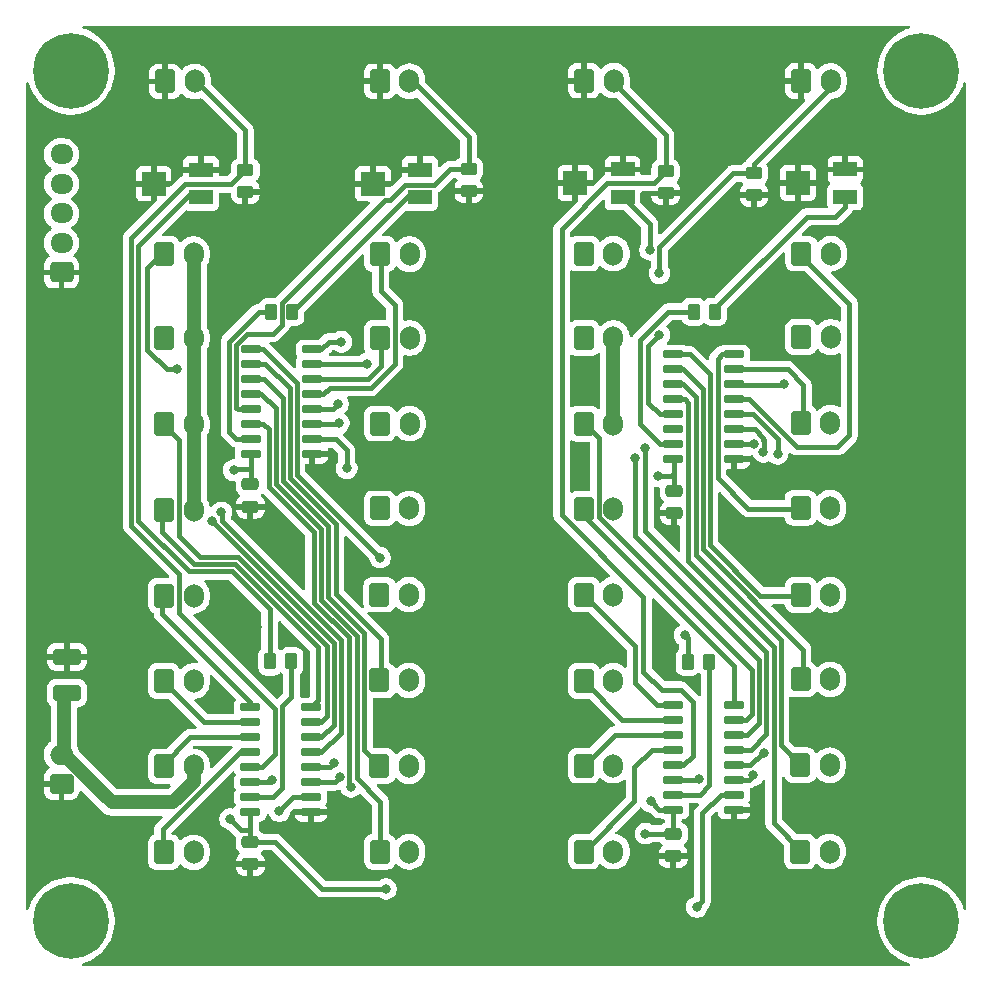
<source format=gbr>
%TF.GenerationSoftware,KiCad,Pcbnew,9.0.3*%
%TF.CreationDate,2025-07-24T13:36:42+02:00*%
%TF.ProjectId,LED-driver-Board,4c45442d-6472-4697-9665-722d426f6172,rev?*%
%TF.SameCoordinates,Original*%
%TF.FileFunction,Copper,L1,Top*%
%TF.FilePolarity,Positive*%
%FSLAX46Y46*%
G04 Gerber Fmt 4.6, Leading zero omitted, Abs format (unit mm)*
G04 Created by KiCad (PCBNEW 9.0.3) date 2025-07-24 13:36:42*
%MOMM*%
%LPD*%
G01*
G04 APERTURE LIST*
G04 Aperture macros list*
%AMRoundRect*
0 Rectangle with rounded corners*
0 $1 Rounding radius*
0 $2 $3 $4 $5 $6 $7 $8 $9 X,Y pos of 4 corners*
0 Add a 4 corners polygon primitive as box body*
4,1,4,$2,$3,$4,$5,$6,$7,$8,$9,$2,$3,0*
0 Add four circle primitives for the rounded corners*
1,1,$1+$1,$2,$3*
1,1,$1+$1,$4,$5*
1,1,$1+$1,$6,$7*
1,1,$1+$1,$8,$9*
0 Add four rect primitives between the rounded corners*
20,1,$1+$1,$2,$3,$4,$5,0*
20,1,$1+$1,$4,$5,$6,$7,0*
20,1,$1+$1,$6,$7,$8,$9,0*
20,1,$1+$1,$8,$9,$2,$3,0*%
G04 Aperture macros list end*
%TA.AperFunction,ComponentPad*%
%ADD10C,6.400000*%
%TD*%
%TA.AperFunction,SMDPad,CuDef*%
%ADD11RoundRect,0.250000X-0.262500X-0.450000X0.262500X-0.450000X0.262500X0.450000X-0.262500X0.450000X0*%
%TD*%
%TA.AperFunction,ComponentPad*%
%ADD12RoundRect,0.250000X-0.600000X-0.750000X0.600000X-0.750000X0.600000X0.750000X-0.600000X0.750000X0*%
%TD*%
%TA.AperFunction,ComponentPad*%
%ADD13O,1.700000X2.000000*%
%TD*%
%TA.AperFunction,SMDPad,CuDef*%
%ADD14RoundRect,0.250000X0.475000X-0.250000X0.475000X0.250000X-0.475000X0.250000X-0.475000X-0.250000X0*%
%TD*%
%TA.AperFunction,SMDPad,CuDef*%
%ADD15R,2.000000X1.300000*%
%TD*%
%TA.AperFunction,SMDPad,CuDef*%
%ADD16R,2.000000X2.000000*%
%TD*%
%TA.AperFunction,SMDPad,CuDef*%
%ADD17RoundRect,0.250000X0.450000X-0.262500X0.450000X0.262500X-0.450000X0.262500X-0.450000X-0.262500X0*%
%TD*%
%TA.AperFunction,SMDPad,CuDef*%
%ADD18RoundRect,0.150000X0.725000X0.150000X-0.725000X0.150000X-0.725000X-0.150000X0.725000X-0.150000X0*%
%TD*%
%TA.AperFunction,ComponentPad*%
%ADD19RoundRect,0.250000X0.725000X-0.600000X0.725000X0.600000X-0.725000X0.600000X-0.725000X-0.600000X0*%
%TD*%
%TA.AperFunction,ComponentPad*%
%ADD20O,1.950000X1.700000*%
%TD*%
%TA.AperFunction,SMDPad,CuDef*%
%ADD21RoundRect,0.250000X0.945000X-0.420000X0.945000X0.420000X-0.945000X0.420000X-0.945000X-0.420000X0*%
%TD*%
%TA.AperFunction,SMDPad,CuDef*%
%ADD22RoundRect,0.250000X0.262500X0.450000X-0.262500X0.450000X-0.262500X-0.450000X0.262500X-0.450000X0*%
%TD*%
%TA.AperFunction,ComponentPad*%
%ADD23RoundRect,0.250000X0.750000X-0.600000X0.750000X0.600000X-0.750000X0.600000X-0.750000X-0.600000X0*%
%TD*%
%TA.AperFunction,ComponentPad*%
%ADD24O,2.000000X1.700000*%
%TD*%
%TA.AperFunction,ViaPad*%
%ADD25C,0.800000*%
%TD*%
%TA.AperFunction,Conductor*%
%ADD26C,0.400000*%
%TD*%
%TA.AperFunction,Conductor*%
%ADD27C,1.200000*%
%TD*%
G04 APERTURE END LIST*
D10*
%TO.P,H1,1*%
%TO.N,N/C*%
X74000000Y-65000000D03*
%TD*%
D11*
%TO.P,R1,1*%
%TO.N,Net-(R1-Pad1)*%
X90847500Y-115001764D03*
%TO.P,R1,2*%
%TO.N,Net-(U1-R-EXT)*%
X92672500Y-115001764D03*
%TD*%
D12*
%TO.P,J27,1,Pin_1*%
%TO.N,LED27*%
X135810000Y-94805000D03*
D13*
%TO.P,J27,2,Pin_2*%
%TO.N,VDC*%
X138310000Y-94805000D03*
%TD*%
D12*
%TO.P,J36,1,Pin_1*%
%TO.N,GND*%
X135840000Y-65870000D03*
D13*
%TO.P,J36,2,Pin_2*%
%TO.N,OE4*%
X138340000Y-65870000D03*
%TD*%
D12*
%TO.P,J32,1,Pin_1*%
%TO.N,LED32*%
X135735000Y-131105000D03*
D13*
%TO.P,J32,2,Pin_2*%
%TO.N,VDC*%
X138235000Y-131105000D03*
%TD*%
D12*
%TO.P,J15,1,Pin_1*%
%TO.N,LED15*%
X100130000Y-123875000D03*
D13*
%TO.P,J15,2,Pin_2*%
%TO.N,VDC*%
X102630000Y-123875000D03*
%TD*%
D14*
%TO.P,C1,1*%
%TO.N,GND*%
X89185000Y-132190000D03*
%TO.P,C1,2*%
%TO.N,+5V*%
X89185000Y-130290000D03*
%TD*%
D12*
%TO.P,J3,1,Pin_1*%
%TO.N,LED3*%
X81900000Y-94950000D03*
D13*
%TO.P,J3,2,Pin_2*%
%TO.N,VDC*%
X84400000Y-94950000D03*
%TD*%
D12*
%TO.P,J25,1,Pin_1*%
%TO.N,LED25*%
X135860000Y-80480000D03*
D13*
%TO.P,J25,2,Pin_2*%
%TO.N,VDC*%
X138360000Y-80480000D03*
%TD*%
D15*
%TO.P,RV1,1,1*%
%TO.N,GND*%
X85010000Y-73401764D03*
D16*
%TO.P,RV1,2,2*%
X81010000Y-74551764D03*
D15*
%TO.P,RV1,3,3*%
%TO.N,Net-(R1-Pad1)*%
X85010000Y-75701764D03*
%TD*%
D17*
%TO.P,R7,1*%
%TO.N,GND*%
X124360000Y-75352500D03*
%TO.P,R7,2*%
%TO.N,OE3*%
X124360000Y-73527500D03*
%TD*%
D10*
%TO.P,H3,1*%
%TO.N,N/C*%
X74000000Y-137000000D03*
%TD*%
D12*
%TO.P,J7,1,Pin_1*%
%TO.N,LED7*%
X81900000Y-123900000D03*
D13*
%TO.P,J7,2,Pin_2*%
%TO.N,VDC*%
X84400000Y-123900000D03*
%TD*%
D12*
%TO.P,J5,1,Pin_1*%
%TO.N,LED5*%
X81900000Y-109450000D03*
D13*
%TO.P,J5,2,Pin_2*%
%TO.N,VDC*%
X84400000Y-109450000D03*
%TD*%
D12*
%TO.P,J30,1,Pin_1*%
%TO.N,LED30*%
X135785000Y-116530000D03*
D13*
%TO.P,J30,2,Pin_2*%
%TO.N,VDC*%
X138285000Y-116530000D03*
%TD*%
D14*
%TO.P,C2,1*%
%TO.N,GND*%
X89185000Y-101915000D03*
%TO.P,C2,2*%
%TO.N,+5V*%
X89185000Y-100015000D03*
%TD*%
D18*
%TO.P,U3,1,GND*%
%TO.N,GND*%
X130140000Y-127571764D03*
%TO.P,U3,2,SDI*%
%TO.N,Net-(U2-SDO)*%
X130140000Y-126301764D03*
%TO.P,U3,3,CLK*%
%TO.N,CLK*%
X130140000Y-125031764D03*
%TO.P,U3,4,LE(ED1)*%
%TO.N,LATCH*%
X130140000Y-123761764D03*
%TO.P,U3,5,~{OUT0}*%
%TO.N,LED17*%
X130140000Y-122491764D03*
%TO.P,U3,6,~{OUT1}*%
%TO.N,LED18*%
X130140000Y-121221764D03*
%TO.P,U3,7,~{OUT2}*%
%TO.N,LED19*%
X130140000Y-119951764D03*
%TO.P,U3,8,~{OUT3}*%
%TO.N,LED20*%
X130140000Y-118681764D03*
%TO.P,U3,9,~{OUT4}*%
%TO.N,LED21*%
X124990000Y-118681764D03*
%TO.P,U3,10,~{OUT5}*%
%TO.N,LED22*%
X124990000Y-119951764D03*
%TO.P,U3,11,~{OUT6}*%
%TO.N,LED23*%
X124990000Y-121221764D03*
%TO.P,U3,12,~{OUT7}*%
%TO.N,LED24*%
X124990000Y-122491764D03*
%TO.P,U3,13,~{OE}(ED2)*%
%TO.N,OE3*%
X124990000Y-123761764D03*
%TO.P,U3,14,SDO*%
%TO.N,Net-(U3-SDO)*%
X124990000Y-125031764D03*
%TO.P,U3,15,R-EXT*%
%TO.N,Net-(U3-R-EXT)*%
X124990000Y-126301764D03*
%TO.P,U3,16,VDD*%
%TO.N,+5V*%
X124990000Y-127571764D03*
%TD*%
D17*
%TO.P,R6,1*%
%TO.N,GND*%
X107685000Y-75157500D03*
%TO.P,R6,2*%
%TO.N,OE2*%
X107685000Y-73332500D03*
%TD*%
D12*
%TO.P,J29,1,Pin_1*%
%TO.N,LED29*%
X135810000Y-109380000D03*
D13*
%TO.P,J29,2,Pin_2*%
%TO.N,VDC*%
X138310000Y-109380000D03*
%TD*%
D18*
%TO.P,U4,1,GND*%
%TO.N,GND*%
X130140000Y-97906764D03*
%TO.P,U4,2,SDI*%
%TO.N,Net-(U3-SDO)*%
X130140000Y-96636764D03*
%TO.P,U4,3,CLK*%
%TO.N,CLK*%
X130140000Y-95366764D03*
%TO.P,U4,4,LE(ED1)*%
%TO.N,LATCH*%
X130140000Y-94096764D03*
%TO.P,U4,5,~{OUT0}*%
%TO.N,LED25*%
X130140000Y-92826764D03*
%TO.P,U4,6,~{OUT1}*%
%TO.N,LED26*%
X130140000Y-91556764D03*
%TO.P,U4,7,~{OUT2}*%
%TO.N,LED27*%
X130140000Y-90286764D03*
%TO.P,U4,8,~{OUT3}*%
%TO.N,LED28*%
X130140000Y-89016764D03*
%TO.P,U4,9,~{OUT4}*%
%TO.N,LED29*%
X124990000Y-89016764D03*
%TO.P,U4,10,~{OUT5}*%
%TO.N,LED30*%
X124990000Y-90286764D03*
%TO.P,U4,11,~{OUT6}*%
%TO.N,LED31*%
X124990000Y-91556764D03*
%TO.P,U4,12,~{OUT7}*%
%TO.N,LED32*%
X124990000Y-92826764D03*
%TO.P,U4,13,~{OE}(ED2)*%
%TO.N,OE4*%
X124990000Y-94096764D03*
%TO.P,U4,14,SDO*%
%TO.N,unconnected-(U4-SDO-Pad14)*%
X124990000Y-95366764D03*
%TO.P,U4,15,R-EXT*%
%TO.N,Net-(U4-R-EXT)*%
X124990000Y-96636764D03*
%TO.P,U4,16,VDD*%
%TO.N,+5V*%
X124990000Y-97906764D03*
%TD*%
D14*
%TO.P,C3,1*%
%TO.N,GND*%
X124990000Y-131511764D03*
%TO.P,C3,2*%
%TO.N,+5V*%
X124990000Y-129611764D03*
%TD*%
D12*
%TO.P,J31,1,Pin_1*%
%TO.N,LED31*%
X135760000Y-123805000D03*
D13*
%TO.P,J31,2,Pin_2*%
%TO.N,VDC*%
X138260000Y-123805000D03*
%TD*%
D12*
%TO.P,J24,1,Pin_1*%
%TO.N,LED24*%
X117440000Y-131110000D03*
D13*
%TO.P,J24,2,Pin_2*%
%TO.N,VDC*%
X119940000Y-131110000D03*
%TD*%
D12*
%TO.P,J35,1,Pin_1*%
%TO.N,GND*%
X117470000Y-65840000D03*
D13*
%TO.P,J35,2,Pin_2*%
%TO.N,OE3*%
X119970000Y-65840000D03*
%TD*%
D12*
%TO.P,J12,1,Pin_1*%
%TO.N,LED12*%
X100155000Y-102050000D03*
D13*
%TO.P,J12,2,Pin_2*%
%TO.N,VDC*%
X102655000Y-102050000D03*
%TD*%
D12*
%TO.P,J26,1,Pin_1*%
%TO.N,LED26*%
X135835000Y-87555000D03*
D13*
%TO.P,J26,2,Pin_2*%
%TO.N,VDC*%
X138335000Y-87555000D03*
%TD*%
D18*
%TO.P,U2,1,GND*%
%TO.N,GND*%
X94410000Y-97461764D03*
%TO.P,U2,2,SDI*%
%TO.N,Net-(U1-SDO)*%
X94410000Y-96191764D03*
%TO.P,U2,3,CLK*%
%TO.N,CLK*%
X94410000Y-94921764D03*
%TO.P,U2,4,LE(ED1)*%
%TO.N,LATCH*%
X94410000Y-93651764D03*
%TO.P,U2,5,~{OUT0}*%
%TO.N,LED9*%
X94410000Y-92381764D03*
%TO.P,U2,6,~{OUT1}*%
%TO.N,LED10*%
X94410000Y-91111764D03*
%TO.P,U2,7,~{OUT2}*%
%TO.N,LED11*%
X94410000Y-89841764D03*
%TO.P,U2,8,~{OUT3}*%
%TO.N,LED12*%
X94410000Y-88571764D03*
%TO.P,U2,9,~{OUT4}*%
%TO.N,LED13*%
X89260000Y-88571764D03*
%TO.P,U2,10,~{OUT5}*%
%TO.N,LED14*%
X89260000Y-89841764D03*
%TO.P,U2,11,~{OUT6}*%
%TO.N,LED15*%
X89260000Y-91111764D03*
%TO.P,U2,12,~{OUT7}*%
%TO.N,LED16*%
X89260000Y-92381764D03*
%TO.P,U2,13,~{OE}(ED2)*%
%TO.N,OE2*%
X89260000Y-93651764D03*
%TO.P,U2,14,SDO*%
%TO.N,Net-(U2-SDO)*%
X89260000Y-94921764D03*
%TO.P,U2,15,R-EXT*%
%TO.N,Net-(U2-R-EXT)*%
X89260000Y-96191764D03*
%TO.P,U2,16,VDD*%
%TO.N,+5V*%
X89260000Y-97461764D03*
%TD*%
D12*
%TO.P,J8,1,Pin_1*%
%TO.N,LED8*%
X81900000Y-131175000D03*
D13*
%TO.P,J8,2,Pin_2*%
%TO.N,VDC*%
X84400000Y-131175000D03*
%TD*%
D10*
%TO.P,H4,1*%
%TO.N,N/C*%
X146000000Y-137000000D03*
%TD*%
D12*
%TO.P,J20,1,Pin_1*%
%TO.N,LED20*%
X117440000Y-102110000D03*
D13*
%TO.P,J20,2,Pin_2*%
%TO.N,VDC*%
X119940000Y-102110000D03*
%TD*%
D10*
%TO.P,H2,1*%
%TO.N,N/C*%
X146000000Y-65000000D03*
%TD*%
D12*
%TO.P,J18,1,Pin_1*%
%TO.N,LED18*%
X117440000Y-87635000D03*
D13*
%TO.P,J18,2,Pin_2*%
%TO.N,VDC*%
X119940000Y-87635000D03*
%TD*%
D12*
%TO.P,J1,1,Pin_1*%
%TO.N,LED1*%
X81900000Y-80525000D03*
D13*
%TO.P,J1,2,Pin_2*%
%TO.N,VDC*%
X84400000Y-80525000D03*
%TD*%
D19*
%TO.P,J103,1,Pin_1*%
%TO.N,GND*%
X73210000Y-82080000D03*
D20*
%TO.P,J103,2,Pin_2*%
%TO.N,+5V*%
X73210000Y-79580000D03*
%TO.P,J103,3,Pin_3*%
%TO.N,LATCH*%
X73210000Y-77080000D03*
%TO.P,J103,4,Pin_4*%
%TO.N,CLK*%
X73210000Y-74580000D03*
%TO.P,J103,5,Pin_5*%
%TO.N,SDI*%
X73210000Y-72080000D03*
%TD*%
D21*
%TO.P,C5,1*%
%TO.N,VDC*%
X73680000Y-117690000D03*
%TO.P,C5,2*%
%TO.N,GND*%
X73680000Y-114610000D03*
%TD*%
D17*
%TO.P,R5,1*%
%TO.N,GND*%
X88780000Y-75242500D03*
%TO.P,R5,2*%
%TO.N,OE1*%
X88780000Y-73417500D03*
%TD*%
D12*
%TO.P,J10,1,Pin_1*%
%TO.N,LED10*%
X100180000Y-87625000D03*
D13*
%TO.P,J10,2,Pin_2*%
%TO.N,VDC*%
X102680000Y-87625000D03*
%TD*%
D12*
%TO.P,J17,1,Pin_1*%
%TO.N,LED17*%
X117440000Y-80485000D03*
D13*
%TO.P,J17,2,Pin_2*%
%TO.N,VDC*%
X119940000Y-80485000D03*
%TD*%
D12*
%TO.P,J21,1,Pin_1*%
%TO.N,LED21*%
X117440000Y-109360000D03*
D13*
%TO.P,J21,2,Pin_2*%
%TO.N,VDC*%
X119940000Y-109360000D03*
%TD*%
D15*
%TO.P,RV2,1,1*%
%TO.N,GND*%
X103570000Y-73401764D03*
D16*
%TO.P,RV2,2,2*%
X99570000Y-74551764D03*
D15*
%TO.P,RV2,3,3*%
%TO.N,Net-(R2-Pad1)*%
X103570000Y-75701764D03*
%TD*%
D12*
%TO.P,J19,1,Pin_1*%
%TO.N,LED19*%
X117440000Y-94885000D03*
D13*
%TO.P,J19,2,Pin_2*%
%TO.N,VDC*%
X119940000Y-94885000D03*
%TD*%
D12*
%TO.P,J6,1,Pin_1*%
%TO.N,LED6*%
X81900000Y-116675000D03*
D13*
%TO.P,J6,2,Pin_2*%
%TO.N,VDC*%
X84400000Y-116675000D03*
%TD*%
D12*
%TO.P,J22,1,Pin_1*%
%TO.N,LED22*%
X117440000Y-116660000D03*
D13*
%TO.P,J22,2,Pin_2*%
%TO.N,VDC*%
X119940000Y-116660000D03*
%TD*%
D22*
%TO.P,R2,1*%
%TO.N,Net-(R2-Pad1)*%
X92747500Y-85426764D03*
%TO.P,R2,2*%
%TO.N,Net-(U2-R-EXT)*%
X90922500Y-85426764D03*
%TD*%
%TO.P,R4,1*%
%TO.N,Net-(R4-Pad1)*%
X128552500Y-85411764D03*
%TO.P,R4,2*%
%TO.N,Net-(U4-R-EXT)*%
X126727500Y-85411764D03*
%TD*%
D15*
%TO.P,RV4,1,1*%
%TO.N,GND*%
X139565000Y-73361764D03*
D16*
%TO.P,RV4,2,2*%
X135565000Y-74511764D03*
D15*
%TO.P,RV4,3,3*%
%TO.N,Net-(R4-Pad1)*%
X139565000Y-75661764D03*
%TD*%
D12*
%TO.P,J28,1,Pin_1*%
%TO.N,LED28*%
X135785000Y-102005000D03*
D13*
%TO.P,J28,2,Pin_2*%
%TO.N,VDC*%
X138285000Y-102005000D03*
%TD*%
D12*
%TO.P,J13,1,Pin_1*%
%TO.N,LED13*%
X100130000Y-109350000D03*
D13*
%TO.P,J13,2,Pin_2*%
%TO.N,VDC*%
X102630000Y-109350000D03*
%TD*%
D12*
%TO.P,J33,1,Pin_1*%
%TO.N,GND*%
X81990000Y-65910000D03*
D13*
%TO.P,J33,2,Pin_2*%
%TO.N,OE1*%
X84490000Y-65910000D03*
%TD*%
D11*
%TO.P,R3,1*%
%TO.N,Net-(R3-Pad1)*%
X126227500Y-115036764D03*
%TO.P,R3,2*%
%TO.N,Net-(U3-R-EXT)*%
X128052500Y-115036764D03*
%TD*%
D12*
%TO.P,J2,1,Pin_1*%
%TO.N,LED2*%
X81900000Y-87650000D03*
D13*
%TO.P,J2,2,Pin_2*%
%TO.N,VDC*%
X84400000Y-87650000D03*
%TD*%
D12*
%TO.P,J34,1,Pin_1*%
%TO.N,GND*%
X100160000Y-65890000D03*
D13*
%TO.P,J34,2,Pin_2*%
%TO.N,OE2*%
X102660000Y-65890000D03*
%TD*%
D12*
%TO.P,J23,1,Pin_1*%
%TO.N,LED23*%
X117440000Y-123835000D03*
D13*
%TO.P,J23,2,Pin_2*%
%TO.N,VDC*%
X119940000Y-123835000D03*
%TD*%
D12*
%TO.P,J14,1,Pin_1*%
%TO.N,LED14*%
X100130000Y-116625000D03*
D13*
%TO.P,J14,2,Pin_2*%
%TO.N,VDC*%
X102630000Y-116625000D03*
%TD*%
D23*
%TO.P,J102,1,Pin_1*%
%TO.N,GND*%
X73210000Y-125400000D03*
D24*
%TO.P,J102,2,Pin_2*%
%TO.N,VDC*%
X73210000Y-122900000D03*
%TD*%
D12*
%TO.P,J11,1,Pin_1*%
%TO.N,LED11*%
X100180000Y-94875000D03*
D13*
%TO.P,J11,2,Pin_2*%
%TO.N,VDC*%
X102680000Y-94875000D03*
%TD*%
D14*
%TO.P,C4,1*%
%TO.N,GND*%
X125090000Y-102461764D03*
%TO.P,C4,2*%
%TO.N,+5V*%
X125090000Y-100561764D03*
%TD*%
D12*
%TO.P,J9,1,Pin_1*%
%TO.N,LED9*%
X100180000Y-80525000D03*
D13*
%TO.P,J9,2,Pin_2*%
%TO.N,VDC*%
X102680000Y-80525000D03*
%TD*%
D15*
%TO.P,RV3,1,1*%
%TO.N,GND*%
X120715000Y-73361764D03*
D16*
%TO.P,RV3,2,2*%
X116715000Y-74511764D03*
D15*
%TO.P,RV3,3,3*%
%TO.N,Net-(R3-Pad1)*%
X120715000Y-75661764D03*
%TD*%
D18*
%TO.P,U1,1,GND*%
%TO.N,GND*%
X94335000Y-127771764D03*
%TO.P,U1,2,SDI*%
%TO.N,SDI*%
X94335000Y-126501764D03*
%TO.P,U1,3,CLK*%
%TO.N,CLK*%
X94335000Y-125231764D03*
%TO.P,U1,4,LE(ED1)*%
%TO.N,LATCH*%
X94335000Y-123961764D03*
%TO.P,U1,5,~{OUT0}*%
%TO.N,LED1*%
X94335000Y-122691764D03*
%TO.P,U1,6,~{OUT1}*%
%TO.N,LED2*%
X94335000Y-121421764D03*
%TO.P,U1,7,~{OUT2}*%
%TO.N,LED3*%
X94335000Y-120151764D03*
%TO.P,U1,8,~{OUT3}*%
%TO.N,LED4*%
X94335000Y-118881764D03*
%TO.P,U1,9,~{OUT4}*%
%TO.N,LED5*%
X89185000Y-118881764D03*
%TO.P,U1,10,~{OUT5}*%
%TO.N,LED6*%
X89185000Y-120151764D03*
%TO.P,U1,11,~{OUT6}*%
%TO.N,LED7*%
X89185000Y-121421764D03*
%TO.P,U1,12,~{OUT7}*%
%TO.N,LED8*%
X89185000Y-122691764D03*
%TO.P,U1,13,~{OE}(ED2)*%
%TO.N,OE1*%
X89185000Y-123961764D03*
%TO.P,U1,14,SDO*%
%TO.N,Net-(U1-SDO)*%
X89185000Y-125231764D03*
%TO.P,U1,15,R-EXT*%
%TO.N,Net-(U1-R-EXT)*%
X89185000Y-126501764D03*
%TO.P,U1,16,VDD*%
%TO.N,+5V*%
X89185000Y-127771764D03*
%TD*%
D12*
%TO.P,J4,1,Pin_1*%
%TO.N,LED4*%
X81900000Y-102225000D03*
D13*
%TO.P,J4,2,Pin_2*%
%TO.N,VDC*%
X84400000Y-102225000D03*
%TD*%
D12*
%TO.P,J16,1,Pin_1*%
%TO.N,LED16*%
X100155000Y-131125000D03*
D13*
%TO.P,J16,2,Pin_2*%
%TO.N,VDC*%
X102655000Y-131125000D03*
%TD*%
D17*
%TO.P,R8,1*%
%TO.N,GND*%
X131830000Y-75502500D03*
%TO.P,R8,2*%
%TO.N,OE4*%
X131830000Y-73677500D03*
%TD*%
D25*
%TO.N,LATCH*%
X96260000Y-123626764D03*
X133835000Y-97435000D03*
X96620000Y-93190000D03*
X132710000Y-122729232D03*
%TO.N,SDI*%
X91660000Y-127690000D03*
%TO.N,GND*%
X113265000Y-119175000D03*
X86290000Y-118180000D03*
X144820000Y-85330000D03*
X87360000Y-85590000D03*
X117220000Y-91870000D03*
X113740000Y-85420000D03*
X78110000Y-73000000D03*
X131540000Y-80200000D03*
X100290000Y-119630000D03*
X133190000Y-88336764D03*
X88085000Y-80065000D03*
X90035000Y-136855000D03*
X98310000Y-107240000D03*
X136120000Y-84210000D03*
X124800000Y-104480000D03*
X130000000Y-137080000D03*
X135170000Y-105310000D03*
X135915000Y-70861764D03*
X90790000Y-103930000D03*
X92240000Y-112940000D03*
X85935000Y-128051764D03*
X123780000Y-113100000D03*
X93960000Y-80090000D03*
X121840000Y-71225000D03*
X112690000Y-103300000D03*
X113040000Y-93400000D03*
X112890000Y-71875000D03*
X130340000Y-86636764D03*
X113190000Y-112075000D03*
X135860000Y-127030000D03*
X106020000Y-85860000D03*
X128900000Y-130060000D03*
X136080000Y-119640000D03*
X106040000Y-93630000D03*
X106115000Y-112130000D03*
X129660000Y-102650000D03*
X93620000Y-130120000D03*
X71930000Y-132710000D03*
X92110000Y-88560000D03*
X145320000Y-71820000D03*
X107820000Y-139180000D03*
X106040000Y-103230000D03*
X71880000Y-96870000D03*
X86250000Y-111040000D03*
X117320000Y-83570000D03*
X144860000Y-132270000D03*
X144780000Y-114540000D03*
X117290000Y-98190000D03*
X144750000Y-97580000D03*
X106190000Y-126555000D03*
X113120000Y-80240000D03*
X89750000Y-112130000D03*
X98250000Y-81920000D03*
X128170000Y-66690000D03*
X95100000Y-98910000D03*
X86270000Y-122660000D03*
X106115000Y-119330000D03*
X113265000Y-126700000D03*
X95750000Y-85670000D03*
X92700000Y-106020000D03*
X135250000Y-99770000D03*
X106305000Y-80305000D03*
X129800000Y-82230000D03*
X100770000Y-98200000D03*
X71880000Y-109140000D03*
X71880000Y-103120000D03*
X124240000Y-103850000D03*
%TO.N,CLK*%
X96685000Y-94851764D03*
X132635097Y-97268611D03*
X131770882Y-124655882D03*
X96785000Y-124776764D03*
%TO.N,Net-(U1-SDO)*%
X97360000Y-98669465D03*
X91010000Y-125065000D03*
%TO.N,Net-(U2-SDO)*%
X97710000Y-125640000D03*
X126990000Y-135810000D03*
%TO.N,Net-(U3-SDO)*%
X131860000Y-96636764D03*
X127181814Y-124951814D03*
%TO.N,LED1*%
X82980000Y-90280000D03*
X86750000Y-102380000D03*
%TO.N,LED2*%
X85950000Y-103110000D03*
%TO.N,LED11*%
X99050000Y-89800000D03*
%TO.N,LED12*%
X96910053Y-87950526D03*
%TO.N,LED13*%
X100185000Y-106230000D03*
%TO.N,LED17*%
X122620000Y-96950000D03*
%TO.N,LED18*%
X121770000Y-97790000D03*
%TO.N,LED26*%
X134340000Y-91560000D03*
%TO.N,OE4*%
X123820000Y-82150000D03*
X123820000Y-87360000D03*
%TO.N,Net-(R3-Pad1)*%
X123020000Y-80150000D03*
X125980000Y-112800000D03*
%TO.N,+5V*%
X87470000Y-128350000D03*
X100690000Y-134270000D03*
X123710000Y-99330000D03*
X123080000Y-126870000D03*
X122650000Y-129600000D03*
X87780000Y-98820000D03*
%TD*%
D26*
%TO.N,LATCH*%
X95925000Y-123961764D02*
X96260000Y-123626764D01*
X132710000Y-122729232D02*
X132566161Y-122729232D01*
X131533629Y-123761764D02*
X130140000Y-123761764D01*
X133835000Y-97435000D02*
X133835000Y-96162640D01*
X94335000Y-123961764D02*
X95925000Y-123961764D01*
X133835000Y-96162640D02*
X131769124Y-94096764D01*
X96158236Y-93651764D02*
X96620000Y-93190000D01*
X132566161Y-122729232D02*
X131533629Y-123761764D01*
X94410000Y-93651764D02*
X96158236Y-93651764D01*
X131769124Y-94096764D02*
X130140000Y-94096764D01*
%TO.N,SDI*%
X92848236Y-126501764D02*
X94335000Y-126501764D01*
X91660000Y-127690000D02*
X92848236Y-126501764D01*
%TO.N,CLK*%
X132635097Y-96279075D02*
X132635097Y-96094111D01*
X96785000Y-124776764D02*
X96330000Y-125231764D01*
X132635097Y-97268611D02*
X132635097Y-96994453D01*
X132635097Y-96994453D02*
X132661000Y-96968550D01*
X132661000Y-96304978D02*
X132635097Y-96279075D01*
X131907750Y-95366764D02*
X130140000Y-95366764D01*
X96330000Y-125231764D02*
X94335000Y-125231764D01*
X96615000Y-94921764D02*
X96685000Y-94851764D01*
X94410000Y-94921764D02*
X96615000Y-94921764D01*
X132635097Y-96094111D02*
X131907750Y-95366764D01*
X96665000Y-94921764D02*
X96665000Y-94795000D01*
X131395000Y-125031764D02*
X130140000Y-125031764D01*
X131770882Y-124655882D02*
X131395000Y-125031764D01*
X132661000Y-96968550D02*
X132661000Y-96304978D01*
D27*
%TO.N,VDC*%
X84210000Y-94876764D02*
X84400000Y-95066764D01*
X84400000Y-87650000D02*
X84400000Y-94950000D01*
X84400000Y-80525000D02*
X84400000Y-87650000D01*
D26*
X138540000Y-87611764D02*
X138561764Y-87611764D01*
D27*
X73430000Y-117940000D02*
X73680000Y-117690000D01*
X84210000Y-87601764D02*
X84260000Y-87551764D01*
X84400000Y-123900000D02*
X84400000Y-125190000D01*
X73210000Y-122900000D02*
X73430000Y-122680000D01*
X82639000Y-126951000D02*
X77462844Y-126951000D01*
X84400000Y-125190000D02*
X82639000Y-126951000D01*
X84400000Y-101961764D02*
X84210000Y-102151764D01*
X119940000Y-94885000D02*
X119940000Y-87635000D01*
X77462844Y-126951000D02*
X73411844Y-122900000D01*
X73430000Y-122680000D02*
X73430000Y-117940000D01*
D26*
X102685000Y-108727070D02*
X102685000Y-109351764D01*
D27*
X84400000Y-94950000D02*
X84400000Y-102225000D01*
X73411844Y-122900000D02*
X73210000Y-122900000D01*
X84235000Y-94851764D02*
X84210000Y-94876764D01*
D26*
X119980000Y-109451764D02*
X119915000Y-109386764D01*
%TO.N,Net-(U4-R-EXT)*%
X122190000Y-94936764D02*
X123890000Y-96636764D01*
X126727500Y-85411764D02*
X124558236Y-85411764D01*
X123890000Y-96636764D02*
X124990000Y-96636764D01*
X122190000Y-87780000D02*
X122190000Y-94936764D01*
X124558236Y-85411764D02*
X122190000Y-87780000D01*
%TO.N,Net-(U3-R-EXT)*%
X125000000Y-126311764D02*
X124990000Y-126301764D01*
X124990000Y-126301764D02*
X127268236Y-126301764D01*
X128060000Y-125510000D02*
X128060000Y-115044264D01*
X128060000Y-115044264D02*
X128052500Y-115036764D01*
X127268236Y-126301764D02*
X128060000Y-125510000D01*
%TO.N,Net-(U2-R-EXT)*%
X88235000Y-96176764D02*
X88250000Y-96191764D01*
X87985000Y-96176764D02*
X88235000Y-96176764D01*
X89899498Y-85426764D02*
X87385000Y-87941262D01*
X88250000Y-96191764D02*
X89260000Y-96191764D01*
X87385000Y-87941262D02*
X87385000Y-95576764D01*
X87385000Y-95576764D02*
X87985000Y-96176764D01*
X90922500Y-85426764D02*
X89899498Y-85426764D01*
%TO.N,Net-(U1-R-EXT)*%
X92672500Y-115001764D02*
X92672500Y-118015736D01*
X91885000Y-125751764D02*
X91135000Y-126501764D01*
X91885000Y-118803236D02*
X91885000Y-125751764D01*
X91135000Y-126501764D02*
X89185000Y-126501764D01*
X92672500Y-118015736D02*
X91885000Y-118803236D01*
%TO.N,Net-(U1-SDO)*%
X90843236Y-125231764D02*
X91010000Y-125065000D01*
X89185000Y-125231764D02*
X90843236Y-125231764D01*
X96411764Y-96191764D02*
X94410000Y-96191764D01*
X97360000Y-97140000D02*
X96411764Y-96191764D01*
X97360000Y-98669465D02*
X97360000Y-97140000D01*
%TO.N,Net-(U2-SDO)*%
X97510000Y-125440000D02*
X97510000Y-125184550D01*
X90735000Y-100201764D02*
X90735000Y-95365000D01*
X97710000Y-125640000D02*
X97510000Y-125440000D01*
X90735000Y-95365000D02*
X90291764Y-94921764D01*
X97510000Y-112979708D02*
X94570000Y-110039708D01*
X97586000Y-125108550D02*
X97586000Y-124444978D01*
X97586000Y-124444978D02*
X97510000Y-124368978D01*
X129038236Y-126301764D02*
X130140000Y-126301764D01*
X97510000Y-125184550D02*
X97586000Y-125108550D01*
X127465000Y-135335000D02*
X127465000Y-127875000D01*
X94570000Y-104036764D02*
X90735000Y-100201764D01*
X94570000Y-110039708D02*
X94570000Y-104036764D01*
X97510000Y-124368978D02*
X97510000Y-112979708D01*
X90291764Y-94921764D02*
X89260000Y-94921764D01*
X126990000Y-135810000D02*
X127465000Y-135335000D01*
X127465000Y-127875000D02*
X129038236Y-126301764D01*
%TO.N,Net-(U3-SDO)*%
X127181814Y-124951814D02*
X127101864Y-125031764D01*
X131860000Y-96636764D02*
X130140000Y-96636764D01*
X127101864Y-125031764D02*
X124990000Y-125031764D01*
%TO.N,LED1*%
X96860000Y-113178236D02*
X86785000Y-103103236D01*
X80484000Y-88603344D02*
X80484000Y-81727764D01*
X94335000Y-122691764D02*
X95209999Y-122691764D01*
X96860000Y-121041763D02*
X96860000Y-113178236D01*
X82980000Y-90280000D02*
X82160656Y-90280000D01*
X82342233Y-80451764D02*
X81760000Y-80451764D01*
X86785000Y-103103236D02*
X86785000Y-102415000D01*
X80484000Y-81727764D02*
X81760000Y-80451764D01*
X95209999Y-122691764D02*
X96860000Y-121041763D01*
X86785000Y-102415000D02*
X86750000Y-102380000D01*
X82160656Y-90280000D02*
X80484000Y-88603344D01*
%TO.N,LED2*%
X86185000Y-103345000D02*
X86185000Y-103351764D01*
X96260000Y-113426764D02*
X96260000Y-120371763D01*
X96260000Y-120371763D02*
X95209999Y-121421764D01*
X85950000Y-103110000D02*
X86185000Y-103345000D01*
X95209999Y-121421764D02*
X94335000Y-121421764D01*
X86185000Y-103351764D02*
X96260000Y-113426764D01*
%TO.N,LED3*%
X95660000Y-119630000D02*
X95660000Y-113675292D01*
X95660000Y-113675292D02*
X88161472Y-106176764D01*
X84896764Y-106176764D02*
X83120000Y-104400000D01*
X83120000Y-104400000D02*
X83120000Y-96286764D01*
X94335000Y-120151764D02*
X95138236Y-120151764D01*
X95138236Y-120151764D02*
X95660000Y-119630000D01*
X83120000Y-96286764D02*
X81710000Y-94876764D01*
X88161472Y-106176764D02*
X84896764Y-106176764D01*
%TO.N,LED4*%
X84436764Y-106776764D02*
X81710000Y-104050000D01*
X94930000Y-118286764D02*
X94930000Y-113793820D01*
X94335000Y-118881764D02*
X94930000Y-118286764D01*
X81710000Y-104050000D02*
X81710000Y-102151764D01*
X87912944Y-106776764D02*
X84436764Y-106776764D01*
X94930000Y-113793820D02*
X87912944Y-106776764D01*
%TO.N,LED5*%
X89185000Y-118425000D02*
X81735000Y-110975000D01*
X89185000Y-118881764D02*
X89185000Y-118425000D01*
X81735000Y-110975000D02*
X81735000Y-109376764D01*
%TO.N,LED6*%
X89185000Y-120151764D02*
X85260000Y-120151764D01*
X85260000Y-120151764D02*
X81710000Y-116601764D01*
%TO.N,LED7*%
X84090000Y-121421764D02*
X81685000Y-123826764D01*
X89185000Y-121421764D02*
X84090000Y-121421764D01*
%TO.N,LED8*%
X88310001Y-122691764D02*
X81760000Y-129241765D01*
X81760000Y-129241765D02*
X81760000Y-131101764D01*
X89185000Y-122691764D02*
X88310001Y-122691764D01*
%TO.N,LED9*%
X101430000Y-84828629D02*
X100235000Y-83633629D01*
X99410000Y-91840000D02*
X101430000Y-89820000D01*
X95920292Y-91840000D02*
X99410000Y-91840000D01*
X101430000Y-89820000D02*
X101430000Y-84828629D01*
X100235000Y-83633629D02*
X100235000Y-80526764D01*
X94410000Y-92381764D02*
X95378528Y-92381764D01*
X95378528Y-92381764D02*
X95920292Y-91840000D01*
%TO.N,LED10*%
X100235000Y-90006371D02*
X100235000Y-87626764D01*
X99129607Y-91111764D02*
X100235000Y-90006371D01*
X94410000Y-91111764D02*
X99129607Y-91111764D01*
%TO.N,LED11*%
X99050000Y-89800000D02*
X99008236Y-89841764D01*
X99008236Y-89841764D02*
X94410000Y-89841764D01*
%TO.N,LED12*%
X95824474Y-87950526D02*
X95203236Y-88571764D01*
X95203236Y-88571764D02*
X94410000Y-88571764D01*
X96910053Y-87950526D02*
X95824474Y-87950526D01*
%TO.N,LED13*%
X99937404Y-105982404D02*
X99909752Y-105982404D01*
X90230000Y-88571764D02*
X89260000Y-88571764D01*
X100185000Y-106230000D02*
X99937404Y-105982404D01*
X93135000Y-91476764D02*
X90230000Y-88571764D01*
X99909752Y-105982404D02*
X93135000Y-99207652D01*
X93135000Y-99207652D02*
X93135000Y-91476764D01*
%TO.N,LED14*%
X96430000Y-103351180D02*
X96430000Y-109310000D01*
X100230000Y-116581764D02*
X100185000Y-116626764D01*
X92535000Y-99456180D02*
X96430000Y-103351180D01*
X96430000Y-109310000D02*
X100230000Y-113110000D01*
X89260000Y-89841764D02*
X90475000Y-89841764D01*
X90475000Y-89841764D02*
X92535000Y-91901764D01*
X92535000Y-91901764D02*
X92535000Y-99456180D01*
X100230000Y-113110000D02*
X100230000Y-116581764D01*
%TO.N,LED15*%
X91935000Y-99704708D02*
X95770000Y-103539708D01*
X90345000Y-91111764D02*
X91935000Y-92701764D01*
X98840000Y-112612652D02*
X98840000Y-122531764D01*
X91935000Y-92701764D02*
X91935000Y-99704708D01*
X98840000Y-122531764D02*
X100185000Y-123876764D01*
X95770000Y-109542652D02*
X98840000Y-112612652D01*
X95770000Y-103539708D02*
X95770000Y-109542652D01*
X89260000Y-91111764D02*
X90345000Y-91111764D01*
%TO.N,LED17*%
X122620000Y-96950000D02*
X122650000Y-96980000D01*
X132860000Y-121190292D02*
X131558528Y-122491764D01*
X122650000Y-103980000D02*
X132860000Y-114190000D01*
X122650000Y-96980000D02*
X122650000Y-103980000D01*
X132860000Y-114190000D02*
X132860000Y-121190292D01*
X131558528Y-122491764D02*
X130140000Y-122491764D01*
%TO.N,LED18*%
X132260000Y-120215292D02*
X131253528Y-121221764D01*
X121770000Y-104431844D02*
X132260000Y-114921844D01*
X131253528Y-121221764D02*
X130140000Y-121221764D01*
X121770000Y-97790000D02*
X121770000Y-104431844D01*
X132260000Y-114921844D02*
X132260000Y-120215292D01*
%TO.N,LED19*%
X131175000Y-119951764D02*
X131660000Y-119466764D01*
X130140000Y-119951764D02*
X131175000Y-119951764D01*
X118691000Y-102780181D02*
X118691000Y-96136000D01*
X131660000Y-115749181D02*
X118691000Y-102780181D01*
X118691000Y-96136000D02*
X117440000Y-94885000D01*
X131660000Y-119466764D02*
X131660000Y-115749181D01*
%TO.N,LED20*%
X117415000Y-102136764D02*
X117415000Y-102705000D01*
X130140000Y-115430000D02*
X130140000Y-118681764D01*
X117415000Y-102705000D02*
X130140000Y-115430000D01*
%TO.N,LED21*%
X121770000Y-113741764D02*
X117415000Y-109386764D01*
X124990000Y-118681764D02*
X123601764Y-118681764D01*
X121770000Y-116850000D02*
X121770000Y-113741764D01*
X123601764Y-118681764D02*
X121770000Y-116850000D01*
%TO.N,LED22*%
X124990000Y-119951764D02*
X120680000Y-119951764D01*
X120680000Y-119951764D02*
X117415000Y-116686764D01*
%TO.N,LED23*%
X120055000Y-121221764D02*
X117415000Y-123861764D01*
X124990000Y-121221764D02*
X120055000Y-121221764D01*
%TO.N,LED24*%
X124990000Y-122491764D02*
X123198236Y-122491764D01*
X121710000Y-126841764D02*
X117415000Y-131136764D01*
X121710000Y-123980000D02*
X121710000Y-126841764D01*
X123198236Y-122491764D02*
X121710000Y-123980000D01*
%TO.N,LED25*%
X139900000Y-84710000D02*
X135860000Y-80670000D01*
X135461764Y-96861764D02*
X138898236Y-96861764D01*
X130140000Y-92826764D02*
X131426764Y-92826764D01*
X136000000Y-80601764D02*
X136000000Y-80690000D01*
X139900000Y-95860000D02*
X139900000Y-84710000D01*
X135860000Y-80670000D02*
X135860000Y-80480000D01*
X131426764Y-92826764D02*
X135461764Y-96861764D01*
X138898236Y-96861764D02*
X139900000Y-95860000D01*
X136065000Y-80536764D02*
X136000000Y-80601764D01*
%TO.N,LED26*%
X133400000Y-91570000D02*
X134330000Y-91570000D01*
X130153236Y-91570000D02*
X130140000Y-91556764D01*
X133400000Y-91570000D02*
X130153236Y-91570000D01*
X134330000Y-91570000D02*
X134340000Y-91560000D01*
%TO.N,LED27*%
X136015000Y-91616472D02*
X134685292Y-90286764D01*
X136015000Y-94861764D02*
X136015000Y-91616472D01*
X134685292Y-90286764D02*
X130140000Y-90286764D01*
%TO.N,LED28*%
X135990000Y-102061764D02*
X135981764Y-102070000D01*
X128750000Y-99450000D02*
X128750000Y-89380000D01*
X131370000Y-102070000D02*
X128750000Y-99450000D01*
X128750000Y-89380000D02*
X129113236Y-89016764D01*
X129113236Y-89016764D02*
X130140000Y-89016764D01*
X135981764Y-102070000D02*
X131370000Y-102070000D01*
%TO.N,LED29*%
X132380000Y-109460000D02*
X135991764Y-109460000D01*
X126395000Y-89016764D02*
X128090000Y-90711764D01*
X128090000Y-90711764D02*
X128090000Y-105170000D01*
X135991764Y-109460000D02*
X136015000Y-109436764D01*
X128090000Y-105170000D02*
X132380000Y-109460000D01*
X124990000Y-89016764D02*
X126395000Y-89016764D01*
%TO.N,LED30*%
X125864999Y-90286764D02*
X127490000Y-91911765D01*
X127490000Y-91911765D02*
X127490000Y-105520000D01*
X127490000Y-105520000D02*
X135990000Y-114020000D01*
X135990000Y-114020000D02*
X135990000Y-116586764D01*
X124990000Y-90286764D02*
X125864999Y-90286764D01*
%TO.N,LED31*%
X134110000Y-113200000D02*
X134110000Y-122120000D01*
X125864999Y-91556764D02*
X126890000Y-92581765D01*
X135851764Y-123861764D02*
X135965000Y-123861764D01*
X126890000Y-105980000D02*
X134110000Y-113200000D01*
X126890000Y-92581765D02*
X126890000Y-105980000D01*
X124990000Y-91556764D02*
X125864999Y-91556764D01*
X134110000Y-122120000D02*
X135851764Y-123861764D01*
%TO.N,LED32*%
X126290000Y-93150000D02*
X126290000Y-106530000D01*
X133510000Y-128731764D02*
X135940000Y-131161764D01*
X126290000Y-106530000D02*
X133510000Y-113750000D01*
X133510000Y-113750000D02*
X133510000Y-128731764D01*
X125966764Y-92826764D02*
X126290000Y-93150000D01*
X124990000Y-92826764D02*
X125966764Y-92826764D01*
%TO.N,OE1*%
X79085000Y-103505000D02*
X83150000Y-107570000D01*
X83640000Y-74610000D02*
X87587500Y-74610000D01*
X83150000Y-110916764D02*
X91285000Y-119051764D01*
X84635000Y-65910000D02*
X84490000Y-65910000D01*
X79085000Y-79165000D02*
X83640000Y-74610000D01*
X87587500Y-74610000D02*
X88780000Y-73417500D01*
X91285000Y-122846764D02*
X90170000Y-123961764D01*
X90170000Y-123961764D02*
X89185000Y-123961764D01*
X88780000Y-73417500D02*
X88780000Y-70055000D01*
X83150000Y-107570000D02*
X83150000Y-110916764D01*
X79085000Y-102560000D02*
X79085000Y-103505000D01*
X79085000Y-102765000D02*
X79085000Y-79165000D01*
X88780000Y-70055000D02*
X84635000Y-65910000D01*
X91285000Y-119051764D02*
X91285000Y-122846764D01*
%TO.N,OE2*%
X102926764Y-65890000D02*
X107685000Y-70648236D01*
X106097500Y-73332500D02*
X107685000Y-73332500D01*
X100582834Y-75952764D02*
X101017236Y-75952764D01*
X87985000Y-88189790D02*
X88923026Y-87251764D01*
X102660000Y-65890000D02*
X102926764Y-65890000D01*
X91835000Y-86526764D02*
X91835000Y-84700598D01*
X87985000Y-93526764D02*
X87985000Y-88189790D01*
X101017236Y-75952764D02*
X102319236Y-74650764D01*
X107685000Y-70648236D02*
X107685000Y-73332500D01*
X102319236Y-74650764D02*
X104779236Y-74650764D01*
X88110000Y-93651764D02*
X87985000Y-93526764D01*
X104779236Y-74650764D02*
X106097500Y-73332500D01*
X91110000Y-87251764D02*
X91835000Y-86526764D01*
X88923026Y-87251764D02*
X91110000Y-87251764D01*
X91835000Y-84700598D02*
X100582834Y-75952764D01*
X89260000Y-93651764D02*
X88110000Y-93651764D01*
%TO.N,OE3*%
X115550000Y-78390000D02*
X115550000Y-102640000D01*
X126640000Y-122986763D02*
X125864999Y-123761764D01*
X119970000Y-66015000D02*
X124360000Y-70405000D01*
X126640000Y-118410000D02*
X126640000Y-122986763D01*
X125630000Y-117400000D02*
X126640000Y-118410000D01*
X122480000Y-115870000D02*
X124010000Y-117400000D01*
X124360000Y-73527500D02*
X123377500Y-74510000D01*
X119430000Y-74510000D02*
X115550000Y-78390000D01*
X123377500Y-74510000D02*
X119430000Y-74510000D01*
X115550000Y-102640000D02*
X122480000Y-109570000D01*
X125864999Y-123761764D02*
X124990000Y-123761764D01*
X124360000Y-70405000D02*
X124360000Y-73527500D01*
X124010000Y-117400000D02*
X125630000Y-117400000D01*
X119970000Y-65840000D02*
X119970000Y-66015000D01*
X122480000Y-109570000D02*
X122480000Y-115870000D01*
%TO.N,OE4*%
X138340000Y-65870000D02*
X138340000Y-66395000D01*
X123820000Y-79940000D02*
X123820000Y-82150000D01*
X131830000Y-73677500D02*
X130082500Y-73677500D01*
X122900000Y-88280000D02*
X122900000Y-93100000D01*
X130082500Y-73677500D02*
X123820000Y-79940000D01*
X122900000Y-93100000D02*
X123896764Y-94096764D01*
X123820000Y-87360000D02*
X122900000Y-88280000D01*
X138340000Y-66395000D02*
X131830000Y-72905000D01*
X123896764Y-94096764D02*
X124990000Y-94096764D01*
X131830000Y-72905000D02*
X131830000Y-73677500D01*
%TO.N,Net-(R1-Pad1)*%
X85010000Y-75426764D02*
X84103236Y-75426764D01*
X84006764Y-107376764D02*
X87664416Y-107376764D01*
X79710000Y-103080000D02*
X84006764Y-107376764D01*
X79710000Y-79820000D02*
X79710000Y-103080000D01*
X90847500Y-110559848D02*
X90847500Y-115001764D01*
X87664416Y-107376764D02*
X90847500Y-110559848D01*
X84103236Y-75426764D02*
X79710000Y-79820000D01*
%TO.N,Net-(R2-Pad1)*%
X92747500Y-85426764D02*
X102547500Y-75626764D01*
X102547500Y-75626764D02*
X103635000Y-75626764D01*
%TO.N,Net-(R3-Pad1)*%
X123020000Y-80150000D02*
X123020000Y-77966764D01*
X123020000Y-77966764D02*
X120715000Y-75661764D01*
X125980000Y-112800000D02*
X126227500Y-113047500D01*
X126227500Y-113047500D02*
X126227500Y-115036764D01*
%TO.N,Net-(R4-Pad1)*%
X136310000Y-77360000D02*
X128552500Y-85117500D01*
X139565000Y-75661764D02*
X139565000Y-76511764D01*
X138716764Y-77360000D02*
X136310000Y-77360000D01*
X128552500Y-85117500D02*
X128552500Y-85411764D01*
X139565000Y-76511764D02*
X138716764Y-77360000D01*
%TO.N,LED16*%
X98210000Y-112831180D02*
X98210000Y-124878629D01*
X90134999Y-92381764D02*
X91335000Y-93581765D01*
X89260000Y-92381764D02*
X90134999Y-92381764D01*
X95170000Y-109791180D02*
X98210000Y-112831180D01*
X95170000Y-103788236D02*
X95170000Y-109791180D01*
X98210000Y-124878629D02*
X100210000Y-126878629D01*
X91335000Y-93581765D02*
X91335000Y-99953236D01*
X100210000Y-126878629D02*
X100210000Y-131126764D01*
X91335000Y-99953236D02*
X95170000Y-103788236D01*
%TO.N,+5V*%
X124990000Y-127571764D02*
X123781764Y-127571764D01*
X125090000Y-99070000D02*
X125090000Y-98006764D01*
X89260000Y-99940000D02*
X89185000Y-100015000D01*
X89260000Y-98690000D02*
X89260000Y-99940000D01*
X124990000Y-129611764D02*
X124990000Y-127571764D01*
X124978236Y-129600000D02*
X124990000Y-129611764D01*
X95260000Y-134270000D02*
X100690000Y-134270000D01*
X123710000Y-99330000D02*
X124830000Y-99330000D01*
X89185000Y-129300000D02*
X88420000Y-129300000D01*
X89235000Y-127821764D02*
X89185000Y-127771764D01*
X91280000Y-130290000D02*
X95260000Y-134270000D01*
X125090000Y-100561764D02*
X125090000Y-99070000D01*
X88010000Y-98690000D02*
X89260000Y-98690000D01*
X124830000Y-99330000D02*
X125090000Y-99070000D01*
X125090000Y-98006764D02*
X124990000Y-97906764D01*
X122650000Y-129600000D02*
X124978236Y-129600000D01*
X89185000Y-127771764D02*
X89185000Y-129300000D01*
X89260000Y-97461764D02*
X89260000Y-98690000D01*
X91280000Y-130290000D02*
X89185000Y-130290000D01*
X87880000Y-98820000D02*
X88010000Y-98690000D01*
X87780000Y-98820000D02*
X87880000Y-98820000D01*
X88420000Y-129300000D02*
X87470000Y-128350000D01*
X123781764Y-127571764D02*
X123080000Y-126870000D01*
X89185000Y-129300000D02*
X89185000Y-130290000D01*
%TD*%
%TA.AperFunction,Conductor*%
%TO.N,GND*%
G36*
X123393703Y-109686119D02*
G01*
X123400181Y-109692151D01*
X125534699Y-111826669D01*
X125568184Y-111887992D01*
X125563200Y-111957684D01*
X125521328Y-112013617D01*
X125515909Y-112017452D01*
X125400864Y-112094321D01*
X125274324Y-112220861D01*
X125274321Y-112220865D01*
X125174901Y-112369657D01*
X125174896Y-112369667D01*
X125106413Y-112534999D01*
X125106411Y-112535007D01*
X125071500Y-112710516D01*
X125071500Y-112889483D01*
X125106411Y-113064992D01*
X125106413Y-113065000D01*
X125174896Y-113230332D01*
X125174901Y-113230342D01*
X125274321Y-113379134D01*
X125274324Y-113379138D01*
X125400862Y-113505676D01*
X125400865Y-113505678D01*
X125463891Y-113547790D01*
X125508695Y-113601401D01*
X125519000Y-113650892D01*
X125519000Y-113908720D01*
X125499315Y-113975759D01*
X125482681Y-113996401D01*
X125365971Y-114113110D01*
X125272886Y-114264023D01*
X125272884Y-114264028D01*
X125217113Y-114432336D01*
X125206500Y-114536211D01*
X125206500Y-115537301D01*
X125206501Y-115537317D01*
X125217113Y-115641191D01*
X125263109Y-115779999D01*
X125272885Y-115809502D01*
X125365970Y-115960416D01*
X125491348Y-116085794D01*
X125642262Y-116178879D01*
X125810574Y-116234651D01*
X125914455Y-116245264D01*
X126540544Y-116245263D01*
X126644426Y-116234651D01*
X126812738Y-116178879D01*
X126963652Y-116085794D01*
X127052319Y-115997127D01*
X127060264Y-115992788D01*
X127065690Y-115985541D01*
X127090449Y-115976306D01*
X127113642Y-115963642D01*
X127122671Y-115964287D01*
X127131154Y-115961124D01*
X127156974Y-115966740D01*
X127183334Y-115968626D01*
X127192387Y-115974444D01*
X127199427Y-115975976D01*
X127227681Y-115997127D01*
X127315181Y-116084627D01*
X127348666Y-116145950D01*
X127351500Y-116172308D01*
X127351500Y-117820166D01*
X127331815Y-117887205D01*
X127279011Y-117932960D01*
X127209853Y-117942904D01*
X127146297Y-117913879D01*
X127139819Y-117907847D01*
X126081646Y-116849674D01*
X126081642Y-116849671D01*
X125965607Y-116772138D01*
X125965594Y-116772131D01*
X125858683Y-116727848D01*
X125858679Y-116727847D01*
X125850186Y-116724329D01*
X125836662Y-116718727D01*
X125768221Y-116705113D01*
X125765290Y-116704530D01*
X125765274Y-116704526D01*
X125699785Y-116691500D01*
X125699782Y-116691500D01*
X125699781Y-116691500D01*
X124354832Y-116691500D01*
X124287793Y-116671815D01*
X124267151Y-116655181D01*
X123224819Y-115612848D01*
X123191334Y-115551525D01*
X123188500Y-115525167D01*
X123188500Y-109779832D01*
X123208185Y-109712793D01*
X123260989Y-109667038D01*
X123330147Y-109657094D01*
X123393703Y-109686119D01*
G37*
%TD.AperFunction*%
%TA.AperFunction,Conductor*%
G36*
X123496244Y-100215298D02*
G01*
X123500147Y-100214737D01*
X123506691Y-100215858D01*
X123620518Y-100238499D01*
X123620520Y-100238500D01*
X123732500Y-100238500D01*
X123799539Y-100258185D01*
X123845294Y-100310989D01*
X123856500Y-100362500D01*
X123856500Y-100862301D01*
X123856501Y-100862317D01*
X123867113Y-100966191D01*
X123922884Y-101134499D01*
X123922886Y-101134504D01*
X123945372Y-101170959D01*
X124015970Y-101285416D01*
X124141348Y-101410794D01*
X124142031Y-101411215D01*
X124142401Y-101411627D01*
X124147015Y-101415275D01*
X124146391Y-101416062D01*
X124188759Y-101463161D01*
X124199984Y-101532123D01*
X124172144Y-101596206D01*
X124151582Y-101614028D01*
X124152323Y-101614966D01*
X124146655Y-101619447D01*
X124022684Y-101743418D01*
X123930643Y-101892639D01*
X123930641Y-101892644D01*
X123875494Y-102059066D01*
X123875493Y-102059073D01*
X123865000Y-102161777D01*
X123865000Y-102211764D01*
X124966000Y-102211764D01*
X125033039Y-102231449D01*
X125078794Y-102284253D01*
X125090000Y-102335764D01*
X125090000Y-102461764D01*
X125216000Y-102461764D01*
X125283039Y-102481449D01*
X125328794Y-102534253D01*
X125340000Y-102585764D01*
X125340000Y-103461763D01*
X125457500Y-103461763D01*
X125524539Y-103481448D01*
X125570294Y-103534252D01*
X125581500Y-103585763D01*
X125581500Y-105610167D01*
X125561815Y-105677206D01*
X125509011Y-105722961D01*
X125439853Y-105732905D01*
X125376297Y-105703880D01*
X125369819Y-105697848D01*
X123394819Y-103722848D01*
X123361334Y-103661525D01*
X123358500Y-103635167D01*
X123358500Y-102761750D01*
X123865001Y-102761750D01*
X123875494Y-102864461D01*
X123930641Y-103030883D01*
X123930643Y-103030888D01*
X124022684Y-103180109D01*
X124146654Y-103304079D01*
X124295875Y-103396120D01*
X124295880Y-103396122D01*
X124462302Y-103451269D01*
X124462309Y-103451270D01*
X124565019Y-103461763D01*
X124839999Y-103461763D01*
X124840000Y-103461762D01*
X124840000Y-102711764D01*
X123865001Y-102711764D01*
X123865001Y-102761750D01*
X123358500Y-102761750D01*
X123358500Y-100337475D01*
X123364435Y-100317262D01*
X123365563Y-100296222D01*
X123374082Y-100284407D01*
X123378185Y-100270436D01*
X123394105Y-100256640D01*
X123406430Y-100239550D01*
X123419983Y-100234217D01*
X123430989Y-100224681D01*
X123451843Y-100221682D01*
X123471448Y-100213969D01*
X123496244Y-100215298D01*
G37*
%TD.AperFunction*%
%TA.AperFunction,Conductor*%
G36*
X116447595Y-96284144D02*
G01*
X116517262Y-96327115D01*
X116685574Y-96382887D01*
X116789455Y-96393500D01*
X117858500Y-96393499D01*
X117925539Y-96413183D01*
X117971294Y-96465987D01*
X117982500Y-96517499D01*
X117982500Y-100477500D01*
X117962815Y-100544539D01*
X117910011Y-100590294D01*
X117858500Y-100601500D01*
X116789462Y-100601500D01*
X116789446Y-100601501D01*
X116685572Y-100612113D01*
X116517264Y-100667884D01*
X116517259Y-100667886D01*
X116447597Y-100710855D01*
X116380204Y-100729295D01*
X116313541Y-100708372D01*
X116268771Y-100654730D01*
X116258500Y-100605316D01*
X116258500Y-96389683D01*
X116278185Y-96322644D01*
X116330989Y-96276889D01*
X116400147Y-96266945D01*
X116447595Y-96284144D01*
G37*
%TD.AperFunction*%
%TA.AperFunction,Conductor*%
G36*
X134420834Y-80353648D02*
G01*
X134476767Y-80395520D01*
X134501184Y-80460984D01*
X134501500Y-80469830D01*
X134501500Y-81280537D01*
X134501501Y-81280553D01*
X134512113Y-81384427D01*
X134567884Y-81552735D01*
X134567886Y-81552740D01*
X134595641Y-81597738D01*
X134660970Y-81703652D01*
X134786348Y-81829030D01*
X134937262Y-81922115D01*
X135105574Y-81977887D01*
X135209455Y-81988500D01*
X136125166Y-81988499D01*
X136192205Y-82008183D01*
X136212847Y-82024818D01*
X139155181Y-84967151D01*
X139188666Y-85028474D01*
X139191500Y-85054832D01*
X139191500Y-86114378D01*
X139171815Y-86181417D01*
X139119011Y-86227172D01*
X139049853Y-86237116D01*
X139011205Y-86224863D01*
X138856483Y-86146027D01*
X138856480Y-86146026D01*
X138653117Y-86079951D01*
X138475757Y-86051860D01*
X138441916Y-86046500D01*
X138228084Y-86046500D01*
X138194243Y-86051860D01*
X138016882Y-86079951D01*
X137813519Y-86146026D01*
X137813516Y-86146027D01*
X137622990Y-86243106D01*
X137449997Y-86368793D01*
X137317896Y-86500894D01*
X137256573Y-86534378D01*
X137186881Y-86529394D01*
X137130948Y-86487522D01*
X137124684Y-86478320D01*
X137034030Y-86331348D01*
X136908652Y-86205970D01*
X136804130Y-86141500D01*
X136757740Y-86112886D01*
X136757735Y-86112884D01*
X136589427Y-86057113D01*
X136485545Y-86046500D01*
X135184462Y-86046500D01*
X135184446Y-86046501D01*
X135080572Y-86057113D01*
X134912264Y-86112884D01*
X134912259Y-86112886D01*
X134761346Y-86205971D01*
X134635971Y-86331346D01*
X134542886Y-86482259D01*
X134542884Y-86482264D01*
X134487113Y-86650572D01*
X134476500Y-86754447D01*
X134476500Y-88355537D01*
X134476501Y-88355553D01*
X134487113Y-88459427D01*
X134542884Y-88627735D01*
X134542886Y-88627740D01*
X134560441Y-88656201D01*
X134635970Y-88778652D01*
X134761348Y-88904030D01*
X134912262Y-88997115D01*
X135080574Y-89052887D01*
X135184455Y-89063500D01*
X136485544Y-89063499D01*
X136589426Y-89052887D01*
X136757738Y-88997115D01*
X136908652Y-88904030D01*
X137034030Y-88778652D01*
X137124679Y-88631687D01*
X137176624Y-88584966D01*
X137245587Y-88573743D01*
X137309669Y-88601587D01*
X137317896Y-88609106D01*
X137449996Y-88741206D01*
X137622991Y-88866894D01*
X137700200Y-88906234D01*
X137813516Y-88963972D01*
X137813519Y-88963973D01*
X137898601Y-88991617D01*
X138016884Y-89030049D01*
X138228084Y-89063500D01*
X138228085Y-89063500D01*
X138441915Y-89063500D01*
X138441916Y-89063500D01*
X138653116Y-89030049D01*
X138856483Y-88963972D01*
X138856483Y-88963971D01*
X138856488Y-88963970D01*
X138962167Y-88910123D01*
X139011205Y-88885136D01*
X139079874Y-88872240D01*
X139144614Y-88898516D01*
X139184872Y-88955622D01*
X139191500Y-88995621D01*
X139191500Y-93377116D01*
X139171815Y-93444155D01*
X139119011Y-93489910D01*
X139049853Y-93499854D01*
X139011205Y-93487601D01*
X138831483Y-93396027D01*
X138831480Y-93396026D01*
X138628117Y-93329951D01*
X138483923Y-93307113D01*
X138416916Y-93296500D01*
X138203084Y-93296500D01*
X138136077Y-93307113D01*
X137991882Y-93329951D01*
X137788519Y-93396026D01*
X137788516Y-93396027D01*
X137597990Y-93493106D01*
X137424997Y-93618793D01*
X137292896Y-93750894D01*
X137231573Y-93784378D01*
X137161881Y-93779394D01*
X137105948Y-93737522D01*
X137099684Y-93728320D01*
X137009030Y-93581348D01*
X136883652Y-93455970D01*
X136883648Y-93455967D01*
X136782403Y-93393518D01*
X136735678Y-93341570D01*
X136723500Y-93287980D01*
X136723500Y-91546690D01*
X136722012Y-91539210D01*
X136711623Y-91486983D01*
X136696273Y-91409811D01*
X136695101Y-91406982D01*
X136677024Y-91363339D01*
X136642865Y-91280871D01*
X136642863Y-91280869D01*
X136642863Y-91280867D01*
X136565328Y-91164829D01*
X136565325Y-91164825D01*
X135136938Y-89736438D01*
X135136934Y-89736435D01*
X135020896Y-89658900D01*
X135020893Y-89658899D01*
X134919568Y-89616929D01*
X134919565Y-89616928D01*
X134910900Y-89613339D01*
X134891954Y-89605491D01*
X134797288Y-89586661D01*
X134794537Y-89586113D01*
X134794534Y-89586113D01*
X134755075Y-89578264D01*
X134755074Y-89578264D01*
X134755073Y-89578264D01*
X131596329Y-89578264D01*
X131529290Y-89558579D01*
X131483535Y-89505775D01*
X131473591Y-89436617D01*
X131477252Y-89419670D01*
X131520562Y-89270595D01*
X131523500Y-89233266D01*
X131523500Y-88800262D01*
X131520562Y-88762933D01*
X131520266Y-88761915D01*
X131480718Y-88625789D01*
X131474145Y-88603163D01*
X131389453Y-88459957D01*
X131389451Y-88459955D01*
X131389448Y-88459951D01*
X131271812Y-88342315D01*
X131271803Y-88342308D01*
X131128601Y-88257619D01*
X131128596Y-88257617D01*
X130968835Y-88211202D01*
X130968829Y-88211201D01*
X130931507Y-88208264D01*
X130931502Y-88208264D01*
X129348498Y-88208264D01*
X129348492Y-88208264D01*
X129311170Y-88211201D01*
X129311164Y-88211202D01*
X129151403Y-88257617D01*
X129151400Y-88257618D01*
X129093857Y-88291649D01*
X129049259Y-88306238D01*
X129049426Y-88307076D01*
X129023973Y-88312138D01*
X128906579Y-88335489D01*
X128906573Y-88335491D01*
X128835090Y-88365101D01*
X128835089Y-88365101D01*
X128777642Y-88388895D01*
X128777629Y-88388902D01*
X128661592Y-88466435D01*
X128199674Y-88928353D01*
X128199671Y-88928357D01*
X128122136Y-89044395D01*
X128122135Y-89044398D01*
X128089954Y-89122091D01*
X128089954Y-89122092D01*
X128068727Y-89173337D01*
X128068725Y-89173345D01*
X128041500Y-89310214D01*
X128041500Y-89361930D01*
X128021815Y-89428969D01*
X127969011Y-89474724D01*
X127899853Y-89484668D01*
X127836297Y-89455643D01*
X127829819Y-89449611D01*
X126846646Y-88466438D01*
X126846642Y-88466435D01*
X126730604Y-88388900D01*
X126730601Y-88388899D01*
X126673147Y-88365101D01*
X126636163Y-88349782D01*
X126601662Y-88335491D01*
X126513391Y-88317933D01*
X126484258Y-88312138D01*
X126464783Y-88308264D01*
X126464782Y-88308264D01*
X126464781Y-88308264D01*
X126098159Y-88308264D01*
X126035038Y-88290996D01*
X125978601Y-88257619D01*
X125978596Y-88257617D01*
X125818835Y-88211202D01*
X125818829Y-88211201D01*
X125781507Y-88208264D01*
X125781502Y-88208264D01*
X124555912Y-88208264D01*
X124488873Y-88188579D01*
X124443118Y-88135775D01*
X124433174Y-88066617D01*
X124462199Y-88003061D01*
X124468231Y-87996583D01*
X124525675Y-87939138D01*
X124525678Y-87939135D01*
X124625102Y-87790336D01*
X124693587Y-87625000D01*
X124728500Y-87449479D01*
X124728500Y-87270521D01*
X124693587Y-87095000D01*
X124625102Y-86929664D01*
X124625100Y-86929661D01*
X124625098Y-86929657D01*
X124525678Y-86780865D01*
X124525675Y-86780861D01*
X124446073Y-86701259D01*
X124412588Y-86639936D01*
X124417572Y-86570244D01*
X124446073Y-86525897D01*
X124815387Y-86156583D01*
X124876710Y-86123098D01*
X124903068Y-86120264D01*
X125664056Y-86120264D01*
X125731095Y-86139949D01*
X125769595Y-86179167D01*
X125772884Y-86184499D01*
X125772885Y-86184502D01*
X125865970Y-86335416D01*
X125991348Y-86460794D01*
X126142262Y-86553879D01*
X126310574Y-86609651D01*
X126414455Y-86620264D01*
X127040544Y-86620263D01*
X127144426Y-86609651D01*
X127312738Y-86553879D01*
X127463652Y-86460794D01*
X127552319Y-86372127D01*
X127613642Y-86338642D01*
X127683334Y-86343626D01*
X127727681Y-86372127D01*
X127816348Y-86460794D01*
X127967262Y-86553879D01*
X128135574Y-86609651D01*
X128239455Y-86620264D01*
X128865544Y-86620263D01*
X128969426Y-86609651D01*
X129137738Y-86553879D01*
X129288652Y-86460794D01*
X129414030Y-86335416D01*
X129507115Y-86184502D01*
X129562887Y-86016190D01*
X129573500Y-85912309D01*
X129573499Y-85149831D01*
X129593183Y-85082793D01*
X129609813Y-85062156D01*
X134289821Y-80382147D01*
X134351142Y-80348664D01*
X134420834Y-80353648D01*
G37*
%TD.AperFunction*%
%TA.AperFunction,Conductor*%
G36*
X118750834Y-88849362D02*
G01*
X118806767Y-88891234D01*
X118831184Y-88956698D01*
X118831500Y-88965544D01*
X118831500Y-93554456D01*
X118811815Y-93621495D01*
X118759011Y-93667250D01*
X118689853Y-93677194D01*
X118626297Y-93648169D01*
X118619819Y-93642137D01*
X118513653Y-93535971D01*
X118513652Y-93535970D01*
X118383947Y-93455967D01*
X118362740Y-93442886D01*
X118362735Y-93442884D01*
X118194427Y-93387113D01*
X118090545Y-93376500D01*
X116789462Y-93376500D01*
X116789446Y-93376501D01*
X116685572Y-93387113D01*
X116517264Y-93442884D01*
X116517259Y-93442886D01*
X116447597Y-93485855D01*
X116380204Y-93504295D01*
X116313541Y-93483372D01*
X116268771Y-93429730D01*
X116258500Y-93380316D01*
X116258500Y-89139683D01*
X116278185Y-89072644D01*
X116330989Y-89026889D01*
X116400147Y-89016945D01*
X116447595Y-89034144D01*
X116495187Y-89063499D01*
X116514481Y-89075400D01*
X116517262Y-89077115D01*
X116685574Y-89132887D01*
X116789455Y-89143500D01*
X118090544Y-89143499D01*
X118194426Y-89132887D01*
X118362738Y-89077115D01*
X118513652Y-88984030D01*
X118619819Y-88877863D01*
X118681142Y-88844378D01*
X118750834Y-88849362D01*
G37*
%TD.AperFunction*%
%TA.AperFunction,Conductor*%
G36*
X87637206Y-122149949D02*
G01*
X87682961Y-122202753D01*
X87692905Y-122271911D01*
X87663880Y-122335467D01*
X87657848Y-122341945D01*
X85970181Y-124029612D01*
X85908858Y-124063097D01*
X85839166Y-124058113D01*
X85783233Y-124016241D01*
X85758816Y-123950777D01*
X85758500Y-123941931D01*
X85758500Y-123643084D01*
X85746568Y-123567750D01*
X85725049Y-123431884D01*
X85671196Y-123266139D01*
X85658973Y-123228519D01*
X85658972Y-123228516D01*
X85596220Y-123105360D01*
X85561894Y-123037991D01*
X85436206Y-122864996D01*
X85285004Y-122713794D01*
X85112009Y-122588106D01*
X85098742Y-122581346D01*
X84921483Y-122491027D01*
X84921480Y-122491026D01*
X84718117Y-122424951D01*
X84535504Y-122396028D01*
X84506916Y-122391500D01*
X84421596Y-122391500D01*
X84400350Y-122385261D01*
X84378262Y-122383682D01*
X84367478Y-122375609D01*
X84354557Y-122371815D01*
X84340057Y-122355081D01*
X84322329Y-122341810D01*
X84317621Y-122329189D01*
X84308802Y-122319011D01*
X84305650Y-122297093D01*
X84297912Y-122276346D01*
X84300774Y-122263185D01*
X84298858Y-122249853D01*
X84308057Y-122229709D01*
X84312764Y-122208073D01*
X84326032Y-122190347D01*
X84327883Y-122186297D01*
X84333915Y-122179819D01*
X84347151Y-122166583D01*
X84408474Y-122133098D01*
X84434832Y-122130264D01*
X87570167Y-122130264D01*
X87637206Y-122149949D01*
G37*
%TD.AperFunction*%
%TA.AperFunction,Conductor*%
G36*
X85927625Y-116174153D02*
G01*
X85949763Y-116191734D01*
X87922652Y-118164623D01*
X87956137Y-118225946D01*
X87951153Y-118295638D01*
X87938795Y-118317814D01*
X87939518Y-118318242D01*
X87850855Y-118468162D01*
X87850853Y-118468167D01*
X87804438Y-118627928D01*
X87804437Y-118627934D01*
X87801500Y-118665256D01*
X87801500Y-119098271D01*
X87804437Y-119135593D01*
X87847748Y-119284670D01*
X87847548Y-119354539D01*
X87809605Y-119413209D01*
X87745967Y-119442052D01*
X87728671Y-119443264D01*
X85604833Y-119443264D01*
X85537794Y-119423579D01*
X85517152Y-119406945D01*
X84494942Y-118384735D01*
X84461457Y-118323412D01*
X84466441Y-118253720D01*
X84508313Y-118197787D01*
X84563223Y-118174581D01*
X84718116Y-118150049D01*
X84921483Y-118083972D01*
X85112009Y-117986894D01*
X85285004Y-117861206D01*
X85436206Y-117710004D01*
X85561894Y-117537009D01*
X85658972Y-117346483D01*
X85725049Y-117143116D01*
X85758500Y-116931916D01*
X85758500Y-116418084D01*
X85739609Y-116298812D01*
X85748564Y-116229520D01*
X85793560Y-116176068D01*
X85860311Y-116155428D01*
X85927625Y-116174153D01*
G37*
%TD.AperFunction*%
%TA.AperFunction,Conductor*%
G36*
X87386622Y-108104949D02*
G01*
X87407264Y-108121583D01*
X90102681Y-110816999D01*
X90136166Y-110878322D01*
X90139000Y-110904680D01*
X90139000Y-113873720D01*
X90119315Y-113940759D01*
X90102681Y-113961401D01*
X89985971Y-114078110D01*
X89892886Y-114229023D01*
X89892884Y-114229028D01*
X89837113Y-114397336D01*
X89826500Y-114501211D01*
X89826500Y-115502301D01*
X89826501Y-115502317D01*
X89837113Y-115606191D01*
X89892884Y-115774499D01*
X89892886Y-115774504D01*
X89916625Y-115812991D01*
X89985970Y-115925416D01*
X90111348Y-116050794D01*
X90262262Y-116143879D01*
X90430574Y-116199651D01*
X90534455Y-116210264D01*
X91160544Y-116210263D01*
X91264426Y-116199651D01*
X91432738Y-116143879D01*
X91583652Y-116050794D01*
X91672321Y-115962124D01*
X91680262Y-115957788D01*
X91685688Y-115950541D01*
X91710447Y-115941306D01*
X91733640Y-115928642D01*
X91742669Y-115929287D01*
X91751152Y-115926124D01*
X91776974Y-115931741D01*
X91803332Y-115933626D01*
X91812384Y-115939443D01*
X91819425Y-115940975D01*
X91847680Y-115962126D01*
X91927682Y-116042128D01*
X91961166Y-116103449D01*
X91964000Y-116129808D01*
X91964000Y-117670903D01*
X91944315Y-117737942D01*
X91927681Y-117758584D01*
X91548417Y-118137848D01*
X91487094Y-118171333D01*
X91417402Y-118166349D01*
X91373055Y-118137848D01*
X84405388Y-111170181D01*
X84371903Y-111108858D01*
X84376887Y-111039166D01*
X84418759Y-110983233D01*
X84484223Y-110958816D01*
X84493069Y-110958500D01*
X84506915Y-110958500D01*
X84506916Y-110958500D01*
X84718116Y-110925049D01*
X84921483Y-110858972D01*
X85112009Y-110761894D01*
X85285004Y-110636206D01*
X85436206Y-110485004D01*
X85561894Y-110312009D01*
X85658972Y-110121483D01*
X85725049Y-109918116D01*
X85758500Y-109706916D01*
X85758500Y-109193084D01*
X85725049Y-108981884D01*
X85658972Y-108778517D01*
X85658972Y-108778516D01*
X85608019Y-108678516D01*
X85561894Y-108587991D01*
X85436206Y-108414996D01*
X85318155Y-108296945D01*
X85284670Y-108235622D01*
X85289654Y-108165930D01*
X85331526Y-108109997D01*
X85396990Y-108085580D01*
X85405836Y-108085264D01*
X87319583Y-108085264D01*
X87386622Y-108104949D01*
G37*
%TD.AperFunction*%
%TA.AperFunction,Conductor*%
G36*
X91761203Y-111627439D02*
G01*
X91767681Y-111633471D01*
X94185181Y-114050971D01*
X94218666Y-114112294D01*
X94221500Y-114138652D01*
X94221500Y-117941931D01*
X94212855Y-117971371D01*
X94206332Y-118001358D01*
X94202577Y-118006373D01*
X94201815Y-118008970D01*
X94185181Y-118029612D01*
X94177848Y-118036945D01*
X94116525Y-118070430D01*
X94090167Y-118073264D01*
X93543489Y-118073264D01*
X93514728Y-118075528D01*
X93446351Y-118061163D01*
X93396595Y-118012112D01*
X93381000Y-117951910D01*
X93381000Y-116129808D01*
X93400685Y-116062769D01*
X93417319Y-116042127D01*
X93473905Y-115985541D01*
X93534030Y-115925416D01*
X93627115Y-115774502D01*
X93682887Y-115606190D01*
X93693500Y-115502309D01*
X93693499Y-114501220D01*
X93682887Y-114397338D01*
X93627115Y-114229026D01*
X93534030Y-114078112D01*
X93408652Y-113952734D01*
X93280551Y-113873720D01*
X93257740Y-113859650D01*
X93257735Y-113859648D01*
X93089427Y-113803877D01*
X92985546Y-113793264D01*
X92359462Y-113793264D01*
X92359446Y-113793265D01*
X92255572Y-113803877D01*
X92087264Y-113859648D01*
X92087259Y-113859650D01*
X91936346Y-113952735D01*
X91847681Y-114041401D01*
X91839735Y-114045739D01*
X91834310Y-114052987D01*
X91809550Y-114062221D01*
X91786358Y-114074886D01*
X91777328Y-114074240D01*
X91768846Y-114077404D01*
X91743025Y-114071787D01*
X91716666Y-114069902D01*
X91707612Y-114064083D01*
X91700573Y-114062552D01*
X91672319Y-114041401D01*
X91592319Y-113961401D01*
X91558834Y-113900078D01*
X91556000Y-113873720D01*
X91556000Y-111721152D01*
X91575685Y-111654113D01*
X91628489Y-111608358D01*
X91697647Y-111598414D01*
X91761203Y-111627439D01*
G37*
%TD.AperFunction*%
%TA.AperFunction,Conductor*%
G36*
X98740834Y-80537913D02*
G01*
X98796767Y-80579785D01*
X98821184Y-80645249D01*
X98821500Y-80654095D01*
X98821500Y-81325537D01*
X98821501Y-81325553D01*
X98832113Y-81429427D01*
X98887884Y-81597735D01*
X98887886Y-81597740D01*
X98892064Y-81604513D01*
X98980970Y-81748652D01*
X99106348Y-81874030D01*
X99257262Y-81967115D01*
X99425574Y-82022887D01*
X99425582Y-82022887D01*
X99428453Y-82023503D01*
X99430061Y-82024374D01*
X99432001Y-82025017D01*
X99431886Y-82025362D01*
X99489888Y-82056783D01*
X99523577Y-82117994D01*
X99526500Y-82144757D01*
X99526500Y-83703415D01*
X99553724Y-83840282D01*
X99553727Y-83840291D01*
X99607135Y-83969230D01*
X99607136Y-83969233D01*
X99684671Y-84085271D01*
X99684674Y-84085275D01*
X100685181Y-85085781D01*
X100718666Y-85147104D01*
X100721500Y-85173462D01*
X100721500Y-85992500D01*
X100701815Y-86059539D01*
X100649011Y-86105294D01*
X100597500Y-86116500D01*
X99529462Y-86116500D01*
X99529446Y-86116501D01*
X99425572Y-86127113D01*
X99257264Y-86182884D01*
X99257259Y-86182886D01*
X99106346Y-86275971D01*
X98980971Y-86401346D01*
X98887886Y-86552259D01*
X98887884Y-86552264D01*
X98832113Y-86720572D01*
X98821500Y-86824447D01*
X98821500Y-88425537D01*
X98821501Y-88425553D01*
X98832113Y-88529427D01*
X98887884Y-88697735D01*
X98887889Y-88697746D01*
X98908584Y-88731297D01*
X98927025Y-88798689D01*
X98906103Y-88865353D01*
X98852461Y-88910123D01*
X98827237Y-88918011D01*
X98785007Y-88926411D01*
X98784999Y-88926413D01*
X98619667Y-88994896D01*
X98619657Y-88994901D01*
X98470865Y-89094321D01*
X98470861Y-89094324D01*
X98468241Y-89096945D01*
X98466529Y-89097879D01*
X98466155Y-89098187D01*
X98466096Y-89098115D01*
X98406918Y-89130430D01*
X98380560Y-89133264D01*
X95943068Y-89133264D01*
X95876029Y-89113579D01*
X95830274Y-89060775D01*
X95820330Y-88991617D01*
X95849355Y-88928061D01*
X95855387Y-88921583D01*
X95899108Y-88877863D01*
X96081626Y-88695345D01*
X96108553Y-88680641D01*
X96134372Y-88664049D01*
X96140572Y-88663157D01*
X96142949Y-88661860D01*
X96169307Y-88659026D01*
X96297527Y-88659026D01*
X96364566Y-88678711D01*
X96366380Y-88679899D01*
X96479717Y-88755628D01*
X96645053Y-88824113D01*
X96818694Y-88858652D01*
X96820569Y-88859025D01*
X96820573Y-88859026D01*
X96820574Y-88859026D01*
X96999533Y-88859026D01*
X96999534Y-88859025D01*
X97175053Y-88824113D01*
X97340389Y-88755628D01*
X97489188Y-88656204D01*
X97615731Y-88529661D01*
X97715155Y-88380862D01*
X97783640Y-88215526D01*
X97818553Y-88040005D01*
X97818553Y-87861047D01*
X97783640Y-87685526D01*
X97715155Y-87520190D01*
X97715153Y-87520187D01*
X97715151Y-87520183D01*
X97615731Y-87371391D01*
X97615728Y-87371387D01*
X97489191Y-87244850D01*
X97489187Y-87244847D01*
X97340395Y-87145427D01*
X97340385Y-87145422D01*
X97175053Y-87076939D01*
X97175045Y-87076937D01*
X96999536Y-87042026D01*
X96999532Y-87042026D01*
X96820574Y-87042026D01*
X96820569Y-87042026D01*
X96645060Y-87076937D01*
X96645052Y-87076939D01*
X96479717Y-87145423D01*
X96425153Y-87181882D01*
X96366416Y-87221128D01*
X96299740Y-87242006D01*
X96297527Y-87242026D01*
X95754688Y-87242026D01*
X95735211Y-87245900D01*
X95617817Y-87269251D01*
X95617811Y-87269253D01*
X95548211Y-87298083D01*
X95548210Y-87298083D01*
X95488880Y-87322657D01*
X95488867Y-87322664D01*
X95372830Y-87400197D01*
X95372827Y-87400200D01*
X95046084Y-87726945D01*
X94984761Y-87760430D01*
X94958403Y-87763264D01*
X93618492Y-87763264D01*
X93581170Y-87766201D01*
X93581164Y-87766202D01*
X93421403Y-87812617D01*
X93421398Y-87812619D01*
X93278196Y-87897308D01*
X93278187Y-87897315D01*
X93160551Y-88014951D01*
X93160544Y-88014960D01*
X93075855Y-88158162D01*
X93075853Y-88158167D01*
X93029438Y-88317928D01*
X93029438Y-88317933D01*
X93026500Y-88355256D01*
X93026500Y-88788271D01*
X93029437Y-88825593D01*
X93029438Y-88825599D01*
X93075853Y-88985360D01*
X93075855Y-88985365D01*
X93160547Y-89128572D01*
X93162249Y-89130766D01*
X93163047Y-89132798D01*
X93164518Y-89135286D01*
X93164116Y-89135523D01*
X93187783Y-89195803D01*
X93174101Y-89264320D01*
X93162249Y-89282762D01*
X93160547Y-89284955D01*
X93075855Y-89428162D01*
X93075853Y-89428167D01*
X93029438Y-89587928D01*
X93029437Y-89587934D01*
X93026500Y-89625256D01*
X93026500Y-90058259D01*
X93026596Y-90060706D01*
X93025779Y-90060738D01*
X93012053Y-90125947D01*
X92962981Y-90175684D01*
X92894810Y-90190995D01*
X92829183Y-90167019D01*
X92815142Y-90154935D01*
X90832153Y-88171945D01*
X90798668Y-88110622D01*
X90803652Y-88040930D01*
X90845524Y-87984997D01*
X90910988Y-87960580D01*
X90919834Y-87960264D01*
X91179783Y-87960264D01*
X91190985Y-87958035D01*
X91262054Y-87943899D01*
X91316662Y-87933037D01*
X91379723Y-87906916D01*
X91445601Y-87879629D01*
X91561643Y-87802092D01*
X92385328Y-86978406D01*
X92462865Y-86862365D01*
X92516273Y-86733425D01*
X92516273Y-86733420D01*
X92518038Y-86727610D01*
X92519587Y-86728080D01*
X92548370Y-86673118D01*
X92609103Y-86638573D01*
X92637562Y-86635263D01*
X93060537Y-86635263D01*
X93060544Y-86635263D01*
X93164426Y-86624651D01*
X93332738Y-86568879D01*
X93483652Y-86475794D01*
X93609030Y-86350416D01*
X93702115Y-86199502D01*
X93757887Y-86031190D01*
X93768500Y-85927309D01*
X93768499Y-85459095D01*
X93788183Y-85392057D01*
X93804813Y-85371420D01*
X98609821Y-80566412D01*
X98671142Y-80532929D01*
X98740834Y-80537913D01*
G37*
%TD.AperFunction*%
%TA.AperFunction,Conductor*%
G36*
X144930529Y-61205370D02*
G01*
X144947816Y-61205216D01*
X144963359Y-61215010D01*
X144980983Y-61220185D01*
X144992301Y-61233246D01*
X145006929Y-61242464D01*
X145014710Y-61259108D01*
X145026738Y-61272989D01*
X145029198Y-61290098D01*
X145036519Y-61305758D01*
X145034067Y-61323963D01*
X145036682Y-61342147D01*
X145029501Y-61357870D01*
X145027194Y-61375003D01*
X145015287Y-61388993D01*
X145007657Y-61405703D01*
X144992940Y-61415253D01*
X144981912Y-61428213D01*
X144949942Y-61443159D01*
X144871733Y-61466884D01*
X144749131Y-61504074D01*
X144412497Y-61643514D01*
X144412492Y-61643516D01*
X144091162Y-61815271D01*
X144091144Y-61815282D01*
X143788193Y-62017707D01*
X143788179Y-62017717D01*
X143506514Y-62248873D01*
X143248873Y-62506514D01*
X143017717Y-62788179D01*
X143017707Y-62788193D01*
X142815282Y-63091144D01*
X142815271Y-63091162D01*
X142643516Y-63412492D01*
X142643514Y-63412497D01*
X142504074Y-63749131D01*
X142398298Y-64097830D01*
X142398295Y-64097841D01*
X142327216Y-64455187D01*
X142327213Y-64455204D01*
X142302730Y-64703793D01*
X142291500Y-64817813D01*
X142291500Y-65182187D01*
X142297048Y-65238516D01*
X142327213Y-65544795D01*
X142327216Y-65544812D01*
X142398295Y-65902158D01*
X142398298Y-65902169D01*
X142504074Y-66250868D01*
X142643514Y-66587502D01*
X142643516Y-66587507D01*
X142815271Y-66908837D01*
X142815282Y-66908855D01*
X143017707Y-67211806D01*
X143017717Y-67211820D01*
X143248873Y-67493485D01*
X143506514Y-67751126D01*
X143506519Y-67751130D01*
X143506520Y-67751131D01*
X143788185Y-67982287D01*
X144091151Y-68184722D01*
X144091160Y-68184727D01*
X144091162Y-68184728D01*
X144412492Y-68356483D01*
X144412494Y-68356483D01*
X144412500Y-68356487D01*
X144617665Y-68441469D01*
X144749131Y-68495925D01*
X144749135Y-68495926D01*
X144749137Y-68495927D01*
X145097821Y-68601699D01*
X145097827Y-68601700D01*
X145097830Y-68601701D01*
X145097841Y-68601704D01*
X145321927Y-68646276D01*
X145455194Y-68672785D01*
X145817813Y-68708500D01*
X145817816Y-68708500D01*
X146182184Y-68708500D01*
X146182187Y-68708500D01*
X146544806Y-68672785D01*
X146721696Y-68637599D01*
X146902158Y-68601704D01*
X146902169Y-68601701D01*
X146902169Y-68601700D01*
X146902179Y-68601699D01*
X147250863Y-68495927D01*
X147587500Y-68356487D01*
X147908849Y-68184722D01*
X148211815Y-67982287D01*
X148493480Y-67751131D01*
X148751131Y-67493480D01*
X148982287Y-67211815D01*
X149184722Y-66908849D01*
X149356487Y-66587500D01*
X149495927Y-66250863D01*
X149556840Y-66050059D01*
X149595137Y-65991622D01*
X149658949Y-65963166D01*
X149728016Y-65973726D01*
X149780410Y-66019950D01*
X149799500Y-66086056D01*
X149799500Y-135913943D01*
X149779815Y-135980982D01*
X149727011Y-136026737D01*
X149657853Y-136036681D01*
X149594297Y-136007656D01*
X149556839Y-135949938D01*
X149541532Y-135899479D01*
X149495927Y-135749137D01*
X149356487Y-135412500D01*
X149352363Y-135404785D01*
X149184728Y-135091162D01*
X149184727Y-135091160D01*
X149184722Y-135091151D01*
X148982287Y-134788185D01*
X148751131Y-134506520D01*
X148751130Y-134506519D01*
X148751126Y-134506514D01*
X148493485Y-134248873D01*
X148211820Y-134017717D01*
X148211819Y-134017716D01*
X148211815Y-134017713D01*
X147908849Y-133815278D01*
X147908844Y-133815275D01*
X147908837Y-133815271D01*
X147587507Y-133643516D01*
X147587502Y-133643514D01*
X147250868Y-133504074D01*
X146902169Y-133398298D01*
X146902158Y-133398295D01*
X146544812Y-133327216D01*
X146544795Y-133327213D01*
X146270580Y-133300206D01*
X146182187Y-133291500D01*
X145817813Y-133291500D01*
X145736062Y-133299551D01*
X145455204Y-133327213D01*
X145455187Y-133327216D01*
X145097841Y-133398295D01*
X145097830Y-133398298D01*
X144749131Y-133504074D01*
X144412497Y-133643514D01*
X144412492Y-133643516D01*
X144091162Y-133815271D01*
X144091144Y-133815282D01*
X143788193Y-134017707D01*
X143788179Y-134017717D01*
X143506514Y-134248873D01*
X143248873Y-134506514D01*
X143017717Y-134788179D01*
X143017707Y-134788193D01*
X142815282Y-135091144D01*
X142815271Y-135091162D01*
X142643516Y-135412492D01*
X142643514Y-135412497D01*
X142504074Y-135749131D01*
X142398298Y-136097830D01*
X142398295Y-136097841D01*
X142327216Y-136455187D01*
X142327213Y-136455204D01*
X142291500Y-136817816D01*
X142291500Y-137182183D01*
X142327213Y-137544795D01*
X142327216Y-137544812D01*
X142398295Y-137902158D01*
X142398298Y-137902169D01*
X142504074Y-138250868D01*
X142643514Y-138587502D01*
X142643516Y-138587507D01*
X142815271Y-138908837D01*
X142815282Y-138908855D01*
X143017707Y-139211806D01*
X143017717Y-139211820D01*
X143248873Y-139493485D01*
X143506514Y-139751126D01*
X143506519Y-139751130D01*
X143506520Y-139751131D01*
X143788185Y-139982287D01*
X144091151Y-140184722D01*
X144091160Y-140184727D01*
X144091162Y-140184728D01*
X144412492Y-140356483D01*
X144412494Y-140356483D01*
X144412500Y-140356487D01*
X144617665Y-140441469D01*
X144749131Y-140495925D01*
X144749135Y-140495926D01*
X144749137Y-140495927D01*
X144949940Y-140556840D01*
X145008378Y-140595137D01*
X145036834Y-140658949D01*
X145026274Y-140728016D01*
X144980050Y-140780410D01*
X144913944Y-140799500D01*
X75086056Y-140799500D01*
X75019017Y-140779815D01*
X74973262Y-140727011D01*
X74963318Y-140657853D01*
X74992343Y-140594297D01*
X75050059Y-140556840D01*
X75250863Y-140495927D01*
X75587500Y-140356487D01*
X75908849Y-140184722D01*
X76211815Y-139982287D01*
X76493480Y-139751131D01*
X76751131Y-139493480D01*
X76982287Y-139211815D01*
X77184722Y-138908849D01*
X77356487Y-138587500D01*
X77495927Y-138250863D01*
X77601699Y-137902179D01*
X77601701Y-137902169D01*
X77601704Y-137902158D01*
X77664450Y-137586707D01*
X77672785Y-137544806D01*
X77708500Y-137182187D01*
X77708500Y-136817813D01*
X77672785Y-136455194D01*
X77646276Y-136321927D01*
X77601704Y-136097841D01*
X77601701Y-136097830D01*
X77601700Y-136097827D01*
X77601699Y-136097821D01*
X77495927Y-135749137D01*
X77356487Y-135412500D01*
X77352363Y-135404785D01*
X77184728Y-135091162D01*
X77184727Y-135091160D01*
X77184722Y-135091151D01*
X76982287Y-134788185D01*
X76751131Y-134506520D01*
X76751130Y-134506519D01*
X76751126Y-134506514D01*
X76493485Y-134248873D01*
X76211820Y-134017717D01*
X76211819Y-134017716D01*
X76211815Y-134017713D01*
X75908849Y-133815278D01*
X75908844Y-133815275D01*
X75908837Y-133815271D01*
X75587507Y-133643516D01*
X75587502Y-133643514D01*
X75250868Y-133504074D01*
X74902169Y-133398298D01*
X74902158Y-133398295D01*
X74544812Y-133327216D01*
X74544795Y-133327213D01*
X74270580Y-133300206D01*
X74182187Y-133291500D01*
X73817813Y-133291500D01*
X73736062Y-133299551D01*
X73455204Y-133327213D01*
X73455187Y-133327216D01*
X73097841Y-133398295D01*
X73097830Y-133398298D01*
X72749131Y-133504074D01*
X72412497Y-133643514D01*
X72412492Y-133643516D01*
X72091162Y-133815271D01*
X72091144Y-133815282D01*
X71788193Y-134017707D01*
X71788179Y-134017717D01*
X71506514Y-134248873D01*
X71248873Y-134506514D01*
X71017717Y-134788179D01*
X71017707Y-134788193D01*
X70815282Y-135091144D01*
X70815271Y-135091162D01*
X70643516Y-135412492D01*
X70643514Y-135412497D01*
X70504074Y-135749131D01*
X70443161Y-135949938D01*
X70404863Y-136008377D01*
X70341051Y-136036833D01*
X70271984Y-136026273D01*
X70219590Y-135980049D01*
X70200500Y-135913943D01*
X70200500Y-122793084D01*
X71701500Y-122793084D01*
X71701500Y-123006915D01*
X71734951Y-123218117D01*
X71801026Y-123421480D01*
X71801027Y-123421483D01*
X71875555Y-123567750D01*
X71898106Y-123612009D01*
X72023794Y-123785004D01*
X72023796Y-123785006D01*
X72162070Y-123923280D01*
X72195555Y-123984603D01*
X72190571Y-124054295D01*
X72148699Y-124110228D01*
X72139486Y-124116499D01*
X71991659Y-124207680D01*
X71991655Y-124207683D01*
X71867684Y-124331654D01*
X71775643Y-124480875D01*
X71775641Y-124480880D01*
X71720494Y-124647302D01*
X71720493Y-124647309D01*
X71710000Y-124750013D01*
X71710000Y-125150000D01*
X72776988Y-125150000D01*
X72744075Y-125207007D01*
X72710000Y-125334174D01*
X72710000Y-125465826D01*
X72744075Y-125592993D01*
X72776988Y-125650000D01*
X71710001Y-125650000D01*
X71710001Y-126049986D01*
X71720494Y-126152697D01*
X71775641Y-126319119D01*
X71775643Y-126319124D01*
X71867684Y-126468345D01*
X71991654Y-126592315D01*
X72140875Y-126684356D01*
X72140880Y-126684358D01*
X72307302Y-126739505D01*
X72307309Y-126739506D01*
X72410019Y-126749999D01*
X72959999Y-126749999D01*
X72960000Y-126749998D01*
X72960000Y-125833012D01*
X73017007Y-125865925D01*
X73144174Y-125900000D01*
X73275826Y-125900000D01*
X73402993Y-125865925D01*
X73460000Y-125833012D01*
X73460000Y-126749999D01*
X74009972Y-126749999D01*
X74009986Y-126749998D01*
X74112697Y-126739505D01*
X74279119Y-126684358D01*
X74279124Y-126684356D01*
X74428345Y-126592315D01*
X74552315Y-126468345D01*
X74644356Y-126319124D01*
X74644358Y-126319119D01*
X74699505Y-126152697D01*
X74699506Y-126152689D01*
X74709819Y-126051749D01*
X74736215Y-125987057D01*
X74793396Y-125946905D01*
X74863207Y-125944042D01*
X74920858Y-125976670D01*
X76614201Y-127670012D01*
X76614215Y-127670027D01*
X76617326Y-127673138D01*
X76617327Y-127673139D01*
X76740705Y-127796517D01*
X76740708Y-127796519D01*
X76740712Y-127796523D01*
X76868719Y-127889524D01*
X76881863Y-127899074D01*
X76983490Y-127950856D01*
X77037327Y-127978288D01*
X77037333Y-127978290D01*
X77175751Y-128023264D01*
X77175752Y-128023264D01*
X77203270Y-128032205D01*
X77375602Y-128059500D01*
X77375603Y-128059500D01*
X81640932Y-128059500D01*
X81707971Y-128079185D01*
X81753726Y-128131989D01*
X81763670Y-128201147D01*
X81734645Y-128264703D01*
X81728613Y-128271181D01*
X81209674Y-128790118D01*
X81209671Y-128790122D01*
X81132136Y-128906160D01*
X81132135Y-128906163D01*
X81104809Y-128972135D01*
X81104809Y-128972136D01*
X81078727Y-129035102D01*
X81078725Y-129035110D01*
X81051500Y-129171979D01*
X81051500Y-129619270D01*
X81031815Y-129686309D01*
X80983208Y-129728768D01*
X80983409Y-129729094D01*
X80981459Y-129730296D01*
X80979910Y-129731650D01*
X80977265Y-129732883D01*
X80826346Y-129825971D01*
X80700971Y-129951346D01*
X80607886Y-130102259D01*
X80607884Y-130102264D01*
X80552113Y-130270572D01*
X80541500Y-130374447D01*
X80541500Y-131975537D01*
X80541501Y-131975553D01*
X80552113Y-132079427D01*
X80607884Y-132247735D01*
X80607886Y-132247740D01*
X80634695Y-132291203D01*
X80700970Y-132398652D01*
X80826348Y-132524030D01*
X80977262Y-132617115D01*
X81145574Y-132672887D01*
X81249455Y-132683500D01*
X82550544Y-132683499D01*
X82654426Y-132672887D01*
X82822738Y-132617115D01*
X82973652Y-132524030D01*
X83099030Y-132398652D01*
X83189679Y-132251687D01*
X83241624Y-132204966D01*
X83310587Y-132193743D01*
X83374669Y-132221587D01*
X83382896Y-132229106D01*
X83514996Y-132361206D01*
X83687991Y-132486894D01*
X83780387Y-132533972D01*
X83878516Y-132583972D01*
X83878519Y-132583973D01*
X83952121Y-132607887D01*
X84081884Y-132650049D01*
X84293084Y-132683500D01*
X84293085Y-132683500D01*
X84506915Y-132683500D01*
X84506916Y-132683500D01*
X84718116Y-132650049D01*
X84921483Y-132583972D01*
X85105941Y-132489986D01*
X87960001Y-132489986D01*
X87970494Y-132592697D01*
X88025641Y-132759119D01*
X88025643Y-132759124D01*
X88117684Y-132908345D01*
X88241654Y-133032315D01*
X88390875Y-133124356D01*
X88390880Y-133124358D01*
X88557302Y-133179505D01*
X88557309Y-133179506D01*
X88660019Y-133189999D01*
X88934999Y-133189999D01*
X89435000Y-133189999D01*
X89709972Y-133189999D01*
X89709986Y-133189998D01*
X89812697Y-133179505D01*
X89979119Y-133124358D01*
X89979124Y-133124356D01*
X90128345Y-133032315D01*
X90252315Y-132908345D01*
X90344356Y-132759124D01*
X90344358Y-132759119D01*
X90399505Y-132592697D01*
X90399506Y-132592690D01*
X90409999Y-132489986D01*
X90410000Y-132489973D01*
X90410000Y-132440000D01*
X89435000Y-132440000D01*
X89435000Y-133189999D01*
X88934999Y-133189999D01*
X88935000Y-133189998D01*
X88935000Y-132440000D01*
X87960001Y-132440000D01*
X87960001Y-132489986D01*
X85105941Y-132489986D01*
X85112009Y-132486894D01*
X85285004Y-132361206D01*
X85436206Y-132210004D01*
X85561894Y-132037009D01*
X85658972Y-131846483D01*
X85725049Y-131643116D01*
X85758500Y-131431916D01*
X85758500Y-130918084D01*
X85725049Y-130706884D01*
X85690397Y-130600235D01*
X85658973Y-130503519D01*
X85658972Y-130503516D01*
X85608825Y-130405098D01*
X85561894Y-130312991D01*
X85436206Y-130139996D01*
X85285004Y-129988794D01*
X85112009Y-129863106D01*
X85039126Y-129825970D01*
X84921483Y-129766027D01*
X84921480Y-129766026D01*
X84718117Y-129699951D01*
X84573923Y-129677113D01*
X84506916Y-129666500D01*
X84293084Y-129666500D01*
X84250479Y-129673248D01*
X84081882Y-129699951D01*
X83878519Y-129766026D01*
X83878516Y-129766027D01*
X83687990Y-129863106D01*
X83514997Y-129988793D01*
X83382896Y-130120894D01*
X83321573Y-130154378D01*
X83251881Y-130149394D01*
X83195948Y-130107522D01*
X83189684Y-130098320D01*
X83099030Y-129951348D01*
X82973652Y-129825970D01*
X82833745Y-129739674D01*
X82822740Y-129732886D01*
X82822735Y-129732884D01*
X82654427Y-129677113D01*
X82616602Y-129673248D01*
X82551911Y-129646850D01*
X82511761Y-129589669D01*
X82508899Y-129519858D01*
X82541524Y-129462211D01*
X87655137Y-124348597D01*
X87676155Y-124337121D01*
X87694719Y-124321988D01*
X87706263Y-124320680D01*
X87716460Y-124315113D01*
X87740348Y-124316821D01*
X87764145Y-124314127D01*
X87774562Y-124319268D01*
X87786152Y-124320097D01*
X87805323Y-124334449D01*
X87826800Y-124345048D01*
X87838049Y-124358948D01*
X87842085Y-124361969D01*
X87849101Y-124372404D01*
X87850831Y-124375282D01*
X87850855Y-124375365D01*
X87935547Y-124518571D01*
X87939053Y-124522077D01*
X87945551Y-124532889D01*
X87952596Y-124559857D01*
X87962783Y-124585803D01*
X87961306Y-124593196D01*
X87963212Y-124600490D01*
X87954559Y-124626985D01*
X87949101Y-124654320D01*
X87942049Y-124665291D01*
X87941522Y-124666908D01*
X87940449Y-124667782D01*
X87937249Y-124672762D01*
X87935547Y-124674955D01*
X87850855Y-124818162D01*
X87850853Y-124818167D01*
X87804438Y-124977928D01*
X87804437Y-124977934D01*
X87801500Y-125015256D01*
X87801500Y-125448271D01*
X87804437Y-125485593D01*
X87804438Y-125485599D01*
X87850853Y-125645360D01*
X87850855Y-125645365D01*
X87935547Y-125788572D01*
X87937249Y-125790766D01*
X87938047Y-125792798D01*
X87939518Y-125795286D01*
X87939116Y-125795523D01*
X87962783Y-125855803D01*
X87949101Y-125924320D01*
X87937249Y-125942762D01*
X87935547Y-125944955D01*
X87850855Y-126088162D01*
X87850853Y-126088167D01*
X87804438Y-126247928D01*
X87804437Y-126247934D01*
X87801500Y-126285256D01*
X87801500Y-126718271D01*
X87804437Y-126755593D01*
X87804438Y-126755599D01*
X87850853Y-126915360D01*
X87850855Y-126915365D01*
X87935547Y-127058572D01*
X87937249Y-127060766D01*
X87938047Y-127062798D01*
X87939518Y-127065286D01*
X87939116Y-127065523D01*
X87962783Y-127125803D01*
X87949101Y-127194320D01*
X87948260Y-127195897D01*
X87940732Y-127209771D01*
X87935547Y-127214957D01*
X87850855Y-127358163D01*
X87840054Y-127395337D01*
X87833691Y-127407067D01*
X87818082Y-127422759D01*
X87806168Y-127441416D01*
X87793922Y-127447050D01*
X87784419Y-127456605D01*
X87762805Y-127461367D01*
X87742695Y-127470621D01*
X87723072Y-127470123D01*
X87716187Y-127471641D01*
X87711277Y-127469824D01*
X87700509Y-127469552D01*
X87587381Y-127447050D01*
X87559479Y-127441500D01*
X87380521Y-127441500D01*
X87380516Y-127441500D01*
X87205007Y-127476411D01*
X87204999Y-127476413D01*
X87039667Y-127544896D01*
X87039657Y-127544901D01*
X86890865Y-127644321D01*
X86890861Y-127644324D01*
X86764324Y-127770861D01*
X86764321Y-127770865D01*
X86664901Y-127919657D01*
X86664896Y-127919667D01*
X86596413Y-128084999D01*
X86596411Y-128085007D01*
X86561500Y-128260516D01*
X86561500Y-128439483D01*
X86596411Y-128614992D01*
X86596413Y-128615000D01*
X86664896Y-128780332D01*
X86664901Y-128780342D01*
X86764321Y-128929134D01*
X86764324Y-128929138D01*
X86890861Y-129055675D01*
X86890865Y-129055678D01*
X87039657Y-129155098D01*
X87039661Y-129155100D01*
X87039664Y-129155102D01*
X87205000Y-129223587D01*
X87338647Y-129250170D01*
X87400557Y-129282554D01*
X87402136Y-129284106D01*
X87924293Y-129806263D01*
X87957778Y-129867586D01*
X87959970Y-129906547D01*
X87951500Y-129989447D01*
X87951500Y-130590537D01*
X87951501Y-130590553D01*
X87959561Y-130669447D01*
X87962113Y-130694426D01*
X88017885Y-130862738D01*
X88110970Y-131013652D01*
X88236348Y-131139030D01*
X88237031Y-131139451D01*
X88237401Y-131139863D01*
X88242015Y-131143511D01*
X88241391Y-131144298D01*
X88283759Y-131191397D01*
X88294984Y-131260359D01*
X88267144Y-131324442D01*
X88246582Y-131342264D01*
X88247323Y-131343202D01*
X88241655Y-131347683D01*
X88117684Y-131471654D01*
X88025643Y-131620875D01*
X88025641Y-131620880D01*
X87970494Y-131787302D01*
X87970493Y-131787309D01*
X87960000Y-131890013D01*
X87960000Y-131940000D01*
X90409999Y-131940000D01*
X90409999Y-131890028D01*
X90409998Y-131890013D01*
X90399505Y-131787302D01*
X90344358Y-131620880D01*
X90344356Y-131620875D01*
X90252315Y-131471654D01*
X90128344Y-131347683D01*
X90122677Y-131343202D01*
X90124404Y-131341016D01*
X90086240Y-131298589D01*
X90075015Y-131229627D01*
X90102855Y-131165543D01*
X90112146Y-131155578D01*
X90121688Y-131146409D01*
X90133652Y-131139030D01*
X90238738Y-131033943D01*
X90239632Y-131033085D01*
X90269559Y-131017511D01*
X90299187Y-131001334D01*
X90301027Y-131001136D01*
X90301612Y-131000832D01*
X90302823Y-131000943D01*
X90325545Y-130998500D01*
X90935167Y-130998500D01*
X91002206Y-131018185D01*
X91022848Y-131034819D01*
X94808353Y-134820325D01*
X94808357Y-134820328D01*
X94924392Y-134897861D01*
X94924405Y-134897868D01*
X95002335Y-134930147D01*
X95015572Y-134935630D01*
X95053338Y-134951273D01*
X95088854Y-134958337D01*
X95121730Y-134964877D01*
X95121754Y-134964881D01*
X95121778Y-134964886D01*
X95173108Y-134975096D01*
X95190217Y-134978500D01*
X95190218Y-134978500D01*
X95190219Y-134978500D01*
X100077474Y-134978500D01*
X100144513Y-134998185D01*
X100146327Y-134999373D01*
X100259664Y-135075102D01*
X100425000Y-135143587D01*
X100600516Y-135178499D01*
X100600520Y-135178500D01*
X100600521Y-135178500D01*
X100779480Y-135178500D01*
X100779481Y-135178499D01*
X100955000Y-135143587D01*
X101120336Y-135075102D01*
X101269135Y-134975678D01*
X101395678Y-134849135D01*
X101495102Y-134700336D01*
X101563587Y-134535000D01*
X101598500Y-134359479D01*
X101598500Y-134180521D01*
X101563587Y-134005000D01*
X101495102Y-133839664D01*
X101495100Y-133839661D01*
X101495098Y-133839657D01*
X101395678Y-133690865D01*
X101395675Y-133690861D01*
X101269138Y-133564324D01*
X101269134Y-133564321D01*
X101120342Y-133464901D01*
X101120332Y-133464896D01*
X100955000Y-133396413D01*
X100954992Y-133396411D01*
X100779483Y-133361500D01*
X100779479Y-133361500D01*
X100600521Y-133361500D01*
X100600516Y-133361500D01*
X100425007Y-133396411D01*
X100424999Y-133396413D01*
X100259664Y-133464897D01*
X100183857Y-133515549D01*
X100146363Y-133540602D01*
X100079687Y-133561480D01*
X100077474Y-133561500D01*
X95604833Y-133561500D01*
X95537794Y-133541815D01*
X95517152Y-133525181D01*
X91731646Y-129739674D01*
X91731638Y-129739668D01*
X91615603Y-129662136D01*
X91615599Y-129662134D01*
X91578700Y-129646850D01*
X91524427Y-129624369D01*
X91524426Y-129624368D01*
X91486664Y-129608727D01*
X91486658Y-129608725D01*
X91418221Y-129595113D01*
X91349785Y-129581500D01*
X91349782Y-129581500D01*
X91349781Y-129581500D01*
X90325545Y-129581500D01*
X90258506Y-129561815D01*
X90237864Y-129545182D01*
X90197924Y-129505242D01*
X90133652Y-129440970D01*
X89982738Y-129347885D01*
X89982737Y-129347884D01*
X89982729Y-129347881D01*
X89978488Y-129346476D01*
X89921046Y-129306700D01*
X89894227Y-129242182D01*
X89893500Y-129228773D01*
X89893500Y-128701421D01*
X89913185Y-128634382D01*
X89965989Y-128588627D01*
X90007771Y-128577803D01*
X90009101Y-128577698D01*
X90013831Y-128577326D01*
X90013833Y-128577325D01*
X90013835Y-128577325D01*
X90106040Y-128550537D01*
X90173601Y-128530909D01*
X90316807Y-128446217D01*
X90434453Y-128328571D01*
X90519145Y-128185365D01*
X90565562Y-128025595D01*
X90565562Y-128025592D01*
X90566516Y-128020370D01*
X90597922Y-127957957D01*
X90658085Y-127922431D01*
X90727905Y-127925071D01*
X90785214Y-127965040D01*
X90803060Y-127995190D01*
X90854896Y-128120332D01*
X90854901Y-128120342D01*
X90954321Y-128269134D01*
X90954324Y-128269138D01*
X91080861Y-128395675D01*
X91080865Y-128395678D01*
X91229657Y-128495098D01*
X91229661Y-128495100D01*
X91229664Y-128495102D01*
X91395000Y-128563587D01*
X91520886Y-128588627D01*
X91570516Y-128598499D01*
X91570520Y-128598500D01*
X91570521Y-128598500D01*
X91749480Y-128598500D01*
X91749481Y-128598499D01*
X91925000Y-128563587D01*
X92090336Y-128495102D01*
X92239135Y-128395678D01*
X92365678Y-128269135D01*
X92465102Y-128120336D01*
X92505932Y-128021765D01*
X92962704Y-128021765D01*
X92962899Y-128024250D01*
X93008718Y-128181962D01*
X93092314Y-128323316D01*
X93092321Y-128323325D01*
X93208438Y-128439442D01*
X93208447Y-128439449D01*
X93349803Y-128523046D01*
X93349806Y-128523047D01*
X93507504Y-128568863D01*
X93507510Y-128568864D01*
X93544350Y-128571763D01*
X93544366Y-128571764D01*
X94085000Y-128571764D01*
X94585000Y-128571764D01*
X95125634Y-128571764D01*
X95125649Y-128571763D01*
X95162489Y-128568864D01*
X95162495Y-128568863D01*
X95320193Y-128523047D01*
X95320196Y-128523046D01*
X95461552Y-128439449D01*
X95461561Y-128439442D01*
X95577678Y-128323325D01*
X95577685Y-128323316D01*
X95661281Y-128181962D01*
X95707100Y-128024250D01*
X95707295Y-128021765D01*
X95707295Y-128021764D01*
X94585000Y-128021764D01*
X94585000Y-128571764D01*
X94085000Y-128571764D01*
X94085000Y-128021764D01*
X92962705Y-128021764D01*
X92962704Y-128021765D01*
X92505932Y-128021765D01*
X92533587Y-127955000D01*
X92560170Y-127821349D01*
X92592554Y-127759441D01*
X92594045Y-127757923D01*
X92807866Y-127544103D01*
X92869186Y-127510620D01*
X92938878Y-127515604D01*
X92948062Y-127521764D01*
X95707295Y-127521764D01*
X95707295Y-127521762D01*
X95707100Y-127519277D01*
X95661281Y-127361565D01*
X95577683Y-127220207D01*
X95577031Y-127219367D01*
X95576725Y-127218588D01*
X95573712Y-127213493D01*
X95574534Y-127213006D01*
X95551499Y-127154329D01*
X95565182Y-127085812D01*
X95580318Y-127065232D01*
X95579673Y-127064732D01*
X95584445Y-127058578D01*
X95584453Y-127058571D01*
X95669145Y-126915365D01*
X95715562Y-126755595D01*
X95718500Y-126718266D01*
X95718500Y-126285262D01*
X95715562Y-126247933D01*
X95672252Y-126098857D01*
X95672452Y-126028989D01*
X95710395Y-125970319D01*
X95774033Y-125941476D01*
X95791329Y-125940264D01*
X96399782Y-125940264D01*
X96468221Y-125926650D01*
X96536662Y-125913037D01*
X96574427Y-125897394D01*
X96665601Y-125859629D01*
X96665607Y-125859625D01*
X96669407Y-125857595D01*
X96737810Y-125843354D01*
X96803053Y-125868355D01*
X96842419Y-125919501D01*
X96904896Y-126070332D01*
X96904901Y-126070342D01*
X97004321Y-126219134D01*
X97004324Y-126219138D01*
X97130861Y-126345675D01*
X97130865Y-126345678D01*
X97279657Y-126445098D01*
X97279661Y-126445100D01*
X97279664Y-126445102D01*
X97445000Y-126513587D01*
X97619480Y-126548293D01*
X97620516Y-126548499D01*
X97620520Y-126548500D01*
X97620521Y-126548500D01*
X97799480Y-126548500D01*
X97799481Y-126548499D01*
X97975000Y-126513587D01*
X98140336Y-126445102D01*
X98289135Y-126345678D01*
X98394426Y-126240386D01*
X98455747Y-126206902D01*
X98525438Y-126211886D01*
X98569787Y-126240387D01*
X99465181Y-127135781D01*
X99498666Y-127197104D01*
X99501500Y-127223462D01*
X99501500Y-129505242D01*
X99481815Y-129572281D01*
X99429011Y-129618036D01*
X99403465Y-129626493D01*
X99400579Y-129627110D01*
X99232264Y-129682884D01*
X99232259Y-129682886D01*
X99081346Y-129775971D01*
X98955971Y-129901346D01*
X98862886Y-130052259D01*
X98862884Y-130052264D01*
X98807113Y-130220572D01*
X98796500Y-130324447D01*
X98796500Y-131925537D01*
X98796501Y-131925553D01*
X98807113Y-132029427D01*
X98862884Y-132197735D01*
X98862886Y-132197740D01*
X98867343Y-132204966D01*
X98955970Y-132348652D01*
X99081348Y-132474030D01*
X99232262Y-132567115D01*
X99400574Y-132622887D01*
X99504455Y-132633500D01*
X100805544Y-132633499D01*
X100909426Y-132622887D01*
X101077738Y-132567115D01*
X101228652Y-132474030D01*
X101354030Y-132348652D01*
X101444679Y-132201687D01*
X101496624Y-132154966D01*
X101565587Y-132143743D01*
X101629669Y-132171587D01*
X101637896Y-132179106D01*
X101769996Y-132311206D01*
X101942991Y-132436894D01*
X102036438Y-132484507D01*
X102133516Y-132533972D01*
X102133519Y-132533973D01*
X102189350Y-132552113D01*
X102336884Y-132600049D01*
X102548084Y-132633500D01*
X102548085Y-132633500D01*
X102761915Y-132633500D01*
X102761916Y-132633500D01*
X102973116Y-132600049D01*
X103176483Y-132533972D01*
X103367009Y-132436894D01*
X103540004Y-132311206D01*
X103691206Y-132160004D01*
X103816894Y-131987009D01*
X103913972Y-131796483D01*
X103980049Y-131593116D01*
X104013500Y-131381916D01*
X104013500Y-130868084D01*
X103980049Y-130656884D01*
X103931837Y-130508500D01*
X103913973Y-130453519D01*
X103913972Y-130453516D01*
X103849612Y-130327203D01*
X103816894Y-130262991D01*
X103691206Y-130089996D01*
X103540004Y-129938794D01*
X103367009Y-129813106D01*
X103294126Y-129775970D01*
X103176483Y-129716027D01*
X103176480Y-129716026D01*
X102973117Y-129649951D01*
X102825009Y-129626493D01*
X102761916Y-129616500D01*
X102548084Y-129616500D01*
X102484991Y-129626493D01*
X102336882Y-129649951D01*
X102133519Y-129716026D01*
X102133516Y-129716027D01*
X101942990Y-129813106D01*
X101769997Y-129938793D01*
X101637896Y-130070894D01*
X101576573Y-130104378D01*
X101506881Y-130099394D01*
X101450948Y-130057522D01*
X101444684Y-130048320D01*
X101354030Y-129901348D01*
X101228652Y-129775970D01*
X101118918Y-129708285D01*
X101077740Y-129682886D01*
X101077735Y-129682884D01*
X101048655Y-129673248D01*
X101003495Y-129658283D01*
X100946051Y-129618511D01*
X100919228Y-129553995D01*
X100918500Y-129540578D01*
X100918500Y-126808850D01*
X100918500Y-126808848D01*
X100916783Y-126800218D01*
X100898525Y-126708425D01*
X100891273Y-126671967D01*
X100849677Y-126571546D01*
X100843070Y-126555595D01*
X100837867Y-126543032D01*
X100837864Y-126543027D01*
X100821319Y-126518266D01*
X100807063Y-126496930D01*
X100760328Y-126426985D01*
X100760325Y-126426982D01*
X99928522Y-125595180D01*
X99895037Y-125533857D01*
X99900021Y-125464166D01*
X99941893Y-125408232D01*
X100007357Y-125383815D01*
X100016203Y-125383499D01*
X100780537Y-125383499D01*
X100780544Y-125383499D01*
X100884426Y-125372887D01*
X101052738Y-125317115D01*
X101203652Y-125224030D01*
X101329030Y-125098652D01*
X101419679Y-124951687D01*
X101471624Y-124904966D01*
X101540587Y-124893743D01*
X101604669Y-124921587D01*
X101612896Y-124929106D01*
X101744996Y-125061206D01*
X101917991Y-125186894D01*
X102011438Y-125234507D01*
X102108516Y-125283972D01*
X102108519Y-125283973D01*
X102166729Y-125302886D01*
X102311884Y-125350049D01*
X102523084Y-125383500D01*
X102523085Y-125383500D01*
X102736915Y-125383500D01*
X102736916Y-125383500D01*
X102948116Y-125350049D01*
X103151483Y-125283972D01*
X103342009Y-125186894D01*
X103515004Y-125061206D01*
X103666206Y-124910004D01*
X103791894Y-124737009D01*
X103888972Y-124546483D01*
X103955049Y-124343116D01*
X103988500Y-124131916D01*
X103988500Y-123618084D01*
X103955049Y-123406884D01*
X103904984Y-123252798D01*
X103888973Y-123203519D01*
X103888972Y-123203516D01*
X103804632Y-123037991D01*
X103791894Y-123012991D01*
X103666206Y-122839996D01*
X103515004Y-122688794D01*
X103342009Y-122563106D01*
X103269126Y-122525970D01*
X103151483Y-122466027D01*
X103151480Y-122466026D01*
X102948117Y-122399951D01*
X102842516Y-122383225D01*
X102736916Y-122366500D01*
X102523084Y-122366500D01*
X102456077Y-122377113D01*
X102311882Y-122399951D01*
X102108519Y-122466026D01*
X102108516Y-122466027D01*
X101917990Y-122563106D01*
X101744997Y-122688793D01*
X101612896Y-122820894D01*
X101551573Y-122854378D01*
X101481881Y-122849394D01*
X101425948Y-122807522D01*
X101419684Y-122798320D01*
X101329030Y-122651348D01*
X101203652Y-122525970D01*
X101052738Y-122432885D01*
X101024874Y-122423652D01*
X100884427Y-122377113D01*
X100780552Y-122366500D01*
X100780545Y-122366500D01*
X99728069Y-122366500D01*
X99698628Y-122357855D01*
X99668642Y-122351332D01*
X99663626Y-122347577D01*
X99661030Y-122346815D01*
X99640388Y-122330181D01*
X99584819Y-122274612D01*
X99551334Y-122213289D01*
X99548500Y-122186931D01*
X99548500Y-118257499D01*
X99568185Y-118190460D01*
X99620989Y-118144705D01*
X99672500Y-118133499D01*
X100780537Y-118133499D01*
X100780544Y-118133499D01*
X100884426Y-118122887D01*
X101052738Y-118067115D01*
X101203652Y-117974030D01*
X101329030Y-117848652D01*
X101419679Y-117701687D01*
X101471624Y-117654966D01*
X101540587Y-117643743D01*
X101604669Y-117671587D01*
X101612896Y-117679106D01*
X101744996Y-117811206D01*
X101917991Y-117936894D01*
X102011438Y-117984507D01*
X102108516Y-118033972D01*
X102108519Y-118033973D01*
X102192203Y-118061163D01*
X102311884Y-118100049D01*
X102523084Y-118133500D01*
X102523085Y-118133500D01*
X102736915Y-118133500D01*
X102736916Y-118133500D01*
X102948116Y-118100049D01*
X103151483Y-118033972D01*
X103342009Y-117936894D01*
X103515004Y-117811206D01*
X103666206Y-117660004D01*
X103791894Y-117487009D01*
X103888972Y-117296483D01*
X103955049Y-117093116D01*
X103988500Y-116881916D01*
X103988500Y-116368084D01*
X103955049Y-116156884D01*
X103899377Y-115985541D01*
X103888973Y-115953519D01*
X103888972Y-115953516D01*
X103817370Y-115812991D01*
X103791894Y-115762991D01*
X103666206Y-115589996D01*
X103515004Y-115438794D01*
X103342009Y-115313106D01*
X103269126Y-115275970D01*
X103151483Y-115216027D01*
X103151480Y-115216026D01*
X102948117Y-115149951D01*
X102765504Y-115121028D01*
X102736916Y-115116500D01*
X102523084Y-115116500D01*
X102494502Y-115121027D01*
X102311882Y-115149951D01*
X102108519Y-115216026D01*
X102108516Y-115216027D01*
X101917990Y-115313106D01*
X101744997Y-115438793D01*
X101612896Y-115570894D01*
X101551573Y-115604378D01*
X101481881Y-115599394D01*
X101425948Y-115557522D01*
X101419684Y-115548320D01*
X101329030Y-115401348D01*
X101203652Y-115275970D01*
X101058763Y-115186601D01*
X101052740Y-115182886D01*
X101052739Y-115182885D01*
X101052738Y-115182885D01*
X101043417Y-115179796D01*
X101023494Y-115173194D01*
X100966050Y-115133421D01*
X100939228Y-115068905D01*
X100938500Y-115055489D01*
X100938500Y-113040218D01*
X100938499Y-113040214D01*
X100911274Y-112903345D01*
X100911273Y-112903338D01*
X100868013Y-112798900D01*
X100857865Y-112774400D01*
X100857864Y-112774398D01*
X100857863Y-112774396D01*
X100780328Y-112658358D01*
X100780325Y-112658354D01*
X99138748Y-111016777D01*
X99105263Y-110955454D01*
X99110247Y-110885762D01*
X99152119Y-110829829D01*
X99217583Y-110805412D01*
X99265430Y-110811389D01*
X99375574Y-110847887D01*
X99479455Y-110858500D01*
X100780544Y-110858499D01*
X100884426Y-110847887D01*
X101052738Y-110792115D01*
X101203652Y-110699030D01*
X101329030Y-110573652D01*
X101419679Y-110426687D01*
X101471624Y-110379966D01*
X101540587Y-110368743D01*
X101604669Y-110396587D01*
X101612896Y-110404106D01*
X101744996Y-110536206D01*
X101917991Y-110661894D01*
X102010497Y-110709028D01*
X102108516Y-110758972D01*
X102108519Y-110758973D01*
X102139294Y-110768972D01*
X102311884Y-110825049D01*
X102523084Y-110858500D01*
X102523085Y-110858500D01*
X102736915Y-110858500D01*
X102736916Y-110858500D01*
X102948116Y-110825049D01*
X103151483Y-110758972D01*
X103342009Y-110661894D01*
X103515004Y-110536206D01*
X103666206Y-110385004D01*
X103791894Y-110212009D01*
X103888972Y-110021483D01*
X103955049Y-109818116D01*
X103988500Y-109606916D01*
X103988500Y-109093084D01*
X103955049Y-108881884D01*
X103898720Y-108708519D01*
X103888973Y-108678519D01*
X103888972Y-108678516D01*
X103828303Y-108559447D01*
X103791894Y-108487991D01*
X103666206Y-108314996D01*
X103515004Y-108163794D01*
X103342009Y-108038106D01*
X103288752Y-108010970D01*
X103151483Y-107941027D01*
X103151480Y-107941026D01*
X102948117Y-107874951D01*
X102800053Y-107851500D01*
X102736916Y-107841500D01*
X102523084Y-107841500D01*
X102459947Y-107851500D01*
X102311882Y-107874951D01*
X102108519Y-107941026D01*
X102108516Y-107941027D01*
X101917990Y-108038106D01*
X101744997Y-108163793D01*
X101612896Y-108295894D01*
X101551573Y-108329378D01*
X101481881Y-108324394D01*
X101425948Y-108282522D01*
X101419684Y-108273320D01*
X101329030Y-108126348D01*
X101203652Y-108000970D01*
X101101377Y-107937886D01*
X101052740Y-107907886D01*
X101052735Y-107907884D01*
X100884427Y-107852113D01*
X100780545Y-107841500D01*
X99479462Y-107841500D01*
X99479446Y-107841501D01*
X99375572Y-107852113D01*
X99207264Y-107907884D01*
X99207259Y-107907886D01*
X99056346Y-108000971D01*
X98930971Y-108126346D01*
X98837886Y-108277259D01*
X98837884Y-108277264D01*
X98782113Y-108445572D01*
X98771500Y-108549447D01*
X98771500Y-110150537D01*
X98771501Y-110150553D01*
X98782113Y-110254428D01*
X98818609Y-110364567D01*
X98821011Y-110434395D01*
X98785279Y-110494437D01*
X98722758Y-110525629D01*
X98653299Y-110518068D01*
X98613222Y-110491251D01*
X97174819Y-109052848D01*
X97141334Y-108991525D01*
X97138500Y-108965167D01*
X97138500Y-104512485D01*
X97158185Y-104445446D01*
X97210989Y-104399691D01*
X97280147Y-104389747D01*
X97343703Y-104418772D01*
X97350181Y-104424804D01*
X99257759Y-106332382D01*
X99291244Y-106393705D01*
X99291695Y-106395872D01*
X99311411Y-106494992D01*
X99311413Y-106495000D01*
X99379896Y-106660332D01*
X99379901Y-106660342D01*
X99479321Y-106809134D01*
X99479324Y-106809138D01*
X99605861Y-106935675D01*
X99605865Y-106935678D01*
X99754657Y-107035098D01*
X99754661Y-107035100D01*
X99754664Y-107035102D01*
X99920000Y-107103587D01*
X100095516Y-107138499D01*
X100095520Y-107138500D01*
X100095521Y-107138500D01*
X100274480Y-107138500D01*
X100274481Y-107138499D01*
X100450000Y-107103587D01*
X100615336Y-107035102D01*
X100764135Y-106935678D01*
X100890678Y-106809135D01*
X100990102Y-106660336D01*
X101058587Y-106495000D01*
X101093500Y-106319479D01*
X101093500Y-106140521D01*
X101058587Y-105965000D01*
X100990102Y-105799664D01*
X100990100Y-105799661D01*
X100990098Y-105799657D01*
X100890678Y-105650865D01*
X100890675Y-105650861D01*
X100764138Y-105524324D01*
X100764134Y-105524321D01*
X100615342Y-105424901D01*
X100615332Y-105424896D01*
X100450000Y-105356413D01*
X100449992Y-105356411D01*
X100281835Y-105322962D01*
X100219924Y-105290577D01*
X100218345Y-105289026D01*
X96178766Y-101249447D01*
X98796500Y-101249447D01*
X98796500Y-102850537D01*
X98796501Y-102850553D01*
X98807113Y-102954427D01*
X98862884Y-103122735D01*
X98862886Y-103122740D01*
X98876619Y-103145004D01*
X98955970Y-103273652D01*
X99081348Y-103399030D01*
X99232262Y-103492115D01*
X99400574Y-103547887D01*
X99504455Y-103558500D01*
X100805544Y-103558499D01*
X100909426Y-103547887D01*
X101077738Y-103492115D01*
X101228652Y-103399030D01*
X101354030Y-103273652D01*
X101444679Y-103126687D01*
X101496624Y-103079966D01*
X101565587Y-103068743D01*
X101629669Y-103096587D01*
X101637896Y-103104106D01*
X101769996Y-103236206D01*
X101942991Y-103361894D01*
X102036438Y-103409507D01*
X102133516Y-103458972D01*
X102133519Y-103458973D01*
X102198383Y-103480048D01*
X102336884Y-103525049D01*
X102548084Y-103558500D01*
X102548085Y-103558500D01*
X102761915Y-103558500D01*
X102761916Y-103558500D01*
X102973116Y-103525049D01*
X103176483Y-103458972D01*
X103367009Y-103361894D01*
X103540004Y-103236206D01*
X103691206Y-103085004D01*
X103816894Y-102912009D01*
X103913972Y-102721483D01*
X103980049Y-102518116D01*
X104013500Y-102306916D01*
X104013500Y-101793084D01*
X103980049Y-101581884D01*
X103924596Y-101411215D01*
X103913973Y-101378519D01*
X103913972Y-101378516D01*
X103864507Y-101281438D01*
X103816894Y-101187991D01*
X103691206Y-101014996D01*
X103540004Y-100863794D01*
X103367009Y-100738106D01*
X103356582Y-100732793D01*
X103176483Y-100641027D01*
X103176480Y-100641026D01*
X102973117Y-100574951D01*
X102781103Y-100544539D01*
X102761916Y-100541500D01*
X102548084Y-100541500D01*
X102528897Y-100544539D01*
X102336882Y-100574951D01*
X102133519Y-100641026D01*
X102133516Y-100641027D01*
X101942990Y-100738106D01*
X101769997Y-100863793D01*
X101637896Y-100995894D01*
X101576573Y-101029378D01*
X101506881Y-101024394D01*
X101450948Y-100982522D01*
X101444684Y-100973320D01*
X101354030Y-100826348D01*
X101228652Y-100700970D01*
X101077738Y-100607885D01*
X101041949Y-100596026D01*
X100909427Y-100552113D01*
X100805545Y-100541500D01*
X99504462Y-100541500D01*
X99504446Y-100541501D01*
X99400572Y-100552113D01*
X99232264Y-100607884D01*
X99232259Y-100607886D01*
X99081346Y-100700971D01*
X98955971Y-100826346D01*
X98862886Y-100977259D01*
X98862884Y-100977264D01*
X98807113Y-101145572D01*
X98796500Y-101249447D01*
X96178766Y-101249447D01*
X93879819Y-98950500D01*
X93846334Y-98889177D01*
X93843500Y-98862819D01*
X93843500Y-98385764D01*
X93863185Y-98318725D01*
X93915989Y-98272970D01*
X93967500Y-98261764D01*
X94160000Y-98261764D01*
X94660000Y-98261764D01*
X95200634Y-98261764D01*
X95200649Y-98261763D01*
X95237489Y-98258864D01*
X95237495Y-98258863D01*
X95395193Y-98213047D01*
X95395196Y-98213046D01*
X95536552Y-98129449D01*
X95536561Y-98129442D01*
X95652678Y-98013325D01*
X95652685Y-98013316D01*
X95736281Y-97871962D01*
X95782100Y-97714250D01*
X95782295Y-97711765D01*
X95782295Y-97711764D01*
X94660000Y-97711764D01*
X94660000Y-98261764D01*
X94160000Y-98261764D01*
X94160000Y-97585764D01*
X94179685Y-97518725D01*
X94232489Y-97472970D01*
X94284000Y-97461764D01*
X94410000Y-97461764D01*
X94410000Y-97335764D01*
X94429685Y-97268725D01*
X94482489Y-97222970D01*
X94534000Y-97211764D01*
X95782295Y-97211764D01*
X95782295Y-97211762D01*
X95782100Y-97209275D01*
X95782099Y-97209269D01*
X95738401Y-97058859D01*
X95738475Y-97032605D01*
X95734739Y-97006617D01*
X95738573Y-96998220D01*
X95738600Y-96988989D01*
X95752858Y-96966941D01*
X95763764Y-96943061D01*
X95771528Y-96938070D01*
X95776542Y-96930319D01*
X95800457Y-96919480D01*
X95822542Y-96905287D01*
X95836061Y-96903343D01*
X95840181Y-96901476D01*
X95857477Y-96900264D01*
X96066931Y-96900264D01*
X96133970Y-96919949D01*
X96154612Y-96936583D01*
X96615181Y-97397152D01*
X96648666Y-97458475D01*
X96651500Y-97484833D01*
X96651500Y-98056939D01*
X96631815Y-98123978D01*
X96630626Y-98125792D01*
X96619665Y-98142198D01*
X96554897Y-98239129D01*
X96486413Y-98404464D01*
X96486411Y-98404472D01*
X96451500Y-98579981D01*
X96451500Y-98758948D01*
X96486411Y-98934457D01*
X96486413Y-98934465D01*
X96554896Y-99099797D01*
X96554901Y-99099807D01*
X96654321Y-99248599D01*
X96654324Y-99248603D01*
X96780861Y-99375140D01*
X96780865Y-99375143D01*
X96929657Y-99474563D01*
X96929661Y-99474565D01*
X96929664Y-99474567D01*
X97095000Y-99543052D01*
X97270516Y-99577964D01*
X97270520Y-99577965D01*
X97270521Y-99577965D01*
X97449480Y-99577965D01*
X97449481Y-99577964D01*
X97625000Y-99543052D01*
X97790336Y-99474567D01*
X97939135Y-99375143D01*
X98065678Y-99248600D01*
X98165102Y-99099801D01*
X98233587Y-98934465D01*
X98268500Y-98758944D01*
X98268500Y-98579986D01*
X98233587Y-98404465D01*
X98165102Y-98239129D01*
X98089397Y-98125828D01*
X98068520Y-98059152D01*
X98068500Y-98056939D01*
X98068500Y-97070218D01*
X98068144Y-97068431D01*
X98068138Y-97068399D01*
X98064113Y-97048160D01*
X98064113Y-97048159D01*
X98042214Y-96938070D01*
X98041273Y-96933338D01*
X98004475Y-96844500D01*
X97987865Y-96804399D01*
X97987863Y-96804397D01*
X97987863Y-96804395D01*
X97910328Y-96688357D01*
X97910325Y-96688353D01*
X97079330Y-95857359D01*
X97045845Y-95796036D01*
X97050829Y-95726345D01*
X97092701Y-95670411D01*
X97110312Y-95660384D01*
X97109966Y-95659736D01*
X97115329Y-95656868D01*
X97115336Y-95656866D01*
X97264135Y-95557442D01*
X97390678Y-95430899D01*
X97490102Y-95282100D01*
X97558587Y-95116764D01*
X97593500Y-94941243D01*
X97593500Y-94762285D01*
X97558587Y-94586764D01*
X97490102Y-94421428D01*
X97490100Y-94421425D01*
X97490098Y-94421421D01*
X97390678Y-94272629D01*
X97390675Y-94272625D01*
X97283499Y-94165449D01*
X97283495Y-94165446D01*
X97264135Y-94146086D01*
X97196031Y-94100580D01*
X97193583Y-94098765D01*
X97175208Y-94074447D01*
X98821500Y-94074447D01*
X98821500Y-95675537D01*
X98821501Y-95675553D01*
X98832113Y-95779427D01*
X98887884Y-95947735D01*
X98887886Y-95947740D01*
X98892577Y-95955345D01*
X98980970Y-96098652D01*
X99106348Y-96224030D01*
X99257262Y-96317115D01*
X99425574Y-96372887D01*
X99529455Y-96383500D01*
X100830544Y-96383499D01*
X100934426Y-96372887D01*
X101102738Y-96317115D01*
X101253652Y-96224030D01*
X101379030Y-96098652D01*
X101469679Y-95951687D01*
X101521624Y-95904966D01*
X101590587Y-95893743D01*
X101654669Y-95921587D01*
X101662896Y-95929106D01*
X101794996Y-96061206D01*
X101967991Y-96186894D01*
X102060500Y-96234030D01*
X102158516Y-96283972D01*
X102158519Y-96283973D01*
X102189294Y-96293972D01*
X102361884Y-96350049D01*
X102573084Y-96383500D01*
X102573085Y-96383500D01*
X102786915Y-96383500D01*
X102786916Y-96383500D01*
X102998116Y-96350049D01*
X103201483Y-96283972D01*
X103392009Y-96186894D01*
X103565004Y-96061206D01*
X103716206Y-95910004D01*
X103841894Y-95737009D01*
X103938972Y-95546483D01*
X104005049Y-95343116D01*
X104038500Y-95131916D01*
X104038500Y-94618084D01*
X104005049Y-94406884D01*
X103953717Y-94248899D01*
X103938973Y-94203519D01*
X103938972Y-94203516D01*
X103880106Y-94087987D01*
X103841894Y-94012991D01*
X103716206Y-93839996D01*
X103565004Y-93688794D01*
X103392009Y-93563106D01*
X103201483Y-93466027D01*
X103201480Y-93466026D01*
X102998117Y-93399951D01*
X102850053Y-93376500D01*
X102786916Y-93366500D01*
X102573084Y-93366500D01*
X102509947Y-93376500D01*
X102361882Y-93399951D01*
X102158519Y-93466026D01*
X102158516Y-93466027D01*
X101967990Y-93563106D01*
X101794997Y-93688793D01*
X101662896Y-93820894D01*
X101601573Y-93854378D01*
X101531881Y-93849394D01*
X101475948Y-93807522D01*
X101469684Y-93798320D01*
X101379030Y-93651348D01*
X101253652Y-93525970D01*
X101138579Y-93454992D01*
X101102740Y-93432886D01*
X101102735Y-93432884D01*
X100934427Y-93377113D01*
X100830545Y-93366500D01*
X99529462Y-93366500D01*
X99529446Y-93366501D01*
X99425572Y-93377113D01*
X99257264Y-93432884D01*
X99257259Y-93432886D01*
X99106346Y-93525971D01*
X98980971Y-93651346D01*
X98887886Y-93802259D01*
X98887884Y-93802264D01*
X98832113Y-93970572D01*
X98821500Y-94074447D01*
X97175208Y-94074447D01*
X97174283Y-94073223D01*
X97153752Y-94048656D01*
X97153359Y-94045531D01*
X97151461Y-94043019D01*
X97149033Y-94011090D01*
X97145045Y-93979331D01*
X97146403Y-93976491D01*
X97146165Y-93973351D01*
X97161382Y-93945182D01*
X97175199Y-93916304D01*
X97178554Y-93913396D01*
X97179375Y-93911878D01*
X97181942Y-93910461D01*
X97194475Y-93899601D01*
X97194427Y-93899542D01*
X97196644Y-93897722D01*
X97198561Y-93896061D01*
X97199135Y-93895678D01*
X97325678Y-93769135D01*
X97425102Y-93620336D01*
X97493587Y-93455000D01*
X97528500Y-93279479D01*
X97528500Y-93100521D01*
X97493587Y-92925000D01*
X97425102Y-92759664D01*
X97425100Y-92759661D01*
X97425098Y-92759657D01*
X97412893Y-92741391D01*
X97392015Y-92674713D01*
X97410500Y-92607333D01*
X97462478Y-92560643D01*
X97515995Y-92548500D01*
X99479784Y-92548500D01*
X99501712Y-92544137D01*
X99574653Y-92529629D01*
X99616662Y-92521273D01*
X99654427Y-92505630D01*
X99745601Y-92467865D01*
X99861643Y-92390328D01*
X101980327Y-90271643D01*
X101993692Y-90251642D01*
X102016851Y-90216982D01*
X102057865Y-90155601D01*
X102082720Y-90095595D01*
X102111273Y-90026662D01*
X102138500Y-89889781D01*
X102138500Y-89198138D01*
X102158185Y-89131099D01*
X102210989Y-89085344D01*
X102280147Y-89075400D01*
X102300807Y-89080204D01*
X102361884Y-89100049D01*
X102573084Y-89133500D01*
X102573085Y-89133500D01*
X102786915Y-89133500D01*
X102786916Y-89133500D01*
X102998116Y-89100049D01*
X103201483Y-89033972D01*
X103392009Y-88936894D01*
X103565004Y-88811206D01*
X103716206Y-88660004D01*
X103841894Y-88487009D01*
X103938972Y-88296483D01*
X104005049Y-88093116D01*
X104038500Y-87881916D01*
X104038500Y-87368084D01*
X104005049Y-87156884D01*
X103947059Y-86978406D01*
X103938973Y-86953519D01*
X103938972Y-86953516D01*
X103889507Y-86856438D01*
X103841894Y-86762991D01*
X103716206Y-86589996D01*
X103565004Y-86438794D01*
X103392009Y-86313106D01*
X103319126Y-86275970D01*
X103201483Y-86216027D01*
X103201480Y-86216026D01*
X102998117Y-86149951D01*
X102850053Y-86126500D01*
X102786916Y-86116500D01*
X102573084Y-86116500D01*
X102549319Y-86120264D01*
X102361884Y-86149950D01*
X102300816Y-86169792D01*
X102230975Y-86171786D01*
X102171143Y-86135704D01*
X102140316Y-86073003D01*
X102138500Y-86051860D01*
X102138500Y-84758847D01*
X102138499Y-84758843D01*
X102133028Y-84731336D01*
X102111273Y-84621967D01*
X102079986Y-84546436D01*
X102057865Y-84493028D01*
X102030051Y-84451401D01*
X101980328Y-84376985D01*
X100979819Y-83376476D01*
X100946334Y-83315153D01*
X100943500Y-83288795D01*
X100943500Y-82109421D01*
X100963185Y-82042382D01*
X101015989Y-81996627D01*
X101028486Y-81991719D01*
X101102738Y-81967115D01*
X101253652Y-81874030D01*
X101379030Y-81748652D01*
X101469679Y-81601687D01*
X101521624Y-81554966D01*
X101590587Y-81543743D01*
X101654669Y-81571587D01*
X101662896Y-81579106D01*
X101794996Y-81711206D01*
X101967991Y-81836894D01*
X102060726Y-81884145D01*
X102158516Y-81933972D01*
X102158519Y-81933973D01*
X102223383Y-81955048D01*
X102361884Y-82000049D01*
X102573084Y-82033500D01*
X102573085Y-82033500D01*
X102786915Y-82033500D01*
X102786916Y-82033500D01*
X102998116Y-82000049D01*
X103201483Y-81933972D01*
X103392009Y-81836894D01*
X103565004Y-81711206D01*
X103716206Y-81560004D01*
X103841894Y-81387009D01*
X103938972Y-81196483D01*
X104005049Y-80993116D01*
X104038500Y-80781916D01*
X104038500Y-80268084D01*
X104005049Y-80056884D01*
X103949204Y-79885007D01*
X103938973Y-79853519D01*
X103938972Y-79853516D01*
X103841893Y-79662990D01*
X103716206Y-79489996D01*
X103565004Y-79338794D01*
X103392009Y-79213106D01*
X103319126Y-79175970D01*
X103201483Y-79116027D01*
X103201480Y-79116026D01*
X102998117Y-79049951D01*
X102853923Y-79027113D01*
X102786916Y-79016500D01*
X102573084Y-79016500D01*
X102548467Y-79020399D01*
X102361882Y-79049951D01*
X102158519Y-79116026D01*
X102158516Y-79116027D01*
X101967990Y-79213106D01*
X101794997Y-79338793D01*
X101662896Y-79470894D01*
X101601573Y-79504378D01*
X101531881Y-79499394D01*
X101475948Y-79457522D01*
X101469684Y-79448320D01*
X101379030Y-79301348D01*
X101253652Y-79175970D01*
X101125666Y-79097027D01*
X101102740Y-79082886D01*
X101102735Y-79082884D01*
X100934427Y-79027113D01*
X100830552Y-79016500D01*
X100830545Y-79016500D01*
X100459095Y-79016500D01*
X100392056Y-78996815D01*
X100346301Y-78944011D01*
X100336357Y-78874853D01*
X100365382Y-78811297D01*
X100371414Y-78804819D01*
X100856014Y-78320219D01*
X114841500Y-78320219D01*
X114841500Y-102570218D01*
X114841500Y-102709782D01*
X114844192Y-102723316D01*
X114868725Y-102846658D01*
X114868728Y-102846666D01*
X114870422Y-102850755D01*
X114884369Y-102884427D01*
X114894767Y-102909530D01*
X114922134Y-102975599D01*
X114922136Y-102975603D01*
X114999668Y-103091638D01*
X114999674Y-103091646D01*
X119607937Y-107699908D01*
X119641422Y-107761231D01*
X119636438Y-107830923D01*
X119594566Y-107886856D01*
X119558574Y-107905520D01*
X119418519Y-107951026D01*
X119418516Y-107951027D01*
X119227990Y-108048106D01*
X119054997Y-108173793D01*
X118922896Y-108305894D01*
X118861573Y-108339378D01*
X118791881Y-108334394D01*
X118735948Y-108292522D01*
X118729684Y-108283320D01*
X118639030Y-108136348D01*
X118513652Y-108010970D01*
X118416468Y-107951026D01*
X118362740Y-107917886D01*
X118362735Y-107917884D01*
X118194427Y-107862113D01*
X118090545Y-107851500D01*
X116789462Y-107851500D01*
X116789446Y-107851501D01*
X116685572Y-107862113D01*
X116517264Y-107917884D01*
X116517259Y-107917886D01*
X116366346Y-108010971D01*
X116240971Y-108136346D01*
X116147886Y-108287259D01*
X116147884Y-108287264D01*
X116092113Y-108455572D01*
X116081500Y-108559447D01*
X116081500Y-110160537D01*
X116081501Y-110160553D01*
X116092113Y-110264427D01*
X116130398Y-110379966D01*
X116147885Y-110432738D01*
X116240970Y-110583652D01*
X116366348Y-110709030D01*
X116517262Y-110802115D01*
X116685574Y-110857887D01*
X116789455Y-110868500D01*
X117843402Y-110868499D01*
X117910441Y-110888183D01*
X117931083Y-110904818D01*
X121025181Y-113998916D01*
X121058666Y-114060239D01*
X121061500Y-114086597D01*
X121061500Y-115410928D01*
X121041815Y-115477967D01*
X120989011Y-115523722D01*
X120919853Y-115533666D01*
X120856297Y-115504641D01*
X120849819Y-115498609D01*
X120825006Y-115473796D01*
X120825004Y-115473794D01*
X120652009Y-115348106D01*
X120579126Y-115310970D01*
X120461483Y-115251027D01*
X120461480Y-115251026D01*
X120258117Y-115184951D01*
X120141622Y-115166500D01*
X120046916Y-115151500D01*
X119833084Y-115151500D01*
X119766077Y-115162113D01*
X119621882Y-115184951D01*
X119418519Y-115251026D01*
X119418516Y-115251027D01*
X119227990Y-115348106D01*
X119054997Y-115473793D01*
X118922896Y-115605894D01*
X118861573Y-115639378D01*
X118791881Y-115634394D01*
X118735948Y-115592522D01*
X118729684Y-115583320D01*
X118639030Y-115436348D01*
X118513652Y-115310970D01*
X118416468Y-115251026D01*
X118362740Y-115217886D01*
X118362735Y-115217884D01*
X118194427Y-115162113D01*
X118090545Y-115151500D01*
X116789462Y-115151500D01*
X116789446Y-115151501D01*
X116685572Y-115162113D01*
X116517264Y-115217884D01*
X116517259Y-115217886D01*
X116366346Y-115310971D01*
X116240971Y-115436346D01*
X116147886Y-115587259D01*
X116147884Y-115587264D01*
X116092113Y-115755572D01*
X116081500Y-115859447D01*
X116081500Y-117460537D01*
X116081501Y-117460553D01*
X116092113Y-117564427D01*
X116147884Y-117732735D01*
X116147886Y-117732740D01*
X116163827Y-117758584D01*
X116240970Y-117883652D01*
X116366348Y-118009030D01*
X116517262Y-118102115D01*
X116685574Y-118157887D01*
X116789455Y-118168500D01*
X117843402Y-118168499D01*
X117910441Y-118188183D01*
X117931083Y-118204818D01*
X120033295Y-120307031D01*
X120066780Y-120368354D01*
X120061796Y-120438046D01*
X120019924Y-120493979D01*
X119969805Y-120516329D01*
X119848345Y-120540489D01*
X119848342Y-120540490D01*
X119848341Y-120540490D01*
X119848338Y-120540491D01*
X119823226Y-120550893D01*
X119823224Y-120550894D01*
X119823224Y-120550893D01*
X119719403Y-120593896D01*
X119719401Y-120593897D01*
X119603358Y-120671435D01*
X119603354Y-120671438D01*
X117984611Y-122290181D01*
X117923288Y-122323666D01*
X117896930Y-122326500D01*
X116789462Y-122326500D01*
X116789446Y-122326501D01*
X116685572Y-122337113D01*
X116517264Y-122392884D01*
X116517259Y-122392886D01*
X116366346Y-122485971D01*
X116240971Y-122611346D01*
X116147886Y-122762259D01*
X116147884Y-122762264D01*
X116092113Y-122930572D01*
X116081500Y-123034447D01*
X116081500Y-124635537D01*
X116081501Y-124635553D01*
X116092113Y-124739427D01*
X116147884Y-124907735D01*
X116147886Y-124907740D01*
X116155992Y-124920882D01*
X116240970Y-125058652D01*
X116366348Y-125184030D01*
X116517262Y-125277115D01*
X116685574Y-125332887D01*
X116789455Y-125343500D01*
X118090544Y-125343499D01*
X118194426Y-125332887D01*
X118362738Y-125277115D01*
X118513652Y-125184030D01*
X118639030Y-125058652D01*
X118729679Y-124911687D01*
X118781624Y-124864966D01*
X118850587Y-124853743D01*
X118914669Y-124881587D01*
X118922896Y-124889106D01*
X119054996Y-125021206D01*
X119227991Y-125146894D01*
X119306493Y-125186893D01*
X119418516Y-125243972D01*
X119418519Y-125243973D01*
X119510935Y-125274000D01*
X119621884Y-125310049D01*
X119833084Y-125343500D01*
X119833085Y-125343500D01*
X120046915Y-125343500D01*
X120046916Y-125343500D01*
X120258116Y-125310049D01*
X120461483Y-125243972D01*
X120652009Y-125146894D01*
X120804617Y-125036017D01*
X120870420Y-125012539D01*
X120938474Y-125028364D01*
X120987169Y-125078470D01*
X121001500Y-125136337D01*
X121001500Y-126496930D01*
X120981815Y-126563969D01*
X120965181Y-126584611D01*
X117984610Y-129565181D01*
X117923287Y-129598666D01*
X117896929Y-129601500D01*
X116789462Y-129601500D01*
X116789446Y-129601501D01*
X116685572Y-129612113D01*
X116517264Y-129667884D01*
X116517259Y-129667886D01*
X116366346Y-129760971D01*
X116240971Y-129886346D01*
X116147886Y-130037259D01*
X116147884Y-130037264D01*
X116092113Y-130205572D01*
X116081500Y-130309447D01*
X116081500Y-131910537D01*
X116081501Y-131910553D01*
X116092113Y-132014427D01*
X116147884Y-132182735D01*
X116147886Y-132182740D01*
X116154673Y-132193743D01*
X116240970Y-132333652D01*
X116366348Y-132459030D01*
X116517262Y-132552115D01*
X116685574Y-132607887D01*
X116789455Y-132618500D01*
X118090544Y-132618499D01*
X118194426Y-132607887D01*
X118362738Y-132552115D01*
X118513652Y-132459030D01*
X118639030Y-132333652D01*
X118729679Y-132186687D01*
X118781624Y-132139966D01*
X118850587Y-132128743D01*
X118914669Y-132156587D01*
X118922896Y-132164106D01*
X119054996Y-132296206D01*
X119227991Y-132421894D01*
X119321438Y-132469507D01*
X119418516Y-132518972D01*
X119418519Y-132518973D01*
X119505127Y-132547113D01*
X119621884Y-132585049D01*
X119833084Y-132618500D01*
X119833085Y-132618500D01*
X120046915Y-132618500D01*
X120046916Y-132618500D01*
X120258116Y-132585049D01*
X120461483Y-132518972D01*
X120652009Y-132421894D01*
X120825004Y-132296206D01*
X120976206Y-132145004D01*
X121101894Y-131972009D01*
X121183550Y-131811750D01*
X123765001Y-131811750D01*
X123775494Y-131914461D01*
X123830641Y-132080883D01*
X123830643Y-132080888D01*
X123922684Y-132230109D01*
X124046654Y-132354079D01*
X124195875Y-132446120D01*
X124195880Y-132446122D01*
X124362302Y-132501269D01*
X124362309Y-132501270D01*
X124465019Y-132511763D01*
X124739999Y-132511763D01*
X125240000Y-132511763D01*
X125514972Y-132511763D01*
X125514986Y-132511762D01*
X125617697Y-132501269D01*
X125784119Y-132446122D01*
X125784124Y-132446120D01*
X125933345Y-132354079D01*
X126057315Y-132230109D01*
X126149356Y-132080888D01*
X126149358Y-132080883D01*
X126204505Y-131914461D01*
X126204506Y-131914454D01*
X126214999Y-131811750D01*
X126215000Y-131811737D01*
X126215000Y-131761764D01*
X125240000Y-131761764D01*
X125240000Y-132511763D01*
X124739999Y-132511763D01*
X124740000Y-132511762D01*
X124740000Y-131761764D01*
X123765001Y-131761764D01*
X123765001Y-131811750D01*
X121183550Y-131811750D01*
X121198972Y-131781483D01*
X121205379Y-131761764D01*
X121234518Y-131672084D01*
X121234518Y-131672083D01*
X121265048Y-131578119D01*
X121265047Y-131578119D01*
X121265049Y-131578116D01*
X121298500Y-131366916D01*
X121298500Y-130853084D01*
X121265049Y-130641884D01*
X121220092Y-130503519D01*
X121198973Y-130438519D01*
X121198972Y-130438516D01*
X121135013Y-130312990D01*
X121101894Y-130247991D01*
X120976206Y-130074996D01*
X120825004Y-129923794D01*
X120652009Y-129798106D01*
X120608565Y-129775970D01*
X120461483Y-129701027D01*
X120461480Y-129701026D01*
X120258117Y-129634951D01*
X120205546Y-129626624D01*
X120142411Y-129596694D01*
X120105481Y-129537382D01*
X120106479Y-129467519D01*
X120137262Y-129416472D01*
X122159448Y-127394286D01*
X122220769Y-127360803D01*
X122290461Y-127365787D01*
X122346394Y-127407659D01*
X122350229Y-127413078D01*
X122374321Y-127449134D01*
X122374324Y-127449138D01*
X122500861Y-127575675D01*
X122500865Y-127575678D01*
X122649657Y-127675098D01*
X122649661Y-127675100D01*
X122649664Y-127675102D01*
X122815000Y-127743587D01*
X122948646Y-127770170D01*
X123010556Y-127802554D01*
X123012135Y-127804106D01*
X123330117Y-128122089D01*
X123330121Y-128122092D01*
X123446156Y-128199625D01*
X123446169Y-128199632D01*
X123537336Y-128237394D01*
X123575102Y-128253037D01*
X123610618Y-128260101D01*
X123643494Y-128266641D01*
X123643518Y-128266645D01*
X123643542Y-128266650D01*
X123694872Y-128276860D01*
X123711981Y-128280264D01*
X123711982Y-128280264D01*
X123711983Y-128280264D01*
X123881841Y-128280264D01*
X123944961Y-128297531D01*
X124001399Y-128330909D01*
X124043530Y-128343149D01*
X124161164Y-128377325D01*
X124161167Y-128377325D01*
X124161169Y-128377326D01*
X124165047Y-128377631D01*
X124167229Y-128377803D01*
X124171074Y-128379268D01*
X124175147Y-128378683D01*
X124203447Y-128391607D01*
X124232517Y-128402687D01*
X124234959Y-128405998D01*
X124238703Y-128407708D01*
X124255525Y-128433884D01*
X124273988Y-128458918D01*
X124274888Y-128464014D01*
X124276477Y-128466486D01*
X124281500Y-128501421D01*
X124281500Y-128550537D01*
X124261815Y-128617576D01*
X124209011Y-128663331D01*
X124196512Y-128668240D01*
X124192270Y-128669645D01*
X124192259Y-128669650D01*
X124041349Y-128762733D01*
X123948900Y-128855182D01*
X123887576Y-128888666D01*
X123861219Y-128891500D01*
X123262526Y-128891500D01*
X123195487Y-128871815D01*
X123193672Y-128870626D01*
X123125827Y-128825294D01*
X123080335Y-128794897D01*
X122915000Y-128726413D01*
X122914992Y-128726411D01*
X122739483Y-128691500D01*
X122739479Y-128691500D01*
X122560521Y-128691500D01*
X122560516Y-128691500D01*
X122385007Y-128726411D01*
X122384999Y-128726413D01*
X122219667Y-128794896D01*
X122219657Y-128794901D01*
X122070865Y-128894321D01*
X122070861Y-128894324D01*
X121944324Y-129020861D01*
X121944321Y-129020865D01*
X121844901Y-129169657D01*
X121844896Y-129169667D01*
X121776413Y-129334999D01*
X121776411Y-129335007D01*
X121741501Y-129510514D01*
X121741500Y-129510520D01*
X121741500Y-129689483D01*
X121776411Y-129864992D01*
X121776413Y-129865000D01*
X121844896Y-130030332D01*
X121844901Y-130030342D01*
X121944321Y-130179134D01*
X121944324Y-130179138D01*
X122070861Y-130305675D01*
X122070865Y-130305678D01*
X122219657Y-130405098D01*
X122219661Y-130405100D01*
X122219664Y-130405102D01*
X122385000Y-130473587D01*
X122535465Y-130503516D01*
X122560516Y-130508499D01*
X122560520Y-130508500D01*
X122560521Y-130508500D01*
X122739480Y-130508500D01*
X122739481Y-130508499D01*
X122915000Y-130473587D01*
X123080336Y-130405102D01*
X123193636Y-130329397D01*
X123260313Y-130308520D01*
X123262526Y-130308500D01*
X123837692Y-130308500D01*
X123866091Y-130316839D01*
X123895123Y-130322602D01*
X123901388Y-130327203D01*
X123904731Y-130328185D01*
X123923759Y-130343234D01*
X123924568Y-130344014D01*
X124041348Y-130460794D01*
X124053398Y-130468226D01*
X124063007Y-130477491D01*
X124073962Y-130496711D01*
X124088759Y-130513161D01*
X124090926Y-130526474D01*
X124097605Y-130538193D01*
X124096429Y-130560286D01*
X124099984Y-130582123D01*
X124094609Y-130594493D01*
X124093893Y-130607964D01*
X124080959Y-130625915D01*
X124072144Y-130646206D01*
X124056684Y-130659606D01*
X124053049Y-130664652D01*
X124052306Y-130664944D01*
X124052323Y-130664966D01*
X124046655Y-130669447D01*
X123922684Y-130793418D01*
X123830643Y-130942639D01*
X123830641Y-130942644D01*
X123775494Y-131109066D01*
X123775493Y-131109073D01*
X123765000Y-131211777D01*
X123765000Y-131261764D01*
X126214999Y-131261764D01*
X126214999Y-131211792D01*
X126214998Y-131211777D01*
X126204505Y-131109066D01*
X126149358Y-130942644D01*
X126149356Y-130942639D01*
X126057315Y-130793418D01*
X125933344Y-130669447D01*
X125927677Y-130664966D01*
X125929404Y-130662780D01*
X125891240Y-130620353D01*
X125880015Y-130551391D01*
X125907855Y-130487307D01*
X125933106Y-130465428D01*
X125932985Y-130465275D01*
X125936401Y-130462573D01*
X125937969Y-130461215D01*
X125938652Y-130460794D01*
X126064030Y-130335416D01*
X126157115Y-130184502D01*
X126212887Y-130016190D01*
X126223500Y-129912309D01*
X126223499Y-129311220D01*
X126212887Y-129207338D01*
X126157115Y-129039026D01*
X126064030Y-128888112D01*
X125938652Y-128762734D01*
X125787738Y-128669649D01*
X125787737Y-128669648D01*
X125787729Y-128669645D01*
X125783488Y-128668240D01*
X125763459Y-128654371D01*
X125741297Y-128644250D01*
X125735246Y-128634834D01*
X125726046Y-128628464D01*
X125716694Y-128605967D01*
X125703523Y-128585472D01*
X125701063Y-128568362D01*
X125699227Y-128563946D01*
X125698500Y-128550537D01*
X125698500Y-128501421D01*
X125718185Y-128434382D01*
X125770989Y-128388627D01*
X125812771Y-128377803D01*
X125814101Y-128377698D01*
X125818831Y-128377326D01*
X125818833Y-128377325D01*
X125818835Y-128377325D01*
X125860962Y-128365085D01*
X125978601Y-128330909D01*
X126121807Y-128246217D01*
X126239453Y-128128571D01*
X126324145Y-127985365D01*
X126370562Y-127825595D01*
X126373500Y-127788266D01*
X126373500Y-127355262D01*
X126370562Y-127317933D01*
X126327252Y-127168857D01*
X126327452Y-127098989D01*
X126365395Y-127040319D01*
X126429033Y-127011476D01*
X126446329Y-127010264D01*
X127028402Y-127010264D01*
X127095441Y-127029949D01*
X127141196Y-127082753D01*
X127151140Y-127151911D01*
X127122115Y-127215467D01*
X127116083Y-127221945D01*
X126914674Y-127423353D01*
X126914671Y-127423357D01*
X126837136Y-127539395D01*
X126837135Y-127539398D01*
X126783728Y-127668335D01*
X126783725Y-127668347D01*
X126762012Y-127777508D01*
X126761830Y-127778425D01*
X126760629Y-127784461D01*
X126756500Y-127805218D01*
X126756500Y-134840511D01*
X126736815Y-134907550D01*
X126684011Y-134953305D01*
X126679953Y-134955072D01*
X126559667Y-135004896D01*
X126559657Y-135004901D01*
X126410865Y-135104321D01*
X126410861Y-135104324D01*
X126284324Y-135230861D01*
X126284321Y-135230865D01*
X126184901Y-135379657D01*
X126184896Y-135379667D01*
X126116413Y-135544999D01*
X126116411Y-135545007D01*
X126081500Y-135720516D01*
X126081500Y-135899483D01*
X126116411Y-136074992D01*
X126116413Y-136075000D01*
X126184896Y-136240332D01*
X126184901Y-136240342D01*
X126284321Y-136389134D01*
X126284324Y-136389138D01*
X126410861Y-136515675D01*
X126410865Y-136515678D01*
X126559657Y-136615098D01*
X126559661Y-136615100D01*
X126559664Y-136615102D01*
X126725000Y-136683587D01*
X126900516Y-136718499D01*
X126900520Y-136718500D01*
X126900521Y-136718500D01*
X127079480Y-136718500D01*
X127079481Y-136718499D01*
X127255000Y-136683587D01*
X127420336Y-136615102D01*
X127569135Y-136515678D01*
X127695678Y-136389135D01*
X127795102Y-136240336D01*
X127863587Y-136075000D01*
X127890170Y-135941351D01*
X127922554Y-135879443D01*
X127924040Y-135877928D01*
X128015327Y-135786643D01*
X128092865Y-135670601D01*
X128120725Y-135603339D01*
X128146273Y-135541662D01*
X128173500Y-135404781D01*
X128173500Y-128219831D01*
X128193185Y-128152792D01*
X128209814Y-128132154D01*
X128563319Y-127778650D01*
X128624639Y-127745167D01*
X128694330Y-127750151D01*
X128750264Y-127792022D01*
X128770073Y-127831738D01*
X128813716Y-127981957D01*
X128813717Y-127981960D01*
X128897314Y-128123316D01*
X128897321Y-128123325D01*
X129013438Y-128239442D01*
X129013447Y-128239449D01*
X129154803Y-128323046D01*
X129154806Y-128323047D01*
X129312504Y-128368863D01*
X129312510Y-128368864D01*
X129349350Y-128371763D01*
X129349366Y-128371764D01*
X129890000Y-128371764D01*
X130390000Y-128371764D01*
X130930634Y-128371764D01*
X130930649Y-128371763D01*
X130967489Y-128368864D01*
X130967495Y-128368863D01*
X131125193Y-128323047D01*
X131125196Y-128323046D01*
X131266552Y-128239449D01*
X131266561Y-128239442D01*
X131382678Y-128123325D01*
X131382685Y-128123316D01*
X131466281Y-127981962D01*
X131512100Y-127824250D01*
X131512295Y-127821765D01*
X131512295Y-127821764D01*
X130390000Y-127821764D01*
X130390000Y-128371764D01*
X129890000Y-128371764D01*
X129890000Y-127695764D01*
X129909685Y-127628725D01*
X129962489Y-127582970D01*
X130014000Y-127571764D01*
X130140000Y-127571764D01*
X130140000Y-127445764D01*
X130159685Y-127378725D01*
X130212489Y-127332970D01*
X130264000Y-127321764D01*
X131512295Y-127321764D01*
X131512295Y-127321762D01*
X131512100Y-127319277D01*
X131466281Y-127161565D01*
X131382683Y-127020207D01*
X131382031Y-127019367D01*
X131381725Y-127018588D01*
X131378712Y-127013493D01*
X131379534Y-127013006D01*
X131356499Y-126954329D01*
X131370182Y-126885812D01*
X131385318Y-126865232D01*
X131384673Y-126864732D01*
X131389445Y-126858578D01*
X131389453Y-126858571D01*
X131474145Y-126715365D01*
X131520562Y-126555595D01*
X131523500Y-126518266D01*
X131523500Y-126085262D01*
X131520562Y-126047933D01*
X131518514Y-126040884D01*
X131471969Y-125880672D01*
X131474078Y-125880059D01*
X131473576Y-125875988D01*
X131466920Y-125862202D01*
X131469382Y-125842020D01*
X131466891Y-125821841D01*
X131473527Y-125808043D01*
X131475382Y-125792847D01*
X131488363Y-125777201D01*
X131497178Y-125758877D01*
X131510891Y-125750049D01*
X131519997Y-125739076D01*
X131542481Y-125729716D01*
X131551780Y-125723731D01*
X131558319Y-125721657D01*
X131601662Y-125713037D01*
X131649398Y-125693264D01*
X131730601Y-125659629D01*
X131846643Y-125582092D01*
X131846651Y-125582083D01*
X131846722Y-125582026D01*
X131846789Y-125581993D01*
X131851709Y-125578707D01*
X131852196Y-125579436D01*
X131901199Y-125556258D01*
X132035882Y-125529469D01*
X132201218Y-125460984D01*
X132350017Y-125361560D01*
X132476560Y-125235017D01*
X132520213Y-125169685D01*
X132574398Y-125088592D01*
X132628010Y-125043787D01*
X132697335Y-125035080D01*
X132760362Y-125065234D01*
X132797082Y-125124677D01*
X132801500Y-125157483D01*
X132801500Y-128801550D01*
X132828724Y-128938417D01*
X132828727Y-128938426D01*
X132882135Y-129067365D01*
X132882136Y-129067368D01*
X132959671Y-129183406D01*
X132959674Y-129183410D01*
X134340181Y-130563916D01*
X134373666Y-130625239D01*
X134376500Y-130651597D01*
X134376500Y-131905537D01*
X134376501Y-131905553D01*
X134387113Y-132009427D01*
X134442884Y-132177735D01*
X134442886Y-132177740D01*
X134452757Y-132193743D01*
X134535970Y-132328652D01*
X134661348Y-132454030D01*
X134812262Y-132547115D01*
X134980574Y-132602887D01*
X135084455Y-132613500D01*
X136385544Y-132613499D01*
X136489426Y-132602887D01*
X136657738Y-132547115D01*
X136808652Y-132454030D01*
X136934030Y-132328652D01*
X137024679Y-132181687D01*
X137076624Y-132134966D01*
X137145587Y-132123743D01*
X137209669Y-132151587D01*
X137217896Y-132159106D01*
X137349996Y-132291206D01*
X137522991Y-132416894D01*
X137616438Y-132464507D01*
X137713516Y-132513972D01*
X137713519Y-132513973D01*
X137815200Y-132547010D01*
X137916884Y-132580049D01*
X138128084Y-132613500D01*
X138128085Y-132613500D01*
X138341915Y-132613500D01*
X138341916Y-132613500D01*
X138553116Y-132580049D01*
X138756483Y-132513972D01*
X138947009Y-132416894D01*
X139120004Y-132291206D01*
X139271206Y-132140004D01*
X139396894Y-131967009D01*
X139493972Y-131776483D01*
X139560049Y-131573116D01*
X139593500Y-131361916D01*
X139593500Y-130848084D01*
X139560049Y-130636884D01*
X139506992Y-130473588D01*
X139493973Y-130433519D01*
X139493972Y-130433516D01*
X139430283Y-130308520D01*
X139396894Y-130242991D01*
X139271206Y-130069996D01*
X139120004Y-129918794D01*
X138947009Y-129793106D01*
X138874126Y-129755970D01*
X138756483Y-129696027D01*
X138756480Y-129696026D01*
X138553117Y-129629951D01*
X138440492Y-129612113D01*
X138341916Y-129596500D01*
X138128084Y-129596500D01*
X138061077Y-129607113D01*
X137916882Y-129629951D01*
X137713519Y-129696026D01*
X137713516Y-129696027D01*
X137522990Y-129793106D01*
X137349997Y-129918793D01*
X137217896Y-130050894D01*
X137156573Y-130084378D01*
X137086881Y-130079394D01*
X137030948Y-130037522D01*
X137024684Y-130028320D01*
X136934030Y-129881348D01*
X136808652Y-129755970D01*
X136690163Y-129682885D01*
X136657740Y-129662886D01*
X136657735Y-129662884D01*
X136489427Y-129607113D01*
X136385552Y-129596500D01*
X136385545Y-129596500D01*
X135428069Y-129596500D01*
X135361030Y-129576815D01*
X135340388Y-129560181D01*
X134254819Y-128474612D01*
X134221334Y-128413289D01*
X134218500Y-128386931D01*
X134218500Y-124893566D01*
X134238185Y-124826527D01*
X134290989Y-124780772D01*
X134360147Y-124770828D01*
X134423703Y-124799853D01*
X134460206Y-124854563D01*
X134467883Y-124877733D01*
X134467886Y-124877740D01*
X134474897Y-124889106D01*
X134560970Y-125028652D01*
X134686348Y-125154030D01*
X134837262Y-125247115D01*
X135005574Y-125302887D01*
X135109455Y-125313500D01*
X136410544Y-125313499D01*
X136514426Y-125302887D01*
X136682738Y-125247115D01*
X136833652Y-125154030D01*
X136959030Y-125028652D01*
X137049679Y-124881687D01*
X137101624Y-124834966D01*
X137170587Y-124823743D01*
X137234669Y-124851587D01*
X137242896Y-124859106D01*
X137374996Y-124991206D01*
X137547991Y-125116894D01*
X137627651Y-125157483D01*
X137738516Y-125213972D01*
X137738519Y-125213973D01*
X137830849Y-125243972D01*
X137941884Y-125280049D01*
X138153084Y-125313500D01*
X138153085Y-125313500D01*
X138366915Y-125313500D01*
X138366916Y-125313500D01*
X138578116Y-125280049D01*
X138781483Y-125213972D01*
X138972009Y-125116894D01*
X139145004Y-124991206D01*
X139296206Y-124840004D01*
X139421894Y-124667009D01*
X139518972Y-124476483D01*
X139585049Y-124273116D01*
X139618500Y-124061916D01*
X139618500Y-123548084D01*
X139585049Y-123336884D01*
X139549839Y-123228516D01*
X139518973Y-123133519D01*
X139518972Y-123133516D01*
X139454465Y-123006915D01*
X139421894Y-122942991D01*
X139296206Y-122769996D01*
X139145004Y-122618794D01*
X138972009Y-122493106D01*
X138958004Y-122485970D01*
X138781483Y-122396027D01*
X138781480Y-122396026D01*
X138578117Y-122329951D01*
X138433923Y-122307113D01*
X138366916Y-122296500D01*
X138153084Y-122296500D01*
X138086077Y-122307113D01*
X137941882Y-122329951D01*
X137738519Y-122396026D01*
X137738516Y-122396027D01*
X137547990Y-122493106D01*
X137374997Y-122618793D01*
X137242896Y-122750894D01*
X137181573Y-122784378D01*
X137111881Y-122779394D01*
X137055948Y-122737522D01*
X137049684Y-122728320D01*
X136959030Y-122581348D01*
X136833652Y-122455970D01*
X136731377Y-122392886D01*
X136682740Y-122362886D01*
X136682735Y-122362884D01*
X136514427Y-122307113D01*
X136410552Y-122296500D01*
X136410545Y-122296500D01*
X135339833Y-122296500D01*
X135272794Y-122276815D01*
X135252152Y-122260181D01*
X134854819Y-121862848D01*
X134821334Y-121801525D01*
X134818500Y-121775167D01*
X134818500Y-118129333D01*
X134838185Y-118062294D01*
X134890989Y-118016539D01*
X134960147Y-118006595D01*
X134981502Y-118011626D01*
X135030574Y-118027887D01*
X135134455Y-118038500D01*
X136435544Y-118038499D01*
X136539426Y-118027887D01*
X136707738Y-117972115D01*
X136858652Y-117879030D01*
X136984030Y-117753652D01*
X137074679Y-117606687D01*
X137126624Y-117559966D01*
X137195587Y-117548743D01*
X137259669Y-117576587D01*
X137267896Y-117584106D01*
X137399996Y-117716206D01*
X137572991Y-117841894D01*
X137654946Y-117883652D01*
X137763516Y-117938972D01*
X137763519Y-117938973D01*
X137863232Y-117971371D01*
X137966884Y-118005049D01*
X138178084Y-118038500D01*
X138178085Y-118038500D01*
X138391915Y-118038500D01*
X138391916Y-118038500D01*
X138603116Y-118005049D01*
X138806483Y-117938972D01*
X138997009Y-117841894D01*
X139170004Y-117716206D01*
X139321206Y-117565004D01*
X139446894Y-117392009D01*
X139543972Y-117201483D01*
X139610049Y-116998116D01*
X139643500Y-116786916D01*
X139643500Y-116273084D01*
X139610049Y-116061884D01*
X139565709Y-115925417D01*
X139543973Y-115858519D01*
X139543972Y-115858516D01*
X139470518Y-115714356D01*
X139446894Y-115667991D01*
X139321206Y-115494996D01*
X139170004Y-115343794D01*
X138997009Y-115218106D01*
X138961378Y-115199951D01*
X138806483Y-115121027D01*
X138806480Y-115121026D01*
X138603117Y-115054951D01*
X138431793Y-115027816D01*
X138391916Y-115021500D01*
X138178084Y-115021500D01*
X138138207Y-115027816D01*
X137966882Y-115054951D01*
X137763519Y-115121026D01*
X137763516Y-115121027D01*
X137572990Y-115218106D01*
X137399997Y-115343793D01*
X137267896Y-115475894D01*
X137206573Y-115509378D01*
X137136881Y-115504394D01*
X137080948Y-115462522D01*
X137074684Y-115453320D01*
X136984030Y-115306348D01*
X136858652Y-115180970D01*
X136858648Y-115180967D01*
X136757403Y-115118518D01*
X136710678Y-115066570D01*
X136698500Y-115012980D01*
X136698500Y-113950218D01*
X136698499Y-113950214D01*
X136688526Y-113900078D01*
X136671273Y-113813338D01*
X136634284Y-113724039D01*
X136633296Y-113721654D01*
X136617868Y-113684406D01*
X136617867Y-113684405D01*
X136617865Y-113684399D01*
X136595476Y-113650892D01*
X136540328Y-113568356D01*
X136540325Y-113568353D01*
X133352152Y-110380181D01*
X133318667Y-110318858D01*
X133323651Y-110249166D01*
X133365523Y-110193233D01*
X133430987Y-110168816D01*
X133439833Y-110168500D01*
X134338292Y-110168500D01*
X134405331Y-110188185D01*
X134451086Y-110240989D01*
X134461650Y-110279894D01*
X134462113Y-110284427D01*
X134517884Y-110452735D01*
X134517886Y-110452740D01*
X134537787Y-110485004D01*
X134610970Y-110603652D01*
X134736348Y-110729030D01*
X134887262Y-110822115D01*
X135055574Y-110877887D01*
X135159455Y-110888500D01*
X136460544Y-110888499D01*
X136564426Y-110877887D01*
X136732738Y-110822115D01*
X136883652Y-110729030D01*
X137009030Y-110603652D01*
X137099679Y-110456687D01*
X137151624Y-110409966D01*
X137220587Y-110398743D01*
X137284669Y-110426587D01*
X137292896Y-110434106D01*
X137424996Y-110566206D01*
X137597991Y-110691894D01*
X137691438Y-110739507D01*
X137788516Y-110788972D01*
X137788519Y-110788973D01*
X137857513Y-110811390D01*
X137991884Y-110855049D01*
X138203084Y-110888500D01*
X138203085Y-110888500D01*
X138416915Y-110888500D01*
X138416916Y-110888500D01*
X138628116Y-110855049D01*
X138831483Y-110788972D01*
X139022009Y-110691894D01*
X139195004Y-110566206D01*
X139346206Y-110415004D01*
X139471894Y-110242009D01*
X139568972Y-110051483D01*
X139635049Y-109848116D01*
X139668500Y-109636916D01*
X139668500Y-109123084D01*
X139635049Y-108911884D01*
X139576542Y-108731815D01*
X139568973Y-108708519D01*
X139568972Y-108708516D01*
X139507560Y-108587990D01*
X139471894Y-108517991D01*
X139346206Y-108344996D01*
X139195004Y-108193794D01*
X139022009Y-108068106D01*
X138949126Y-108030970D01*
X138831483Y-107971027D01*
X138831480Y-107971026D01*
X138628117Y-107904951D01*
X138483923Y-107882113D01*
X138416916Y-107871500D01*
X138203084Y-107871500D01*
X138136077Y-107882113D01*
X137991882Y-107904951D01*
X137788519Y-107971026D01*
X137788516Y-107971027D01*
X137597990Y-108068106D01*
X137424997Y-108193793D01*
X137292896Y-108325894D01*
X137231573Y-108359378D01*
X137161881Y-108354394D01*
X137105948Y-108312522D01*
X137099684Y-108303320D01*
X137009030Y-108156348D01*
X136883652Y-108030970D01*
X136754046Y-107951028D01*
X136732740Y-107937886D01*
X136732735Y-107937884D01*
X136564427Y-107882113D01*
X136460545Y-107871500D01*
X135159462Y-107871500D01*
X135159446Y-107871501D01*
X135055572Y-107882113D01*
X134887264Y-107937884D01*
X134887259Y-107937886D01*
X134736346Y-108030971D01*
X134610971Y-108156346D01*
X134517886Y-108307259D01*
X134517884Y-108307264D01*
X134462113Y-108475572D01*
X134451500Y-108579447D01*
X134451500Y-108627500D01*
X134431815Y-108694539D01*
X134379011Y-108740294D01*
X134327500Y-108751500D01*
X132724833Y-108751500D01*
X132657794Y-108731815D01*
X132637152Y-108715181D01*
X128834819Y-104912848D01*
X128801334Y-104851525D01*
X128798500Y-104825167D01*
X128798500Y-100799832D01*
X128818185Y-100732793D01*
X128870989Y-100687038D01*
X128940147Y-100677094D01*
X129003703Y-100706119D01*
X129010181Y-100712151D01*
X130918354Y-102620325D01*
X130918358Y-102620328D01*
X131034393Y-102697861D01*
X131034406Y-102697868D01*
X131097251Y-102723899D01*
X131097252Y-102723899D01*
X131163338Y-102751273D01*
X131300214Y-102778499D01*
X131300218Y-102778500D01*
X131300219Y-102778500D01*
X134311760Y-102778500D01*
X134378799Y-102798185D01*
X134424554Y-102850989D01*
X134435118Y-102889898D01*
X134437113Y-102909427D01*
X134492884Y-103077735D01*
X134492886Y-103077740D01*
X134520641Y-103122738D01*
X134585970Y-103228652D01*
X134711348Y-103354030D01*
X134862262Y-103447115D01*
X135030574Y-103502887D01*
X135134455Y-103513500D01*
X136435544Y-103513499D01*
X136539426Y-103502887D01*
X136707738Y-103447115D01*
X136858652Y-103354030D01*
X136984030Y-103228652D01*
X137074679Y-103081687D01*
X137126624Y-103034966D01*
X137195587Y-103023743D01*
X137259669Y-103051587D01*
X137267896Y-103059106D01*
X137399996Y-103191206D01*
X137572991Y-103316894D01*
X137655770Y-103359072D01*
X137763516Y-103413972D01*
X137763519Y-103413973D01*
X137828906Y-103435218D01*
X137966884Y-103480049D01*
X138178084Y-103513500D01*
X138178085Y-103513500D01*
X138391915Y-103513500D01*
X138391916Y-103513500D01*
X138603116Y-103480049D01*
X138806483Y-103413972D01*
X138997009Y-103316894D01*
X139170004Y-103191206D01*
X139321206Y-103040004D01*
X139446894Y-102867009D01*
X139543972Y-102676483D01*
X139610049Y-102473116D01*
X139643500Y-102261916D01*
X139643500Y-101748084D01*
X139610049Y-101536884D01*
X139569217Y-101411215D01*
X139543973Y-101333519D01*
X139543972Y-101333516D01*
X139494507Y-101236438D01*
X139446894Y-101142991D01*
X139321206Y-100969996D01*
X139170004Y-100818794D01*
X138997009Y-100693106D01*
X138965584Y-100677094D01*
X138806483Y-100596027D01*
X138806480Y-100596026D01*
X138603117Y-100529951D01*
X138416981Y-100500470D01*
X138391916Y-100496500D01*
X138178084Y-100496500D01*
X138153019Y-100500470D01*
X137966882Y-100529951D01*
X137763519Y-100596026D01*
X137763516Y-100596027D01*
X137572990Y-100693106D01*
X137399997Y-100818793D01*
X137267896Y-100950894D01*
X137206573Y-100984378D01*
X137136881Y-100979394D01*
X137080948Y-100937522D01*
X137074684Y-100928320D01*
X136984030Y-100781348D01*
X136858652Y-100655970D01*
X136707738Y-100562885D01*
X136675230Y-100552113D01*
X136539427Y-100507113D01*
X136435545Y-100496500D01*
X135134462Y-100496500D01*
X135134446Y-100496501D01*
X135030572Y-100507113D01*
X134862264Y-100562884D01*
X134862259Y-100562886D01*
X134711346Y-100655971D01*
X134585971Y-100781346D01*
X134492886Y-100932259D01*
X134492884Y-100932264D01*
X134437113Y-101100572D01*
X134426500Y-101204447D01*
X134426500Y-101237500D01*
X134406815Y-101304539D01*
X134354011Y-101350294D01*
X134302500Y-101361500D01*
X131714832Y-101361500D01*
X131647793Y-101341815D01*
X131627151Y-101325181D01*
X129494819Y-99192848D01*
X129461334Y-99131525D01*
X129458500Y-99105167D01*
X129458500Y-98830764D01*
X129478185Y-98763725D01*
X129530989Y-98717970D01*
X129582500Y-98706764D01*
X129890000Y-98706764D01*
X130390000Y-98706764D01*
X130930634Y-98706764D01*
X130930649Y-98706763D01*
X130967489Y-98703864D01*
X130967495Y-98703863D01*
X131125193Y-98658047D01*
X131125196Y-98658046D01*
X131266552Y-98574449D01*
X131266561Y-98574442D01*
X131382678Y-98458325D01*
X131382685Y-98458316D01*
X131466281Y-98316962D01*
X131512100Y-98159250D01*
X131512295Y-98156765D01*
X131512295Y-98156764D01*
X130390000Y-98156764D01*
X130390000Y-98706764D01*
X129890000Y-98706764D01*
X129890000Y-98030764D01*
X129909685Y-97963725D01*
X129962489Y-97917970D01*
X130014000Y-97906764D01*
X130140000Y-97906764D01*
X130140000Y-97780764D01*
X130159685Y-97713725D01*
X130212489Y-97667970D01*
X130264000Y-97656764D01*
X131512295Y-97656764D01*
X131512295Y-97656763D01*
X131512126Y-97654611D01*
X131517427Y-97629376D01*
X131518807Y-97603632D01*
X131524492Y-97595747D01*
X131526491Y-97586234D01*
X131544594Y-97567871D01*
X131559673Y-97546960D01*
X131568717Y-97543401D01*
X131575543Y-97536478D01*
X131600700Y-97530817D01*
X131624691Y-97521378D01*
X131639197Y-97522155D01*
X131643709Y-97521140D01*
X131659918Y-97523263D01*
X131700958Y-97531427D01*
X131762865Y-97563810D01*
X131791325Y-97605590D01*
X131829993Y-97698943D01*
X131829998Y-97698953D01*
X131929418Y-97847745D01*
X131929421Y-97847749D01*
X132055958Y-97974286D01*
X132055962Y-97974289D01*
X132204754Y-98073709D01*
X132204758Y-98073711D01*
X132204761Y-98073713D01*
X132370097Y-98142198D01*
X132545613Y-98177110D01*
X132545617Y-98177111D01*
X132545618Y-98177111D01*
X132724577Y-98177111D01*
X132724578Y-98177110D01*
X132900097Y-98142198D01*
X133065433Y-98073713D01*
X133065432Y-98073713D01*
X133071061Y-98071382D01*
X133071584Y-98072646D01*
X133133171Y-98059814D01*
X133198419Y-98084805D01*
X133210921Y-98095735D01*
X133255861Y-98140675D01*
X133255865Y-98140678D01*
X133404657Y-98240098D01*
X133404661Y-98240100D01*
X133404664Y-98240102D01*
X133570000Y-98308587D01*
X133695926Y-98333635D01*
X133745516Y-98343499D01*
X133745520Y-98343500D01*
X133745521Y-98343500D01*
X133924480Y-98343500D01*
X133924481Y-98343499D01*
X134100000Y-98308587D01*
X134265336Y-98240102D01*
X134414135Y-98140678D01*
X134540678Y-98014135D01*
X134640102Y-97865336D01*
X134708587Y-97700000D01*
X134743500Y-97524479D01*
X134743500Y-97444832D01*
X134763185Y-97377793D01*
X134815989Y-97332038D01*
X134885147Y-97322094D01*
X134948703Y-97351119D01*
X134955167Y-97357137D01*
X134993939Y-97395909D01*
X135010123Y-97412093D01*
X135126159Y-97489626D01*
X135126160Y-97489626D01*
X135126164Y-97489629D01*
X135176192Y-97510351D01*
X135255102Y-97543037D01*
X135391978Y-97570263D01*
X135391982Y-97570264D01*
X135391983Y-97570264D01*
X138968020Y-97570264D01*
X138987959Y-97566297D01*
X139044147Y-97555121D01*
X139104898Y-97543037D01*
X139148443Y-97525000D01*
X139233837Y-97489629D01*
X139349879Y-97412092D01*
X140450328Y-96311643D01*
X140527865Y-96195601D01*
X140549986Y-96142192D01*
X140581273Y-96066662D01*
X140605776Y-95943474D01*
X140608500Y-95929782D01*
X140608500Y-95790219D01*
X140608500Y-84640219D01*
X140604871Y-84621973D01*
X140581275Y-84503345D01*
X140581272Y-84503336D01*
X140581178Y-84503110D01*
X140565630Y-84465572D01*
X140529247Y-84377735D01*
X140527867Y-84374403D01*
X140527866Y-84374401D01*
X140520070Y-84362734D01*
X140450328Y-84258358D01*
X140450325Y-84258354D01*
X138391564Y-82199593D01*
X138358079Y-82138270D01*
X138363063Y-82068578D01*
X138404935Y-82012645D01*
X138462378Y-81990994D01*
X138462104Y-81989262D01*
X138466915Y-81988500D01*
X138466916Y-81988500D01*
X138678116Y-81955049D01*
X138881483Y-81888972D01*
X139072009Y-81791894D01*
X139245004Y-81666206D01*
X139396206Y-81515004D01*
X139521894Y-81342009D01*
X139618972Y-81151483D01*
X139685049Y-80948116D01*
X139718500Y-80736916D01*
X139718500Y-80223084D01*
X139685049Y-80011884D01*
X139643825Y-79885007D01*
X139618973Y-79808519D01*
X139618972Y-79808516D01*
X139557013Y-79686916D01*
X139521894Y-79617991D01*
X139396206Y-79444996D01*
X139245004Y-79293794D01*
X139072009Y-79168106D01*
X138999126Y-79130970D01*
X138881483Y-79071027D01*
X138881480Y-79071026D01*
X138678117Y-79004951D01*
X138533923Y-78982113D01*
X138466916Y-78971500D01*
X138253084Y-78971500D01*
X138186077Y-78982113D01*
X138041882Y-79004951D01*
X137838519Y-79071026D01*
X137838516Y-79071027D01*
X137647990Y-79168106D01*
X137474997Y-79293793D01*
X137342896Y-79425894D01*
X137281573Y-79459378D01*
X137211881Y-79454394D01*
X137155948Y-79412522D01*
X137149684Y-79403320D01*
X137059030Y-79256348D01*
X136933652Y-79130970D01*
X136790846Y-79042886D01*
X136782740Y-79037886D01*
X136782735Y-79037884D01*
X136614427Y-78982113D01*
X136510552Y-78971500D01*
X136510545Y-78971500D01*
X135999831Y-78971500D01*
X135932792Y-78951815D01*
X135887037Y-78899011D01*
X135877093Y-78829853D01*
X135906118Y-78766297D01*
X135912150Y-78759819D01*
X136567151Y-78104819D01*
X136628474Y-78071334D01*
X136654832Y-78068500D01*
X138786547Y-78068500D01*
X138799746Y-78065874D01*
X138857436Y-78054399D01*
X138923426Y-78041273D01*
X138961191Y-78025630D01*
X139052365Y-77987865D01*
X139168407Y-77910328D01*
X140115328Y-76963406D01*
X140147321Y-76915524D01*
X140174151Y-76875373D01*
X140227764Y-76830568D01*
X140277253Y-76820264D01*
X140613638Y-76820264D01*
X140613654Y-76820263D01*
X140640692Y-76817355D01*
X140674201Y-76813753D01*
X140685143Y-76809672D01*
X140703961Y-76802653D01*
X140811204Y-76762653D01*
X140928261Y-76675025D01*
X141015889Y-76557968D01*
X141066989Y-76420965D01*
X141070591Y-76387456D01*
X141073499Y-76360418D01*
X141073500Y-76360401D01*
X141073500Y-74963126D01*
X141073499Y-74963109D01*
X141068958Y-74920880D01*
X141066989Y-74902563D01*
X141065330Y-74898116D01*
X141038918Y-74827302D01*
X141015889Y-74765560D01*
X140928261Y-74648503D01*
X140871111Y-74605721D01*
X140829241Y-74549788D01*
X140824257Y-74480096D01*
X140857742Y-74418773D01*
X140871113Y-74407188D01*
X140922189Y-74368952D01*
X140922190Y-74368951D01*
X141008350Y-74253857D01*
X141008354Y-74253850D01*
X141058596Y-74119143D01*
X141058598Y-74119136D01*
X141064999Y-74059608D01*
X141065000Y-74059591D01*
X141065000Y-73611764D01*
X138065000Y-73611764D01*
X138065000Y-74059608D01*
X138071401Y-74119136D01*
X138071403Y-74119143D01*
X138121645Y-74253850D01*
X138121649Y-74253857D01*
X138207809Y-74368950D01*
X138258887Y-74407188D01*
X138300758Y-74463122D01*
X138305742Y-74532814D01*
X138272257Y-74594137D01*
X138258888Y-74605721D01*
X138201739Y-74648502D01*
X138114111Y-74765559D01*
X138063011Y-74902559D01*
X138063011Y-74902561D01*
X138056500Y-74963109D01*
X138056500Y-76360418D01*
X138063010Y-76420965D01*
X138086584Y-76484166D01*
X138091568Y-76553857D01*
X138058084Y-76615181D01*
X137996761Y-76648666D01*
X137970402Y-76651500D01*
X136240214Y-76651500D01*
X136103345Y-76678724D01*
X136103341Y-76678726D01*
X136103339Y-76678726D01*
X136103338Y-76678727D01*
X136049930Y-76700849D01*
X136049928Y-76700850D01*
X135974401Y-76732134D01*
X135974397Y-76732136D01*
X135858362Y-76809668D01*
X135858354Y-76809674D01*
X128501082Y-84166945D01*
X128439759Y-84200430D01*
X128413402Y-84203264D01*
X128239461Y-84203264D01*
X128239446Y-84203265D01*
X128135572Y-84213877D01*
X127967264Y-84269648D01*
X127967259Y-84269650D01*
X127816346Y-84362735D01*
X127727681Y-84451401D01*
X127666358Y-84484886D01*
X127596666Y-84479902D01*
X127552319Y-84451401D01*
X127463653Y-84362735D01*
X127463652Y-84362734D01*
X127369898Y-84304906D01*
X127312740Y-84269650D01*
X127312735Y-84269648D01*
X127144427Y-84213877D01*
X127040546Y-84203264D01*
X126414462Y-84203264D01*
X126414446Y-84203265D01*
X126310572Y-84213877D01*
X126142264Y-84269648D01*
X126142259Y-84269650D01*
X125991346Y-84362735D01*
X125865971Y-84488110D01*
X125865970Y-84488112D01*
X125772885Y-84639026D01*
X125772884Y-84639028D01*
X125769595Y-84644361D01*
X125717647Y-84691085D01*
X125664056Y-84703264D01*
X124488450Y-84703264D01*
X124351581Y-84730489D01*
X124351573Y-84730491D01*
X124283115Y-84758848D01*
X124283114Y-84758848D01*
X124222640Y-84783896D01*
X124222638Y-84783897D01*
X124106586Y-84861442D01*
X124106585Y-84861443D01*
X121639674Y-87328353D01*
X121639668Y-87328361D01*
X121562136Y-87444396D01*
X121562135Y-87444398D01*
X121537060Y-87504933D01*
X121493218Y-87559335D01*
X121426924Y-87581399D01*
X121359225Y-87564119D01*
X121311615Y-87512981D01*
X121298500Y-87457478D01*
X121298500Y-87378084D01*
X121296916Y-87368084D01*
X121265049Y-87166884D01*
X121224481Y-87042026D01*
X121198973Y-86963519D01*
X121198972Y-86963516D01*
X121128112Y-86824447D01*
X121101894Y-86772991D01*
X120976206Y-86599996D01*
X120825004Y-86448794D01*
X120652009Y-86323106D01*
X120461483Y-86226027D01*
X120461480Y-86226026D01*
X120258117Y-86159951D01*
X120105027Y-86135704D01*
X120046916Y-86126500D01*
X119833084Y-86126500D01*
X119774973Y-86135704D01*
X119621882Y-86159951D01*
X119418519Y-86226026D01*
X119418516Y-86226027D01*
X119227990Y-86323106D01*
X119054997Y-86448793D01*
X118922896Y-86580894D01*
X118861573Y-86614378D01*
X118791881Y-86609394D01*
X118735948Y-86567522D01*
X118729684Y-86558320D01*
X118639030Y-86411348D01*
X118513652Y-86285970D01*
X118400255Y-86216026D01*
X118362740Y-86192886D01*
X118362735Y-86192884D01*
X118194427Y-86137113D01*
X118090545Y-86126500D01*
X116789462Y-86126500D01*
X116789446Y-86126501D01*
X116685572Y-86137113D01*
X116517264Y-86192884D01*
X116517259Y-86192886D01*
X116447597Y-86235855D01*
X116380204Y-86254295D01*
X116313541Y-86233372D01*
X116268771Y-86179730D01*
X116258500Y-86130316D01*
X116258500Y-81989683D01*
X116278185Y-81922644D01*
X116330989Y-81876889D01*
X116400147Y-81866945D01*
X116447595Y-81884144D01*
X116517262Y-81927115D01*
X116685574Y-81982887D01*
X116789455Y-81993500D01*
X118090544Y-81993499D01*
X118194426Y-81982887D01*
X118362738Y-81927115D01*
X118513652Y-81834030D01*
X118639030Y-81708652D01*
X118729679Y-81561687D01*
X118781624Y-81514966D01*
X118850587Y-81503743D01*
X118914669Y-81531587D01*
X118922896Y-81539106D01*
X119054996Y-81671206D01*
X119227991Y-81796894D01*
X119306493Y-81836893D01*
X119418516Y-81893972D01*
X119418519Y-81893973D01*
X119520200Y-81927010D01*
X119621884Y-81960049D01*
X119833084Y-81993500D01*
X119833085Y-81993500D01*
X120046915Y-81993500D01*
X120046916Y-81993500D01*
X120258116Y-81960049D01*
X120461483Y-81893972D01*
X120652009Y-81796894D01*
X120825004Y-81671206D01*
X120976206Y-81520004D01*
X121101894Y-81347009D01*
X121198972Y-81156483D01*
X121265049Y-80953116D01*
X121298500Y-80741916D01*
X121298500Y-80228084D01*
X121265049Y-80016884D01*
X121226460Y-79898117D01*
X121198973Y-79813519D01*
X121198972Y-79813516D01*
X121122275Y-79662991D01*
X121101894Y-79622991D01*
X120976206Y-79449996D01*
X120825004Y-79298794D01*
X120652009Y-79173106D01*
X120569313Y-79130970D01*
X120461483Y-79076027D01*
X120461480Y-79076026D01*
X120258117Y-79009951D01*
X120113923Y-78987113D01*
X120046916Y-78976500D01*
X119833084Y-78976500D01*
X119766077Y-78987113D01*
X119621882Y-79009951D01*
X119418519Y-79076026D01*
X119418516Y-79076027D01*
X119227990Y-79173106D01*
X119054997Y-79298793D01*
X118922896Y-79430894D01*
X118861573Y-79464378D01*
X118791881Y-79459394D01*
X118735948Y-79417522D01*
X118729684Y-79408320D01*
X118639030Y-79261348D01*
X118513652Y-79135970D01*
X118388085Y-79058519D01*
X118362740Y-79042886D01*
X118362735Y-79042884D01*
X118194427Y-78987113D01*
X118090545Y-78976500D01*
X116789462Y-78976500D01*
X116789446Y-78976501D01*
X116685572Y-78987113D01*
X116517264Y-79042884D01*
X116517259Y-79042886D01*
X116447597Y-79085855D01*
X116439977Y-79087939D01*
X116434011Y-79093110D01*
X116406763Y-79097027D01*
X116380204Y-79104295D01*
X116372669Y-79101930D01*
X116364853Y-79103054D01*
X116339807Y-79091615D01*
X116313541Y-79083372D01*
X116308481Y-79077310D01*
X116301297Y-79074029D01*
X116286410Y-79050865D01*
X116268771Y-79029730D01*
X116266831Y-79020399D01*
X116263523Y-79015251D01*
X116258500Y-78980316D01*
X116258500Y-78734832D01*
X116278185Y-78667793D01*
X116294819Y-78647151D01*
X118994819Y-75947151D01*
X119056142Y-75913666D01*
X119125834Y-75918650D01*
X119181767Y-75960522D01*
X119206184Y-76025986D01*
X119206500Y-76034832D01*
X119206500Y-76360418D01*
X119213011Y-76420966D01*
X119213011Y-76420968D01*
X119248084Y-76514998D01*
X119264111Y-76557968D01*
X119351739Y-76675025D01*
X119468796Y-76762653D01*
X119536464Y-76787892D01*
X119594857Y-76809672D01*
X119605799Y-76813753D01*
X119633050Y-76816682D01*
X119666345Y-76820263D01*
X119666362Y-76820264D01*
X120820167Y-76820264D01*
X120887206Y-76839949D01*
X120907848Y-76856583D01*
X122275181Y-78223916D01*
X122308666Y-78285239D01*
X122311500Y-78311597D01*
X122311500Y-79537474D01*
X122291815Y-79604513D01*
X122290626Y-79606327D01*
X122265549Y-79643857D01*
X122214897Y-79719664D01*
X122146413Y-79884999D01*
X122146411Y-79885007D01*
X122111500Y-80060516D01*
X122111500Y-80239483D01*
X122146411Y-80414992D01*
X122146413Y-80415000D01*
X122214896Y-80580332D01*
X122214901Y-80580342D01*
X122314321Y-80729134D01*
X122314324Y-80729138D01*
X122440861Y-80855675D01*
X122440865Y-80855678D01*
X122589657Y-80955098D01*
X122589661Y-80955100D01*
X122589664Y-80955102D01*
X122755000Y-81023587D01*
X122928500Y-81058098D01*
X122930516Y-81058499D01*
X122930520Y-81058500D01*
X122987500Y-81058500D01*
X123054539Y-81078185D01*
X123100294Y-81130989D01*
X123111500Y-81182500D01*
X123111500Y-81537474D01*
X123091815Y-81604513D01*
X123090602Y-81606365D01*
X123014897Y-81719664D01*
X122946413Y-81884999D01*
X122946411Y-81885007D01*
X122911500Y-82060516D01*
X122911500Y-82239483D01*
X122946411Y-82414992D01*
X122946413Y-82415000D01*
X123014896Y-82580332D01*
X123014901Y-82580342D01*
X123114321Y-82729134D01*
X123114324Y-82729138D01*
X123240861Y-82855675D01*
X123240865Y-82855678D01*
X123389657Y-82955098D01*
X123389661Y-82955100D01*
X123389664Y-82955102D01*
X123555000Y-83023587D01*
X123730516Y-83058499D01*
X123730520Y-83058500D01*
X123730521Y-83058500D01*
X123909480Y-83058500D01*
X123909481Y-83058499D01*
X124085000Y-83023587D01*
X124250336Y-82955102D01*
X124399135Y-82855678D01*
X124525678Y-82729135D01*
X124625102Y-82580336D01*
X124693587Y-82415000D01*
X124728500Y-82239479D01*
X124728500Y-82060521D01*
X124693587Y-81885000D01*
X124625102Y-81719664D01*
X124549397Y-81606363D01*
X124528520Y-81539687D01*
X124528500Y-81537474D01*
X124528500Y-80284832D01*
X124548185Y-80217793D01*
X124564819Y-80197151D01*
X128946984Y-75814986D01*
X130630001Y-75814986D01*
X130640494Y-75917697D01*
X130695641Y-76084119D01*
X130695643Y-76084124D01*
X130787684Y-76233345D01*
X130911654Y-76357315D01*
X131060875Y-76449356D01*
X131060880Y-76449358D01*
X131227302Y-76504505D01*
X131227309Y-76504506D01*
X131330019Y-76514999D01*
X131579999Y-76514999D01*
X132080000Y-76514999D01*
X132329972Y-76514999D01*
X132329986Y-76514998D01*
X132432697Y-76504505D01*
X132599119Y-76449358D01*
X132599124Y-76449356D01*
X132748345Y-76357315D01*
X132872315Y-76233345D01*
X132964356Y-76084124D01*
X132964358Y-76084119D01*
X133019505Y-75917697D01*
X133019506Y-75917690D01*
X133029999Y-75814986D01*
X133030000Y-75814973D01*
X133030000Y-75752500D01*
X132080000Y-75752500D01*
X132080000Y-76514999D01*
X131579999Y-76514999D01*
X131580000Y-76514998D01*
X131580000Y-75752500D01*
X130630001Y-75752500D01*
X130630001Y-75814986D01*
X128946984Y-75814986D01*
X129202362Y-75559608D01*
X134065000Y-75559608D01*
X134071401Y-75619136D01*
X134071403Y-75619143D01*
X134121645Y-75753850D01*
X134121649Y-75753857D01*
X134207809Y-75868951D01*
X134207812Y-75868954D01*
X134322906Y-75955114D01*
X134322913Y-75955118D01*
X134457620Y-76005360D01*
X134457627Y-76005362D01*
X134517155Y-76011763D01*
X134517172Y-76011764D01*
X135315000Y-76011764D01*
X135815000Y-76011764D01*
X136612828Y-76011764D01*
X136612844Y-76011763D01*
X136672372Y-76005362D01*
X136672379Y-76005360D01*
X136807086Y-75955118D01*
X136807093Y-75955114D01*
X136922187Y-75868954D01*
X136922190Y-75868951D01*
X137008350Y-75753857D01*
X137008354Y-75753850D01*
X137058596Y-75619143D01*
X137058598Y-75619136D01*
X137064999Y-75559608D01*
X137065000Y-75559591D01*
X137065000Y-74761764D01*
X135815000Y-74761764D01*
X135815000Y-76011764D01*
X135315000Y-76011764D01*
X135315000Y-74761764D01*
X134065000Y-74761764D01*
X134065000Y-75559608D01*
X129202362Y-75559608D01*
X130339651Y-74422319D01*
X130400974Y-74388834D01*
X130427332Y-74386000D01*
X130701956Y-74386000D01*
X130731396Y-74394644D01*
X130761383Y-74401168D01*
X130766398Y-74404922D01*
X130768995Y-74405685D01*
X130789637Y-74422319D01*
X130875647Y-74508329D01*
X130909132Y-74569652D01*
X130904148Y-74639344D01*
X130875648Y-74683691D01*
X130787682Y-74771657D01*
X130695643Y-74920875D01*
X130695641Y-74920880D01*
X130640494Y-75087302D01*
X130640493Y-75087309D01*
X130630000Y-75190013D01*
X130630000Y-75252500D01*
X133029999Y-75252500D01*
X133029999Y-75190028D01*
X133029998Y-75190013D01*
X133019505Y-75087302D01*
X132964358Y-74920880D01*
X132964356Y-74920875D01*
X132881376Y-74786344D01*
X132781945Y-74681216D01*
X132766813Y-74651571D01*
X132750867Y-74622368D01*
X132750994Y-74620581D01*
X132750180Y-74618985D01*
X132753476Y-74585879D01*
X132755851Y-74552676D01*
X132756953Y-74550960D01*
X132757103Y-74549459D01*
X132761405Y-74544033D01*
X132784348Y-74508333D01*
X132879030Y-74413652D01*
X132972115Y-74262738D01*
X133027887Y-74094426D01*
X133038500Y-73990545D01*
X133038499Y-73463919D01*
X134065000Y-73463919D01*
X134065000Y-74261764D01*
X135315000Y-74261764D01*
X135815000Y-74261764D01*
X137065000Y-74261764D01*
X137065000Y-73463936D01*
X137064999Y-73463919D01*
X137058598Y-73404391D01*
X137058596Y-73404384D01*
X137008354Y-73269677D01*
X137008350Y-73269670D01*
X136922190Y-73154576D01*
X136922187Y-73154573D01*
X136807093Y-73068413D01*
X136807086Y-73068409D01*
X136672379Y-73018167D01*
X136672372Y-73018165D01*
X136612844Y-73011764D01*
X135815000Y-73011764D01*
X135815000Y-74261764D01*
X135315000Y-74261764D01*
X135315000Y-73011764D01*
X134517155Y-73011764D01*
X134457627Y-73018165D01*
X134457620Y-73018167D01*
X134322913Y-73068409D01*
X134322906Y-73068413D01*
X134207812Y-73154573D01*
X134207809Y-73154576D01*
X134121649Y-73269670D01*
X134121645Y-73269677D01*
X134071403Y-73404384D01*
X134071401Y-73404391D01*
X134065000Y-73463919D01*
X133038499Y-73463919D01*
X133038499Y-73364456D01*
X133027887Y-73260574D01*
X132972115Y-73092262D01*
X132898680Y-72973206D01*
X132880241Y-72905816D01*
X132901163Y-72839152D01*
X132916534Y-72820435D01*
X133073050Y-72663919D01*
X138065000Y-72663919D01*
X138065000Y-73111764D01*
X139315000Y-73111764D01*
X139815000Y-73111764D01*
X141065000Y-73111764D01*
X141065000Y-72663936D01*
X141064999Y-72663919D01*
X141058598Y-72604391D01*
X141058596Y-72604384D01*
X141008354Y-72469677D01*
X141008350Y-72469670D01*
X140922190Y-72354576D01*
X140922187Y-72354573D01*
X140807093Y-72268413D01*
X140807086Y-72268409D01*
X140672379Y-72218167D01*
X140672372Y-72218165D01*
X140612844Y-72211764D01*
X139815000Y-72211764D01*
X139815000Y-73111764D01*
X139315000Y-73111764D01*
X139315000Y-72211764D01*
X138517155Y-72211764D01*
X138457627Y-72218165D01*
X138457620Y-72218167D01*
X138322913Y-72268409D01*
X138322906Y-72268413D01*
X138207812Y-72354573D01*
X138207809Y-72354576D01*
X138121649Y-72469670D01*
X138121645Y-72469677D01*
X138071403Y-72604384D01*
X138071401Y-72604391D01*
X138065000Y-72663919D01*
X133073050Y-72663919D01*
X138322152Y-67414819D01*
X138383475Y-67381334D01*
X138409833Y-67378500D01*
X138446915Y-67378500D01*
X138446916Y-67378500D01*
X138658116Y-67345049D01*
X138861483Y-67278972D01*
X139052009Y-67181894D01*
X139225004Y-67056206D01*
X139376206Y-66905004D01*
X139501894Y-66732009D01*
X139598972Y-66541483D01*
X139665049Y-66338116D01*
X139698500Y-66126916D01*
X139698500Y-65613084D01*
X139665049Y-65401884D01*
X139605471Y-65218519D01*
X139598973Y-65198519D01*
X139598972Y-65198516D01*
X139522275Y-65047991D01*
X139501894Y-65007991D01*
X139376206Y-64834996D01*
X139225004Y-64683794D01*
X139052009Y-64558106D01*
X138992303Y-64527684D01*
X138861483Y-64461027D01*
X138861480Y-64461026D01*
X138658117Y-64394951D01*
X138552516Y-64378225D01*
X138446916Y-64361500D01*
X138233084Y-64361500D01*
X138179411Y-64370001D01*
X138021882Y-64394951D01*
X137818519Y-64461026D01*
X137818516Y-64461027D01*
X137627990Y-64558106D01*
X137454997Y-64683793D01*
X137316719Y-64822071D01*
X137255396Y-64855555D01*
X137185704Y-64850571D01*
X137129771Y-64808699D01*
X137123499Y-64799486D01*
X137032315Y-64651654D01*
X136908345Y-64527684D01*
X136759124Y-64435643D01*
X136759119Y-64435641D01*
X136592697Y-64380494D01*
X136592690Y-64380493D01*
X136489986Y-64370000D01*
X136090000Y-64370000D01*
X136090000Y-65436988D01*
X136032993Y-65404075D01*
X135905826Y-65370000D01*
X135774174Y-65370000D01*
X135647007Y-65404075D01*
X135590000Y-65436988D01*
X135590000Y-64370000D01*
X135190028Y-64370000D01*
X135190012Y-64370001D01*
X135087302Y-64380494D01*
X134920880Y-64435641D01*
X134920875Y-64435643D01*
X134771654Y-64527684D01*
X134647684Y-64651654D01*
X134555643Y-64800875D01*
X134555641Y-64800880D01*
X134500494Y-64967302D01*
X134500493Y-64967309D01*
X134490000Y-65070013D01*
X134490000Y-65620000D01*
X135406988Y-65620000D01*
X135374075Y-65677007D01*
X135340000Y-65804174D01*
X135340000Y-65935826D01*
X135374075Y-66062993D01*
X135406988Y-66120000D01*
X134490001Y-66120000D01*
X134490001Y-66669986D01*
X134500494Y-66772697D01*
X134555641Y-66939119D01*
X134555643Y-66939124D01*
X134647684Y-67088345D01*
X134771654Y-67212315D01*
X134920875Y-67304356D01*
X134920880Y-67304358D01*
X135087302Y-67359505D01*
X135087309Y-67359506D01*
X135190019Y-67369999D01*
X135589999Y-67369999D01*
X135590000Y-67369998D01*
X135590000Y-66303012D01*
X135647007Y-66335925D01*
X135774174Y-66370000D01*
X135905826Y-66370000D01*
X136032993Y-66335925D01*
X136090000Y-66303012D01*
X136090000Y-67369999D01*
X136100946Y-67380945D01*
X136130706Y-67389684D01*
X136176461Y-67442488D01*
X136186405Y-67511646D01*
X136157380Y-67575202D01*
X136151348Y-67581680D01*
X131279674Y-72453353D01*
X131279671Y-72453356D01*
X131202135Y-72569398D01*
X131202134Y-72569400D01*
X131196195Y-72583739D01*
X131190973Y-72596348D01*
X131180693Y-72621166D01*
X131173201Y-72639252D01*
X131129359Y-72693655D01*
X131097646Y-72709503D01*
X131057262Y-72722885D01*
X130906346Y-72815971D01*
X130789637Y-72932681D01*
X130728314Y-72966166D01*
X130701956Y-72969000D01*
X130012714Y-72969000D01*
X129875845Y-72996225D01*
X129875837Y-72996227D01*
X129804675Y-73025704D01*
X129804674Y-73025704D01*
X129746898Y-73049635D01*
X129746896Y-73049636D01*
X129664856Y-73104453D01*
X129664857Y-73104454D01*
X129632858Y-73125836D01*
X129630857Y-73127172D01*
X129630851Y-73127177D01*
X123940181Y-78817848D01*
X123878858Y-78851333D01*
X123809166Y-78846349D01*
X123753233Y-78804477D01*
X123728816Y-78739013D01*
X123728500Y-78730167D01*
X123728500Y-77896982D01*
X123728499Y-77896978D01*
X123701273Y-77760102D01*
X123668715Y-77681500D01*
X123647865Y-77631163D01*
X123647864Y-77631161D01*
X123647863Y-77631159D01*
X123570328Y-77515121D01*
X123570325Y-77515117D01*
X122259819Y-76204611D01*
X122226334Y-76143288D01*
X122223500Y-76116930D01*
X122223500Y-75664986D01*
X123160001Y-75664986D01*
X123170494Y-75767697D01*
X123225641Y-75934119D01*
X123225643Y-75934124D01*
X123317684Y-76083345D01*
X123441654Y-76207315D01*
X123590875Y-76299356D01*
X123590880Y-76299358D01*
X123757302Y-76354505D01*
X123757309Y-76354506D01*
X123860019Y-76364999D01*
X124109999Y-76364999D01*
X124610000Y-76364999D01*
X124859972Y-76364999D01*
X124859986Y-76364998D01*
X124962697Y-76354505D01*
X125129119Y-76299358D01*
X125129124Y-76299356D01*
X125278345Y-76207315D01*
X125402315Y-76083345D01*
X125494356Y-75934124D01*
X125494358Y-75934119D01*
X125549505Y-75767697D01*
X125549506Y-75767690D01*
X125559999Y-75664986D01*
X125560000Y-75664973D01*
X125560000Y-75602500D01*
X124610000Y-75602500D01*
X124610000Y-76364999D01*
X124109999Y-76364999D01*
X124110000Y-76364998D01*
X124110000Y-75602500D01*
X123160001Y-75602500D01*
X123160001Y-75664986D01*
X122223500Y-75664986D01*
X122223500Y-75342500D01*
X122243185Y-75275461D01*
X122295989Y-75229706D01*
X122347500Y-75218500D01*
X123447284Y-75218500D01*
X123471537Y-75213675D01*
X123534798Y-75201092D01*
X123584162Y-75191273D01*
X123623156Y-75175121D01*
X123713101Y-75137865D01*
X123734752Y-75123397D01*
X123801430Y-75102520D01*
X123803643Y-75102500D01*
X125559999Y-75102500D01*
X125559999Y-75040028D01*
X125559998Y-75040013D01*
X125549505Y-74937302D01*
X125494358Y-74770880D01*
X125494356Y-74770875D01*
X125402315Y-74621654D01*
X125314352Y-74533691D01*
X125280867Y-74472368D01*
X125285851Y-74402676D01*
X125314348Y-74358333D01*
X125409030Y-74263652D01*
X125502115Y-74112738D01*
X125557887Y-73944426D01*
X125568500Y-73840545D01*
X125568499Y-73214456D01*
X125557887Y-73110574D01*
X125502115Y-72942262D01*
X125409030Y-72791348D01*
X125283652Y-72665970D01*
X125283648Y-72665967D01*
X125127403Y-72569593D01*
X125080678Y-72517645D01*
X125068500Y-72464055D01*
X125068500Y-70335215D01*
X125068499Y-70335214D01*
X125041274Y-70198345D01*
X125041273Y-70198338D01*
X124999673Y-70097908D01*
X124987865Y-70069400D01*
X124931617Y-69985219D01*
X124910328Y-69953357D01*
X121335628Y-66378657D01*
X121333812Y-66375331D01*
X121330598Y-66373321D01*
X121317196Y-66344903D01*
X121302143Y-66317334D01*
X121301943Y-66312556D01*
X121300797Y-66310126D01*
X121300821Y-66285767D01*
X121300364Y-66274834D01*
X121300575Y-66273224D01*
X121328500Y-66096916D01*
X121328500Y-65583084D01*
X121295049Y-65371884D01*
X121251716Y-65238516D01*
X121228973Y-65168519D01*
X121228972Y-65168516D01*
X121205861Y-65123159D01*
X121157370Y-65027990D01*
X121131894Y-64977991D01*
X121006206Y-64804996D01*
X120855004Y-64653794D01*
X120682009Y-64528106D01*
X120681181Y-64527684D01*
X120491483Y-64431027D01*
X120491480Y-64431026D01*
X120288117Y-64364951D01*
X120182516Y-64348225D01*
X120076916Y-64331500D01*
X119863084Y-64331500D01*
X119809411Y-64340001D01*
X119651882Y-64364951D01*
X119448519Y-64431026D01*
X119448516Y-64431027D01*
X119257990Y-64528106D01*
X119084997Y-64653793D01*
X118946719Y-64792071D01*
X118885396Y-64825555D01*
X118815704Y-64820571D01*
X118759771Y-64778699D01*
X118753499Y-64769486D01*
X118662315Y-64621654D01*
X118538345Y-64497684D01*
X118389124Y-64405643D01*
X118389119Y-64405641D01*
X118222697Y-64350494D01*
X118222690Y-64350493D01*
X118119986Y-64340000D01*
X117720000Y-64340000D01*
X117720000Y-65406988D01*
X117662993Y-65374075D01*
X117535826Y-65340000D01*
X117404174Y-65340000D01*
X117277007Y-65374075D01*
X117220000Y-65406988D01*
X117220000Y-64340000D01*
X116820028Y-64340000D01*
X116820012Y-64340001D01*
X116717302Y-64350494D01*
X116550880Y-64405641D01*
X116550875Y-64405643D01*
X116401654Y-64497684D01*
X116277684Y-64621654D01*
X116185643Y-64770875D01*
X116185641Y-64770880D01*
X116130494Y-64937302D01*
X116130493Y-64937309D01*
X116120000Y-65040013D01*
X116120000Y-65590000D01*
X117036988Y-65590000D01*
X117004075Y-65647007D01*
X116970000Y-65774174D01*
X116970000Y-65905826D01*
X117004075Y-66032993D01*
X117036988Y-66090000D01*
X116120001Y-66090000D01*
X116120001Y-66639986D01*
X116130494Y-66742697D01*
X116185641Y-66909119D01*
X116185643Y-66909124D01*
X116277684Y-67058345D01*
X116401654Y-67182315D01*
X116550875Y-67274356D01*
X116550880Y-67274358D01*
X116717302Y-67329505D01*
X116717309Y-67329506D01*
X116820019Y-67339999D01*
X117219999Y-67339999D01*
X117220000Y-67339998D01*
X117220000Y-66273012D01*
X117277007Y-66305925D01*
X117404174Y-66340000D01*
X117535826Y-66340000D01*
X117662993Y-66305925D01*
X117720000Y-66273012D01*
X117720000Y-67339999D01*
X118119972Y-67339999D01*
X118119986Y-67339998D01*
X118222697Y-67329505D01*
X118389119Y-67274358D01*
X118389124Y-67274356D01*
X118538345Y-67182315D01*
X118662315Y-67058345D01*
X118753499Y-66910513D01*
X118805447Y-66863789D01*
X118874410Y-66852566D01*
X118938492Y-66880410D01*
X118946719Y-66887929D01*
X119084996Y-67026206D01*
X119257991Y-67151894D01*
X119351438Y-67199507D01*
X119448516Y-67248972D01*
X119448519Y-67248973D01*
X119540849Y-67278972D01*
X119651884Y-67315049D01*
X119863084Y-67348500D01*
X119863085Y-67348500D01*
X120076915Y-67348500D01*
X120076916Y-67348500D01*
X120208414Y-67327672D01*
X120277707Y-67336626D01*
X120315493Y-67362464D01*
X123615181Y-70662151D01*
X123648666Y-70723474D01*
X123651500Y-70749832D01*
X123651500Y-72464055D01*
X123631815Y-72531094D01*
X123592597Y-72569593D01*
X123436351Y-72665967D01*
X123436347Y-72665970D01*
X123310971Y-72791346D01*
X123217886Y-72942259D01*
X123217884Y-72942264D01*
X123162113Y-73110572D01*
X123151500Y-73214447D01*
X123151500Y-73677500D01*
X123131815Y-73744539D01*
X123079011Y-73790294D01*
X123027500Y-73801500D01*
X122339000Y-73801500D01*
X122271961Y-73781815D01*
X122226206Y-73729011D01*
X122215000Y-73677500D01*
X122215000Y-73611764D01*
X119215000Y-73611764D01*
X119215000Y-73749326D01*
X119195315Y-73816365D01*
X119142511Y-73862120D01*
X119138454Y-73863887D01*
X119094398Y-73882135D01*
X119094397Y-73882136D01*
X118978362Y-73959668D01*
X118978354Y-73959674D01*
X118212585Y-74725445D01*
X118151262Y-74758930D01*
X118124904Y-74761764D01*
X116965000Y-74761764D01*
X116965000Y-75921666D01*
X116945315Y-75988705D01*
X116928681Y-76009347D01*
X114999674Y-77938353D01*
X114999671Y-77938357D01*
X114922136Y-78054395D01*
X114922135Y-78054398D01*
X114868728Y-78183335D01*
X114868725Y-78183347D01*
X114845453Y-78300344D01*
X114845449Y-78300367D01*
X114845052Y-78302364D01*
X114841500Y-78320219D01*
X100856014Y-78320219D01*
X100949787Y-78226446D01*
X101574753Y-77601480D01*
X102303708Y-76872524D01*
X102365029Y-76839041D01*
X102434717Y-76844024D01*
X102460799Y-76853753D01*
X102467760Y-76854501D01*
X102521345Y-76860263D01*
X102521362Y-76860264D01*
X104618638Y-76860264D01*
X104618654Y-76860263D01*
X104645692Y-76857355D01*
X104679201Y-76853753D01*
X104816204Y-76802653D01*
X104933261Y-76715025D01*
X105020889Y-76597968D01*
X105071989Y-76460965D01*
X105076289Y-76420965D01*
X105078499Y-76400418D01*
X105078500Y-76400401D01*
X105078500Y-75469986D01*
X106485001Y-75469986D01*
X106495494Y-75572697D01*
X106550641Y-75739119D01*
X106550643Y-75739124D01*
X106642684Y-75888345D01*
X106766654Y-76012315D01*
X106915875Y-76104356D01*
X106915880Y-76104358D01*
X107082302Y-76159505D01*
X107082309Y-76159506D01*
X107185019Y-76169999D01*
X107434999Y-76169999D01*
X107935000Y-76169999D01*
X108184972Y-76169999D01*
X108184986Y-76169998D01*
X108287697Y-76159505D01*
X108454119Y-76104358D01*
X108454124Y-76104356D01*
X108603345Y-76012315D01*
X108727315Y-75888345D01*
X108819356Y-75739124D01*
X108819358Y-75739119D01*
X108874505Y-75572697D01*
X108874506Y-75572690D01*
X108875843Y-75559608D01*
X115215000Y-75559608D01*
X115221401Y-75619136D01*
X115221403Y-75619143D01*
X115271645Y-75753850D01*
X115271649Y-75753857D01*
X115357809Y-75868951D01*
X115357812Y-75868954D01*
X115472906Y-75955114D01*
X115472913Y-75955118D01*
X115607620Y-76005360D01*
X115607627Y-76005362D01*
X115667155Y-76011763D01*
X115667172Y-76011764D01*
X116465000Y-76011764D01*
X116465000Y-74761764D01*
X115215000Y-74761764D01*
X115215000Y-75559608D01*
X108875843Y-75559608D01*
X108884999Y-75469986D01*
X108885000Y-75469973D01*
X108885000Y-75407500D01*
X107935000Y-75407500D01*
X107935000Y-76169999D01*
X107434999Y-76169999D01*
X107435000Y-76169998D01*
X107435000Y-75407500D01*
X106485001Y-75407500D01*
X106485001Y-75469986D01*
X105078500Y-75469986D01*
X105078500Y-75369188D01*
X105080736Y-75361570D01*
X105079467Y-75353734D01*
X105090440Y-75328524D01*
X105098185Y-75302149D01*
X105104894Y-75295318D01*
X105107353Y-75289670D01*
X105133610Y-75266085D01*
X105153141Y-75253035D01*
X105229224Y-75202198D01*
X105230881Y-75201091D01*
X105230882Y-75201089D01*
X105792627Y-74639344D01*
X106354651Y-74077318D01*
X106381578Y-74062615D01*
X106407397Y-74046023D01*
X106413597Y-74045131D01*
X106415974Y-74043834D01*
X106442332Y-74041000D01*
X106556956Y-74041000D01*
X106623995Y-74060685D01*
X106644637Y-74077319D01*
X106730647Y-74163329D01*
X106764132Y-74224652D01*
X106759148Y-74294344D01*
X106730648Y-74338691D01*
X106642682Y-74426657D01*
X106550643Y-74575875D01*
X106550641Y-74575880D01*
X106495494Y-74742302D01*
X106495493Y-74742309D01*
X106485000Y-74845013D01*
X106485000Y-74907500D01*
X108884999Y-74907500D01*
X108884999Y-74845028D01*
X108884998Y-74845013D01*
X108874505Y-74742302D01*
X108819358Y-74575880D01*
X108819356Y-74575875D01*
X108727315Y-74426654D01*
X108639352Y-74338691D01*
X108605867Y-74277368D01*
X108610851Y-74207676D01*
X108639348Y-74163333D01*
X108734030Y-74068652D01*
X108827115Y-73917738D01*
X108882887Y-73749426D01*
X108893500Y-73645545D01*
X108893499Y-73463919D01*
X115215000Y-73463919D01*
X115215000Y-74261764D01*
X116465000Y-74261764D01*
X116965000Y-74261764D01*
X118215000Y-74261764D01*
X118215000Y-73463936D01*
X118214999Y-73463919D01*
X118208598Y-73404391D01*
X118208596Y-73404384D01*
X118158354Y-73269677D01*
X118158350Y-73269670D01*
X118072190Y-73154576D01*
X118072187Y-73154573D01*
X117957093Y-73068413D01*
X117957086Y-73068409D01*
X117822379Y-73018167D01*
X117822372Y-73018165D01*
X117762844Y-73011764D01*
X116965000Y-73011764D01*
X116965000Y-74261764D01*
X116465000Y-74261764D01*
X116465000Y-73011764D01*
X115667155Y-73011764D01*
X115607627Y-73018165D01*
X115607620Y-73018167D01*
X115472913Y-73068409D01*
X115472906Y-73068413D01*
X115357812Y-73154573D01*
X115357809Y-73154576D01*
X115271649Y-73269670D01*
X115271645Y-73269677D01*
X115221403Y-73404384D01*
X115221401Y-73404391D01*
X115215000Y-73463919D01*
X108893499Y-73463919D01*
X108893499Y-73330000D01*
X108893499Y-73019462D01*
X108893498Y-73019446D01*
X108891126Y-72996225D01*
X108882887Y-72915574D01*
X108827115Y-72747262D01*
X108775708Y-72663919D01*
X119215000Y-72663919D01*
X119215000Y-73111764D01*
X120465000Y-73111764D01*
X120965000Y-73111764D01*
X122215000Y-73111764D01*
X122215000Y-72663936D01*
X122214999Y-72663919D01*
X122208598Y-72604391D01*
X122208596Y-72604384D01*
X122158354Y-72469677D01*
X122158350Y-72469670D01*
X122072190Y-72354576D01*
X122072187Y-72354573D01*
X121957093Y-72268413D01*
X121957086Y-72268409D01*
X121822379Y-72218167D01*
X121822372Y-72218165D01*
X121762844Y-72211764D01*
X120965000Y-72211764D01*
X120965000Y-73111764D01*
X120465000Y-73111764D01*
X120465000Y-72211764D01*
X119667155Y-72211764D01*
X119607627Y-72218165D01*
X119607620Y-72218167D01*
X119472913Y-72268409D01*
X119472906Y-72268413D01*
X119357812Y-72354573D01*
X119357809Y-72354576D01*
X119271649Y-72469670D01*
X119271645Y-72469677D01*
X119221403Y-72604384D01*
X119221401Y-72604391D01*
X119215000Y-72663919D01*
X108775708Y-72663919D01*
X108734030Y-72596348D01*
X108608652Y-72470970D01*
X108608648Y-72470967D01*
X108452403Y-72374593D01*
X108405678Y-72322645D01*
X108393500Y-72269055D01*
X108393500Y-70578454D01*
X108393499Y-70578450D01*
X108366274Y-70441581D01*
X108366273Y-70441574D01*
X108322219Y-70335219D01*
X108322218Y-70335215D01*
X108312868Y-70312642D01*
X108312867Y-70312640D01*
X108312865Y-70312635D01*
X108235328Y-70196594D01*
X108235325Y-70196590D01*
X104054819Y-66016084D01*
X104021334Y-65954761D01*
X104018500Y-65928403D01*
X104018500Y-65633084D01*
X104010566Y-65582993D01*
X103985049Y-65421884D01*
X103925471Y-65238519D01*
X103918973Y-65218519D01*
X103918972Y-65218516D01*
X103855099Y-65093159D01*
X103843305Y-65070013D01*
X103821894Y-65027991D01*
X103696206Y-64854996D01*
X103545004Y-64703794D01*
X103372009Y-64578106D01*
X103312303Y-64547684D01*
X103181483Y-64481027D01*
X103181480Y-64481026D01*
X102978117Y-64414951D01*
X102851842Y-64394951D01*
X102766916Y-64381500D01*
X102553084Y-64381500D01*
X102499411Y-64390001D01*
X102341882Y-64414951D01*
X102138519Y-64481026D01*
X102138516Y-64481027D01*
X101947990Y-64578106D01*
X101774997Y-64703793D01*
X101636719Y-64842071D01*
X101575396Y-64875555D01*
X101505704Y-64870571D01*
X101449771Y-64828699D01*
X101443499Y-64819486D01*
X101352315Y-64671654D01*
X101228345Y-64547684D01*
X101079124Y-64455643D01*
X101079119Y-64455641D01*
X100912697Y-64400494D01*
X100912690Y-64400493D01*
X100809986Y-64390000D01*
X100410000Y-64390000D01*
X100410000Y-65456988D01*
X100352993Y-65424075D01*
X100225826Y-65390000D01*
X100094174Y-65390000D01*
X99967007Y-65424075D01*
X99910000Y-65456988D01*
X99910000Y-64390000D01*
X99510028Y-64390000D01*
X99510012Y-64390001D01*
X99407302Y-64400494D01*
X99240880Y-64455641D01*
X99240875Y-64455643D01*
X99091654Y-64547684D01*
X98967684Y-64671654D01*
X98875643Y-64820875D01*
X98875641Y-64820880D01*
X98820494Y-64987302D01*
X98820493Y-64987309D01*
X98810000Y-65090013D01*
X98810000Y-65640000D01*
X99726988Y-65640000D01*
X99694075Y-65697007D01*
X99660000Y-65824174D01*
X99660000Y-65955826D01*
X99694075Y-66082993D01*
X99726988Y-66140000D01*
X98810001Y-66140000D01*
X98810001Y-66689986D01*
X98820494Y-66792697D01*
X98875641Y-66959119D01*
X98875643Y-66959124D01*
X98967684Y-67108345D01*
X99091654Y-67232315D01*
X99240875Y-67324356D01*
X99240880Y-67324358D01*
X99407302Y-67379505D01*
X99407309Y-67379506D01*
X99510019Y-67389999D01*
X99909999Y-67389999D01*
X99910000Y-67389998D01*
X99910000Y-66323012D01*
X99967007Y-66355925D01*
X100094174Y-66390000D01*
X100225826Y-66390000D01*
X100352993Y-66355925D01*
X100410000Y-66323012D01*
X100410000Y-67389999D01*
X100809972Y-67389999D01*
X100809986Y-67389998D01*
X100912697Y-67379505D01*
X101079119Y-67324358D01*
X101079124Y-67324356D01*
X101228345Y-67232315D01*
X101352315Y-67108345D01*
X101443499Y-66960513D01*
X101495447Y-66913789D01*
X101564410Y-66902566D01*
X101628492Y-66930410D01*
X101636719Y-66937929D01*
X101774996Y-67076206D01*
X101947991Y-67201894D01*
X102037635Y-67247570D01*
X102138516Y-67298972D01*
X102138519Y-67298973D01*
X102216642Y-67324356D01*
X102341884Y-67365049D01*
X102553084Y-67398500D01*
X102553085Y-67398500D01*
X102766915Y-67398500D01*
X102766916Y-67398500D01*
X102978116Y-67365049D01*
X103103358Y-67324356D01*
X103181474Y-67298975D01*
X103181474Y-67298974D01*
X103181483Y-67298972D01*
X103202091Y-67288471D01*
X103270757Y-67275574D01*
X103335498Y-67301848D01*
X103346067Y-67311274D01*
X106940181Y-70905387D01*
X106973666Y-70966710D01*
X106976500Y-70993068D01*
X106976500Y-72269055D01*
X106956815Y-72336094D01*
X106917597Y-72374593D01*
X106761351Y-72470967D01*
X106761347Y-72470970D01*
X106644637Y-72587681D01*
X106583314Y-72621166D01*
X106556956Y-72624000D01*
X106027714Y-72624000D01*
X105890844Y-72651225D01*
X105890838Y-72651227D01*
X105878106Y-72656501D01*
X105878104Y-72656501D01*
X105878103Y-72656502D01*
X105761903Y-72704632D01*
X105761901Y-72704633D01*
X105645858Y-72782171D01*
X105645854Y-72782174D01*
X105281681Y-73146348D01*
X105220358Y-73179833D01*
X105150666Y-73174849D01*
X105094733Y-73132977D01*
X105070316Y-73067513D01*
X105070000Y-73058667D01*
X105070000Y-72703936D01*
X105069999Y-72703919D01*
X105063598Y-72644391D01*
X105063596Y-72644384D01*
X105013354Y-72509677D01*
X105013350Y-72509670D01*
X104927190Y-72394576D01*
X104927187Y-72394573D01*
X104812093Y-72308413D01*
X104812086Y-72308409D01*
X104677379Y-72258167D01*
X104677372Y-72258165D01*
X104617844Y-72251764D01*
X103820000Y-72251764D01*
X103820000Y-73277764D01*
X103800315Y-73344803D01*
X103747511Y-73390558D01*
X103696000Y-73401764D01*
X103570000Y-73401764D01*
X103570000Y-73527764D01*
X103550315Y-73594803D01*
X103497511Y-73640558D01*
X103446000Y-73651764D01*
X102070000Y-73651764D01*
X102070000Y-73904271D01*
X102050315Y-73971310D01*
X101997511Y-74017065D01*
X101993453Y-74018832D01*
X101983636Y-74022898D01*
X101983632Y-74022900D01*
X101867597Y-74100432D01*
X101867589Y-74100438D01*
X101202584Y-74765445D01*
X101141261Y-74798930D01*
X101114903Y-74801764D01*
X98070000Y-74801764D01*
X98070000Y-75599608D01*
X98076401Y-75659136D01*
X98076403Y-75659143D01*
X98126645Y-75793850D01*
X98126649Y-75793857D01*
X98212809Y-75908951D01*
X98212812Y-75908954D01*
X98327906Y-75995114D01*
X98327913Y-75995118D01*
X98462620Y-76045360D01*
X98462627Y-76045362D01*
X98522155Y-76051763D01*
X98522172Y-76051764D01*
X99182502Y-76051764D01*
X99249541Y-76071449D01*
X99295296Y-76124253D01*
X99305240Y-76193411D01*
X99276215Y-76256967D01*
X99270183Y-76263445D01*
X91349629Y-84183996D01*
X91288306Y-84217481D01*
X91249351Y-84219674D01*
X91241901Y-84218913D01*
X91235545Y-84218264D01*
X91235542Y-84218264D01*
X90609462Y-84218264D01*
X90609446Y-84218265D01*
X90505572Y-84228877D01*
X90337264Y-84284648D01*
X90337259Y-84284650D01*
X90186346Y-84377735D01*
X90060971Y-84503110D01*
X90060826Y-84503345D01*
X89967885Y-84654026D01*
X89967884Y-84654028D01*
X89964595Y-84659361D01*
X89962924Y-84660863D01*
X89962256Y-84663009D01*
X89937068Y-84684119D01*
X89912647Y-84706085D01*
X89909891Y-84706897D01*
X89908707Y-84707890D01*
X89901207Y-84709456D01*
X89874684Y-84717275D01*
X89866899Y-84718264D01*
X89829716Y-84718264D01*
X89768247Y-84730491D01*
X89764000Y-84731335D01*
X89763998Y-84731336D01*
X89692835Y-84745491D01*
X89692831Y-84745492D01*
X89660591Y-84758847D01*
X89563903Y-84798895D01*
X89563890Y-84798902D01*
X89447855Y-84876435D01*
X89447851Y-84876438D01*
X86834674Y-87489615D01*
X86834671Y-87489619D01*
X86757138Y-87605654D01*
X86757131Y-87605667D01*
X86725703Y-87681544D01*
X86703728Y-87734595D01*
X86703727Y-87734598D01*
X86703727Y-87734600D01*
X86697441Y-87766202D01*
X86678517Y-87861339D01*
X86676500Y-87871479D01*
X86676500Y-95646548D01*
X86680569Y-95667007D01*
X86703725Y-95783419D01*
X86703726Y-95783423D01*
X86710759Y-95800402D01*
X86757135Y-95912365D01*
X86757136Y-95912368D01*
X86834671Y-96028406D01*
X86834674Y-96028410D01*
X87533353Y-96727089D01*
X87533357Y-96727092D01*
X87649394Y-96804626D01*
X87649395Y-96804626D01*
X87649399Y-96804629D01*
X87727773Y-96837092D01*
X87778338Y-96858037D01*
X87844212Y-96871140D01*
X87844994Y-96871295D01*
X87850518Y-96872940D01*
X87875189Y-96888925D01*
X87901241Y-96902553D01*
X87904176Y-96907708D01*
X87909155Y-96910934D01*
X87921267Y-96937720D01*
X87935815Y-96963268D01*
X87935497Y-96969191D01*
X87937942Y-96974598D01*
X87933649Y-97003682D01*
X87932076Y-97033038D01*
X87928941Y-97041031D01*
X87925856Y-97048160D01*
X87879438Y-97207928D01*
X87879437Y-97207934D01*
X87876500Y-97245256D01*
X87876500Y-97678271D01*
X87879437Y-97715591D01*
X87879437Y-97715594D01*
X87879438Y-97715595D01*
X87890277Y-97752906D01*
X87890078Y-97822775D01*
X87852136Y-97881445D01*
X87788497Y-97910288D01*
X87771201Y-97911500D01*
X87690516Y-97911500D01*
X87515007Y-97946411D01*
X87514999Y-97946413D01*
X87349667Y-98014896D01*
X87349657Y-98014901D01*
X87200865Y-98114321D01*
X87200861Y-98114324D01*
X87074324Y-98240861D01*
X87074321Y-98240865D01*
X86974901Y-98389657D01*
X86974896Y-98389667D01*
X86906413Y-98554999D01*
X86906411Y-98555007D01*
X86871500Y-98730516D01*
X86871500Y-98909483D01*
X86906411Y-99084992D01*
X86906413Y-99085000D01*
X86974896Y-99250332D01*
X86974901Y-99250342D01*
X87074321Y-99399134D01*
X87074324Y-99399138D01*
X87200861Y-99525675D01*
X87200865Y-99525678D01*
X87349657Y-99625098D01*
X87349661Y-99625100D01*
X87349664Y-99625102D01*
X87515000Y-99693587D01*
X87690516Y-99728499D01*
X87690520Y-99728500D01*
X87827500Y-99728500D01*
X87894539Y-99748185D01*
X87940294Y-99800989D01*
X87951500Y-99852500D01*
X87951500Y-100315537D01*
X87951501Y-100315553D01*
X87962113Y-100419427D01*
X88017884Y-100587735D01*
X88017886Y-100587740D01*
X88026374Y-100601501D01*
X88110970Y-100738652D01*
X88236348Y-100864030D01*
X88237031Y-100864451D01*
X88237401Y-100864863D01*
X88242015Y-100868511D01*
X88241391Y-100869298D01*
X88283759Y-100916397D01*
X88294984Y-100985359D01*
X88267144Y-101049442D01*
X88246582Y-101067264D01*
X88247323Y-101068202D01*
X88241655Y-101072683D01*
X88117684Y-101196654D01*
X88025643Y-101345875D01*
X88025641Y-101345880D01*
X87970494Y-101512302D01*
X87970493Y-101512309D01*
X87960000Y-101615013D01*
X87960000Y-101665000D01*
X90409999Y-101665000D01*
X90409999Y-101615028D01*
X90409998Y-101615013D01*
X90399505Y-101512302D01*
X90344358Y-101345880D01*
X90344356Y-101345875D01*
X90252315Y-101196654D01*
X90128344Y-101072683D01*
X90122677Y-101068202D01*
X90124404Y-101066016D01*
X90086240Y-101023589D01*
X90075015Y-100954627D01*
X90102855Y-100890543D01*
X90113865Y-100878958D01*
X90122705Y-100870781D01*
X90133652Y-100864030D01*
X90178522Y-100819159D01*
X90180279Y-100817535D01*
X90209492Y-100803033D01*
X90238114Y-100787404D01*
X90240616Y-100787582D01*
X90242862Y-100786468D01*
X90275277Y-100790061D01*
X90307805Y-100792388D01*
X90310211Y-100793934D01*
X90312306Y-100794167D01*
X90318907Y-100799522D01*
X90352154Y-100820889D01*
X93825181Y-104293916D01*
X93858666Y-104355239D01*
X93861500Y-104381597D01*
X93861500Y-108878403D01*
X93841815Y-108945442D01*
X93789011Y-108991197D01*
X93719853Y-109001141D01*
X93656297Y-108972116D01*
X93649819Y-108966084D01*
X87595813Y-102912078D01*
X87562328Y-102850755D01*
X87567312Y-102781063D01*
X87568922Y-102776970D01*
X87623587Y-102645000D01*
X87658500Y-102469479D01*
X87658500Y-102290521D01*
X87643475Y-102214986D01*
X87960001Y-102214986D01*
X87970494Y-102317697D01*
X88025641Y-102484119D01*
X88025643Y-102484124D01*
X88117684Y-102633345D01*
X88241654Y-102757315D01*
X88390875Y-102849356D01*
X88390880Y-102849358D01*
X88557302Y-102904505D01*
X88557309Y-102904506D01*
X88660019Y-102914999D01*
X88934999Y-102914999D01*
X89435000Y-102914999D01*
X89709972Y-102914999D01*
X89709986Y-102914998D01*
X89812697Y-102904505D01*
X89979119Y-102849358D01*
X89979124Y-102849356D01*
X90128345Y-102757315D01*
X90252315Y-102633345D01*
X90344356Y-102484124D01*
X90344358Y-102484119D01*
X90399505Y-102317697D01*
X90399506Y-102317690D01*
X90409999Y-102214986D01*
X90410000Y-102214973D01*
X90410000Y-102165000D01*
X89435000Y-102165000D01*
X89435000Y-102914999D01*
X88934999Y-102914999D01*
X88935000Y-102914998D01*
X88935000Y-102165000D01*
X87960001Y-102165000D01*
X87960001Y-102214986D01*
X87643475Y-102214986D01*
X87623587Y-102115000D01*
X87555102Y-101949664D01*
X87555100Y-101949661D01*
X87555098Y-101949657D01*
X87455678Y-101800865D01*
X87455675Y-101800861D01*
X87329138Y-101674324D01*
X87329134Y-101674321D01*
X87180342Y-101574901D01*
X87180332Y-101574896D01*
X87015000Y-101506413D01*
X87014992Y-101506411D01*
X86839483Y-101471500D01*
X86839479Y-101471500D01*
X86660521Y-101471500D01*
X86660516Y-101471500D01*
X86485007Y-101506411D01*
X86484999Y-101506413D01*
X86319667Y-101574896D01*
X86319657Y-101574901D01*
X86170865Y-101674321D01*
X86170861Y-101674324D01*
X86044324Y-101800861D01*
X86044321Y-101800865D01*
X85967872Y-101915279D01*
X85914260Y-101960084D01*
X85844935Y-101968791D01*
X85781907Y-101938636D01*
X85745188Y-101879193D01*
X85742297Y-101865785D01*
X85725049Y-101756883D01*
X85658973Y-101553519D01*
X85658972Y-101553516D01*
X85612933Y-101463161D01*
X85561894Y-101362991D01*
X85546509Y-101341815D01*
X85532182Y-101322095D01*
X85508702Y-101256289D01*
X85508500Y-101249210D01*
X85508500Y-95925789D01*
X85528185Y-95858750D01*
X85532183Y-95852903D01*
X85561891Y-95812013D01*
X85561890Y-95812013D01*
X85561894Y-95812009D01*
X85658972Y-95621483D01*
X85725049Y-95418116D01*
X85758500Y-95206916D01*
X85758500Y-94693084D01*
X85725049Y-94481884D01*
X85678449Y-94338462D01*
X85658973Y-94278519D01*
X85658972Y-94278516D01*
X85623333Y-94208571D01*
X85561894Y-94087991D01*
X85552054Y-94074447D01*
X85532182Y-94047095D01*
X85508702Y-93981289D01*
X85508500Y-93974210D01*
X85508500Y-88625789D01*
X85528185Y-88558750D01*
X85532183Y-88552903D01*
X85561891Y-88512013D01*
X85561890Y-88512013D01*
X85561894Y-88512009D01*
X85658972Y-88321483D01*
X85725049Y-88118116D01*
X85758500Y-87906916D01*
X85758500Y-87393084D01*
X85725049Y-87181884D01*
X85658972Y-86978517D01*
X85658972Y-86978516D01*
X85625354Y-86912539D01*
X85561894Y-86787991D01*
X85532182Y-86747095D01*
X85508702Y-86681289D01*
X85508500Y-86674210D01*
X85508500Y-81500789D01*
X85528185Y-81433750D01*
X85532183Y-81427903D01*
X85561891Y-81387013D01*
X85561890Y-81387013D01*
X85561894Y-81387009D01*
X85658972Y-81196483D01*
X85725049Y-80993116D01*
X85758500Y-80781916D01*
X85758500Y-80268084D01*
X85725049Y-80056884D01*
X85669204Y-79885007D01*
X85658973Y-79853519D01*
X85658972Y-79853516D01*
X85561893Y-79662990D01*
X85436206Y-79489996D01*
X85285004Y-79338794D01*
X85112009Y-79213106D01*
X85039126Y-79175970D01*
X84921483Y-79116027D01*
X84921480Y-79116026D01*
X84718117Y-79049951D01*
X84573923Y-79027113D01*
X84506916Y-79016500D01*
X84293084Y-79016500D01*
X84268467Y-79020399D01*
X84081882Y-79049951D01*
X83878519Y-79116026D01*
X83878516Y-79116027D01*
X83687990Y-79213106D01*
X83514997Y-79338793D01*
X83382896Y-79470894D01*
X83321573Y-79504378D01*
X83251881Y-79499394D01*
X83195948Y-79457522D01*
X83189684Y-79448320D01*
X83099030Y-79301348D01*
X82973652Y-79175970D01*
X82845666Y-79097027D01*
X82822740Y-79082886D01*
X82822735Y-79082884D01*
X82654427Y-79027113D01*
X82550552Y-79016500D01*
X82550545Y-79016500D01*
X81814831Y-79016500D01*
X81747792Y-78996815D01*
X81702037Y-78944011D01*
X81692093Y-78874853D01*
X81721118Y-78811297D01*
X81727150Y-78804819D01*
X82634991Y-77896978D01*
X83682334Y-76849634D01*
X83743655Y-76816151D01*
X83813347Y-76821135D01*
X83900798Y-76853753D01*
X83961345Y-76860263D01*
X83961362Y-76860264D01*
X86058638Y-76860264D01*
X86058654Y-76860263D01*
X86085692Y-76857355D01*
X86119201Y-76853753D01*
X86256204Y-76802653D01*
X86373261Y-76715025D01*
X86460889Y-76597968D01*
X86511989Y-76460965D01*
X86516289Y-76420965D01*
X86518499Y-76400418D01*
X86518500Y-76400401D01*
X86518500Y-75442500D01*
X86538185Y-75375461D01*
X86590989Y-75329706D01*
X86642500Y-75318500D01*
X87456001Y-75318500D01*
X87523040Y-75338185D01*
X87568795Y-75390989D01*
X87580001Y-75442500D01*
X87580001Y-75554986D01*
X87590494Y-75657697D01*
X87645641Y-75824119D01*
X87645643Y-75824124D01*
X87737684Y-75973345D01*
X87861654Y-76097315D01*
X88010875Y-76189356D01*
X88010880Y-76189358D01*
X88177302Y-76244505D01*
X88177309Y-76244506D01*
X88280019Y-76254999D01*
X88529999Y-76254999D01*
X89030000Y-76254999D01*
X89279972Y-76254999D01*
X89279986Y-76254998D01*
X89382697Y-76244505D01*
X89549119Y-76189358D01*
X89549124Y-76189356D01*
X89698345Y-76097315D01*
X89822315Y-75973345D01*
X89914356Y-75824124D01*
X89914358Y-75824119D01*
X89969505Y-75657697D01*
X89969506Y-75657690D01*
X89979999Y-75554986D01*
X89980000Y-75554973D01*
X89980000Y-75492500D01*
X89030000Y-75492500D01*
X89030000Y-76254999D01*
X88529999Y-76254999D01*
X88530000Y-76254998D01*
X88530000Y-75366500D01*
X88549685Y-75299461D01*
X88602489Y-75253706D01*
X88654000Y-75242500D01*
X88780000Y-75242500D01*
X88780000Y-75116500D01*
X88799685Y-75049461D01*
X88852489Y-75003706D01*
X88904000Y-74992500D01*
X89979999Y-74992500D01*
X89979999Y-74930028D01*
X89979998Y-74930013D01*
X89969505Y-74827302D01*
X89914358Y-74660880D01*
X89914356Y-74660875D01*
X89822315Y-74511654D01*
X89734352Y-74423691D01*
X89700867Y-74362368D01*
X89705851Y-74292676D01*
X89734348Y-74248333D01*
X89829030Y-74153652D01*
X89922115Y-74002738D01*
X89977887Y-73834426D01*
X89988500Y-73730545D01*
X89988499Y-73503919D01*
X98070000Y-73503919D01*
X98070000Y-74301764D01*
X99320000Y-74301764D01*
X99820000Y-74301764D01*
X101070000Y-74301764D01*
X101070000Y-73503936D01*
X101069999Y-73503919D01*
X101063598Y-73444391D01*
X101063596Y-73444384D01*
X101013354Y-73309677D01*
X101013350Y-73309670D01*
X100927190Y-73194576D01*
X100927187Y-73194573D01*
X100812093Y-73108413D01*
X100812086Y-73108409D01*
X100677379Y-73058167D01*
X100677372Y-73058165D01*
X100617844Y-73051764D01*
X99820000Y-73051764D01*
X99820000Y-74301764D01*
X99320000Y-74301764D01*
X99320000Y-73051764D01*
X98522155Y-73051764D01*
X98462627Y-73058165D01*
X98462620Y-73058167D01*
X98327913Y-73108409D01*
X98327906Y-73108413D01*
X98212812Y-73194573D01*
X98212809Y-73194576D01*
X98126649Y-73309670D01*
X98126645Y-73309677D01*
X98076403Y-73444384D01*
X98076401Y-73444391D01*
X98070000Y-73503919D01*
X89988499Y-73503919D01*
X89988499Y-73416421D01*
X89988499Y-73104454D01*
X89988498Y-73104446D01*
X89988218Y-73101707D01*
X89977887Y-73000574D01*
X89922115Y-72832262D01*
X89869686Y-72747262D01*
X89842952Y-72703919D01*
X102070000Y-72703919D01*
X102070000Y-73151764D01*
X103320000Y-73151764D01*
X103320000Y-72251764D01*
X102522155Y-72251764D01*
X102462627Y-72258165D01*
X102462620Y-72258167D01*
X102327913Y-72308409D01*
X102327906Y-72308413D01*
X102212812Y-72394573D01*
X102212809Y-72394576D01*
X102126649Y-72509670D01*
X102126645Y-72509677D01*
X102076403Y-72644384D01*
X102076401Y-72644391D01*
X102070000Y-72703919D01*
X89842952Y-72703919D01*
X89829032Y-72681351D01*
X89829029Y-72681347D01*
X89703652Y-72555970D01*
X89703648Y-72555967D01*
X89547403Y-72459593D01*
X89500678Y-72407645D01*
X89488500Y-72354055D01*
X89488500Y-69985218D01*
X89488499Y-69985214D01*
X89461273Y-69848338D01*
X89429986Y-69772807D01*
X89407865Y-69719399D01*
X89382136Y-69680893D01*
X89330328Y-69603356D01*
X85884819Y-66157847D01*
X85851334Y-66096524D01*
X85848500Y-66070166D01*
X85848500Y-65653084D01*
X85843260Y-65620000D01*
X85815049Y-65441884D01*
X85748972Y-65238517D01*
X85651894Y-65047991D01*
X85526206Y-64874996D01*
X85375004Y-64723794D01*
X85202009Y-64598106D01*
X85142303Y-64567684D01*
X85011483Y-64501027D01*
X85011480Y-64501026D01*
X84808117Y-64434951D01*
X84681842Y-64414951D01*
X84596916Y-64401500D01*
X84383084Y-64401500D01*
X84329411Y-64410001D01*
X84171882Y-64434951D01*
X83968519Y-64501026D01*
X83968516Y-64501027D01*
X83777990Y-64598106D01*
X83604997Y-64723793D01*
X83466719Y-64862071D01*
X83405396Y-64895555D01*
X83335704Y-64890571D01*
X83279771Y-64848699D01*
X83273499Y-64839486D01*
X83182315Y-64691654D01*
X83058345Y-64567684D01*
X82909124Y-64475643D01*
X82909119Y-64475641D01*
X82742697Y-64420494D01*
X82742690Y-64420493D01*
X82639986Y-64410000D01*
X82240000Y-64410000D01*
X82240000Y-65476988D01*
X82182993Y-65444075D01*
X82055826Y-65410000D01*
X81924174Y-65410000D01*
X81797007Y-65444075D01*
X81740000Y-65476988D01*
X81740000Y-64410000D01*
X81340028Y-64410000D01*
X81340012Y-64410001D01*
X81237302Y-64420494D01*
X81070880Y-64475641D01*
X81070875Y-64475643D01*
X80921654Y-64567684D01*
X80797684Y-64691654D01*
X80705643Y-64840875D01*
X80705641Y-64840880D01*
X80650494Y-65007302D01*
X80650493Y-65007309D01*
X80640000Y-65110013D01*
X80640000Y-65660000D01*
X81556988Y-65660000D01*
X81524075Y-65717007D01*
X81490000Y-65844174D01*
X81490000Y-65975826D01*
X81524075Y-66102993D01*
X81556988Y-66160000D01*
X80640001Y-66160000D01*
X80640001Y-66709986D01*
X80650494Y-66812697D01*
X80705641Y-66979119D01*
X80705643Y-66979124D01*
X80797684Y-67128345D01*
X80921654Y-67252315D01*
X81070875Y-67344356D01*
X81070880Y-67344358D01*
X81237302Y-67399505D01*
X81237309Y-67399506D01*
X81340019Y-67409999D01*
X81739999Y-67409999D01*
X81740000Y-67409998D01*
X81740000Y-66343012D01*
X81797007Y-66375925D01*
X81924174Y-66410000D01*
X82055826Y-66410000D01*
X82182993Y-66375925D01*
X82240000Y-66343012D01*
X82240000Y-67409999D01*
X82639972Y-67409999D01*
X82639986Y-67409998D01*
X82742697Y-67399505D01*
X82909119Y-67344358D01*
X82909124Y-67344356D01*
X83058345Y-67252315D01*
X83182315Y-67128345D01*
X83273499Y-66980513D01*
X83325447Y-66933789D01*
X83394410Y-66922566D01*
X83458492Y-66950410D01*
X83466719Y-66957929D01*
X83604996Y-67096206D01*
X83777991Y-67221894D01*
X83871438Y-67269507D01*
X83968516Y-67318972D01*
X83968519Y-67318973D01*
X84011608Y-67332973D01*
X84171884Y-67385049D01*
X84383084Y-67418500D01*
X84383085Y-67418500D01*
X84596915Y-67418500D01*
X84596916Y-67418500D01*
X84808116Y-67385049D01*
X84962252Y-67334967D01*
X85032089Y-67332973D01*
X85088247Y-67365218D01*
X88035181Y-70312152D01*
X88068666Y-70373475D01*
X88071500Y-70399833D01*
X88071500Y-72354055D01*
X88051815Y-72421094D01*
X88012597Y-72459593D01*
X87856351Y-72555967D01*
X87856347Y-72555970D01*
X87730971Y-72681346D01*
X87637886Y-72832259D01*
X87637884Y-72832264D01*
X87582113Y-73000572D01*
X87571500Y-73104447D01*
X87571500Y-73572666D01*
X87551815Y-73639705D01*
X87535181Y-73660347D01*
X87330348Y-73865181D01*
X87269025Y-73898666D01*
X87242667Y-73901500D01*
X86634000Y-73901500D01*
X86566961Y-73881815D01*
X86521206Y-73829011D01*
X86510000Y-73777500D01*
X86510000Y-73651764D01*
X83510000Y-73651764D01*
X83510000Y-73814118D01*
X83504368Y-73833297D01*
X83503655Y-73853276D01*
X83494725Y-73866137D01*
X83490315Y-73881157D01*
X83475209Y-73894246D01*
X83463807Y-73910669D01*
X83439856Y-73924879D01*
X83437511Y-73926912D01*
X83433453Y-73928679D01*
X83395437Y-73944426D01*
X83304402Y-73982133D01*
X83304393Y-73982138D01*
X83188358Y-74059671D01*
X83188354Y-74059674D01*
X82482585Y-74765445D01*
X82421262Y-74798930D01*
X82394904Y-74801764D01*
X81260000Y-74801764D01*
X81260000Y-75936666D01*
X81240315Y-76003705D01*
X81223681Y-76024347D01*
X78534674Y-78713353D01*
X78534671Y-78713357D01*
X78457136Y-78829395D01*
X78441150Y-78867991D01*
X78403727Y-78958337D01*
X78403725Y-78958345D01*
X78376500Y-79095214D01*
X78376500Y-79095219D01*
X78376500Y-102490219D01*
X78376500Y-103435218D01*
X78376500Y-103574782D01*
X78383085Y-103607887D01*
X78403727Y-103711662D01*
X78408377Y-103722887D01*
X78412250Y-103732238D01*
X78412251Y-103732241D01*
X78457135Y-103840601D01*
X78457136Y-103840604D01*
X78534671Y-103956642D01*
X78534674Y-103956646D01*
X82307848Y-107729819D01*
X82341333Y-107791142D01*
X82336349Y-107860834D01*
X82294477Y-107916767D01*
X82229013Y-107941184D01*
X82220167Y-107941500D01*
X81249462Y-107941500D01*
X81249446Y-107941501D01*
X81145572Y-107952113D01*
X80977264Y-108007884D01*
X80977259Y-108007886D01*
X80826346Y-108100971D01*
X80700971Y-108226346D01*
X80607886Y-108377259D01*
X80607884Y-108377264D01*
X80552113Y-108545572D01*
X80541500Y-108649447D01*
X80541500Y-110250537D01*
X80541501Y-110250553D01*
X80552113Y-110354427D01*
X80584689Y-110452735D01*
X80607885Y-110522738D01*
X80700970Y-110673652D01*
X80826348Y-110799030D01*
X80967598Y-110886154D01*
X81014322Y-110938101D01*
X81026500Y-110991692D01*
X81026500Y-111044785D01*
X81053725Y-111181658D01*
X81053728Y-111181666D01*
X81069369Y-111219426D01*
X81107134Y-111310599D01*
X81107136Y-111310603D01*
X81184668Y-111426638D01*
X81184674Y-111426646D01*
X84733265Y-114975236D01*
X84766750Y-115036559D01*
X84761766Y-115106251D01*
X84719894Y-115162184D01*
X84654430Y-115186601D01*
X84626187Y-115185390D01*
X84506916Y-115166500D01*
X84293084Y-115166500D01*
X84250820Y-115173194D01*
X84081882Y-115199951D01*
X83878519Y-115266026D01*
X83878516Y-115266027D01*
X83687990Y-115363106D01*
X83514997Y-115488793D01*
X83382896Y-115620894D01*
X83321573Y-115654378D01*
X83251881Y-115649394D01*
X83195948Y-115607522D01*
X83189684Y-115598320D01*
X83099030Y-115451348D01*
X82973652Y-115325970D01*
X82876468Y-115266026D01*
X82822740Y-115232886D01*
X82822735Y-115232884D01*
X82654427Y-115177113D01*
X82550545Y-115166500D01*
X81249462Y-115166500D01*
X81249446Y-115166501D01*
X81145572Y-115177113D01*
X80977264Y-115232884D01*
X80977259Y-115232886D01*
X80826346Y-115325971D01*
X80700971Y-115451346D01*
X80607886Y-115602259D01*
X80607884Y-115602264D01*
X80552113Y-115770572D01*
X80541500Y-115874447D01*
X80541500Y-117475537D01*
X80541501Y-117475553D01*
X80552113Y-117579427D01*
X80599444Y-117722265D01*
X80607885Y-117747738D01*
X80700970Y-117898652D01*
X80826348Y-118024030D01*
X80977262Y-118117115D01*
X81145574Y-118172887D01*
X81249455Y-118183500D01*
X82238402Y-118183499D01*
X82305441Y-118203183D01*
X82326083Y-118219818D01*
X84607847Y-120501583D01*
X84641332Y-120562906D01*
X84636348Y-120632598D01*
X84594476Y-120688531D01*
X84529012Y-120712948D01*
X84520166Y-120713264D01*
X84020214Y-120713264D01*
X83883345Y-120740488D01*
X83883341Y-120740490D01*
X83883339Y-120740490D01*
X83883338Y-120740491D01*
X83829930Y-120762613D01*
X83829928Y-120762614D01*
X83754401Y-120793898D01*
X83754397Y-120793900D01*
X83638362Y-120871432D01*
X83638354Y-120871438D01*
X82154611Y-122355181D01*
X82093288Y-122388666D01*
X82066930Y-122391500D01*
X81249462Y-122391500D01*
X81249446Y-122391501D01*
X81145572Y-122402113D01*
X80977264Y-122457884D01*
X80977259Y-122457886D01*
X80826346Y-122550971D01*
X80700971Y-122676346D01*
X80607886Y-122827259D01*
X80607884Y-122827264D01*
X80552113Y-122995572D01*
X80541500Y-123099447D01*
X80541500Y-124700537D01*
X80541501Y-124700553D01*
X80552113Y-124804427D01*
X80607884Y-124972735D01*
X80607885Y-124972738D01*
X80700970Y-125123652D01*
X80826348Y-125249030D01*
X80977262Y-125342115D01*
X81145574Y-125397887D01*
X81249455Y-125408500D01*
X82314482Y-125408499D01*
X82381521Y-125428183D01*
X82427276Y-125480987D01*
X82437220Y-125550146D01*
X82408195Y-125613702D01*
X82402163Y-125620180D01*
X82216163Y-125806181D01*
X82154840Y-125839666D01*
X82128482Y-125842500D01*
X77973361Y-125842500D01*
X77906322Y-125822815D01*
X77885680Y-125806181D01*
X76305045Y-124225546D01*
X74717254Y-122637754D01*
X74688260Y-122585963D01*
X74686555Y-122586518D01*
X74618973Y-122378519D01*
X74618971Y-122378516D01*
X74618256Y-122377113D01*
X74566030Y-122274612D01*
X74552015Y-122247106D01*
X74538500Y-122190811D01*
X74538500Y-118992499D01*
X74558185Y-118925460D01*
X74610989Y-118879705D01*
X74662500Y-118868499D01*
X74675537Y-118868499D01*
X74675544Y-118868499D01*
X74779426Y-118857887D01*
X74947738Y-118802115D01*
X75098652Y-118709030D01*
X75224030Y-118583652D01*
X75317115Y-118432738D01*
X75372887Y-118264426D01*
X75383500Y-118160545D01*
X75383499Y-117219456D01*
X75372887Y-117115574D01*
X75317115Y-116947262D01*
X75224030Y-116796348D01*
X75098652Y-116670970D01*
X74947738Y-116577885D01*
X74947735Y-116577884D01*
X74779427Y-116522113D01*
X74675545Y-116511500D01*
X72684462Y-116511500D01*
X72684446Y-116511501D01*
X72580572Y-116522113D01*
X72412264Y-116577884D01*
X72412259Y-116577886D01*
X72261346Y-116670971D01*
X72135971Y-116796346D01*
X72042886Y-116947259D01*
X72042884Y-116947264D01*
X71987113Y-117115572D01*
X71976500Y-117219447D01*
X71976500Y-118160537D01*
X71976501Y-118160553D01*
X71987113Y-118264427D01*
X72012228Y-118340219D01*
X72042885Y-118432738D01*
X72135970Y-118583652D01*
X72261348Y-118709030D01*
X72262589Y-118709795D01*
X72263262Y-118710543D01*
X72267015Y-118713511D01*
X72266508Y-118714151D01*
X72309317Y-118761737D01*
X72321500Y-118815338D01*
X72321500Y-121694170D01*
X72301815Y-121761209D01*
X72270387Y-121794487D01*
X72174996Y-121863793D01*
X72023796Y-122014993D01*
X71898106Y-122187990D01*
X71801027Y-122378516D01*
X71801026Y-122378519D01*
X71734951Y-122581882D01*
X71701500Y-122793084D01*
X70200500Y-122793084D01*
X70200500Y-115079986D01*
X71985001Y-115079986D01*
X71995494Y-115182697D01*
X72050641Y-115349119D01*
X72050643Y-115349124D01*
X72142684Y-115498345D01*
X72266654Y-115622315D01*
X72415875Y-115714356D01*
X72415880Y-115714358D01*
X72582302Y-115769505D01*
X72582309Y-115769506D01*
X72685019Y-115779999D01*
X73429999Y-115779999D01*
X73930000Y-115779999D01*
X74674972Y-115779999D01*
X74674986Y-115779998D01*
X74777697Y-115769505D01*
X74944119Y-115714358D01*
X74944124Y-115714356D01*
X75093345Y-115622315D01*
X75217315Y-115498345D01*
X75309356Y-115349124D01*
X75309358Y-115349119D01*
X75364505Y-115182697D01*
X75364506Y-115182690D01*
X75374999Y-115079986D01*
X75375000Y-115079973D01*
X75375000Y-114860000D01*
X73930000Y-114860000D01*
X73930000Y-115779999D01*
X73429999Y-115779999D01*
X73430000Y-115779998D01*
X73430000Y-114860000D01*
X71985001Y-114860000D01*
X71985001Y-115079986D01*
X70200500Y-115079986D01*
X70200500Y-114140013D01*
X71985000Y-114140013D01*
X71985000Y-114360000D01*
X73430000Y-114360000D01*
X73930000Y-114360000D01*
X75374999Y-114360000D01*
X75374999Y-114140028D01*
X75374998Y-114140013D01*
X75364505Y-114037302D01*
X75309358Y-113870880D01*
X75309356Y-113870875D01*
X75217315Y-113721654D01*
X75093345Y-113597684D01*
X74944124Y-113505643D01*
X74944119Y-113505641D01*
X74777697Y-113450494D01*
X74777690Y-113450493D01*
X74674986Y-113440000D01*
X73930000Y-113440000D01*
X73930000Y-114360000D01*
X73430000Y-114360000D01*
X73430000Y-113440000D01*
X72685028Y-113440000D01*
X72685012Y-113440001D01*
X72582302Y-113450494D01*
X72415880Y-113505641D01*
X72415875Y-113505643D01*
X72266654Y-113597684
... [10945 chars truncated]
</source>
